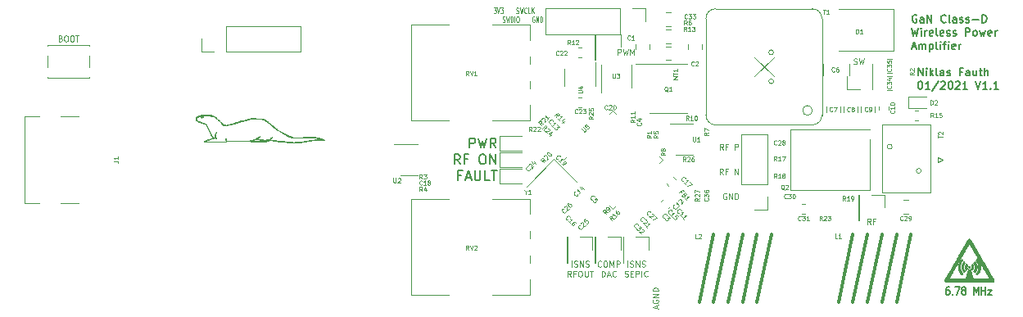
<source format=gbr>
G04 #@! TF.GenerationSoftware,KiCad,Pcbnew,5.1.5+dfsg1-2build2*
G04 #@! TF.CreationDate,2021-02-20T19:42:40+01:00*
G04 #@! TF.ProjectId,charge-hf,63686172-6765-42d6-9866-2e6b69636164,rev?*
G04 #@! TF.SameCoordinates,Original*
G04 #@! TF.FileFunction,Legend,Top*
G04 #@! TF.FilePolarity,Positive*
%FSLAX46Y46*%
G04 Gerber Fmt 4.6, Leading zero omitted, Abs format (unit mm)*
G04 Created by KiCad (PCBNEW 5.1.5+dfsg1-2build2) date 2021-02-20 19:42:40*
%MOMM*%
%LPD*%
G04 APERTURE LIST*
%ADD10C,0.175000*%
%ADD11C,0.100000*%
%ADD12C,0.125000*%
%ADD13C,0.180000*%
%ADD14C,0.120000*%
%ADD15C,0.010000*%
%ADD16C,0.300000*%
%ADD17C,0.112500*%
G04 APERTURE END LIST*
D10*
X191323273Y-65062500D02*
X191247083Y-65024404D01*
X191132797Y-65024404D01*
X191018511Y-65062500D01*
X190942321Y-65138690D01*
X190904226Y-65214880D01*
X190866130Y-65367261D01*
X190866130Y-65481547D01*
X190904226Y-65633928D01*
X190942321Y-65710119D01*
X191018511Y-65786309D01*
X191132797Y-65824404D01*
X191208988Y-65824404D01*
X191323273Y-65786309D01*
X191361369Y-65748214D01*
X191361369Y-65481547D01*
X191208988Y-65481547D01*
X192047083Y-65824404D02*
X192047083Y-65405357D01*
X192008988Y-65329166D01*
X191932797Y-65291071D01*
X191780416Y-65291071D01*
X191704226Y-65329166D01*
X192047083Y-65786309D02*
X191970892Y-65824404D01*
X191780416Y-65824404D01*
X191704226Y-65786309D01*
X191666130Y-65710119D01*
X191666130Y-65633928D01*
X191704226Y-65557738D01*
X191780416Y-65519642D01*
X191970892Y-65519642D01*
X192047083Y-65481547D01*
X192428035Y-65824404D02*
X192428035Y-65024404D01*
X192885178Y-65824404D01*
X192885178Y-65024404D01*
X194332797Y-65748214D02*
X194294702Y-65786309D01*
X194180416Y-65824404D01*
X194104226Y-65824404D01*
X193989940Y-65786309D01*
X193913750Y-65710119D01*
X193875654Y-65633928D01*
X193837559Y-65481547D01*
X193837559Y-65367261D01*
X193875654Y-65214880D01*
X193913750Y-65138690D01*
X193989940Y-65062500D01*
X194104226Y-65024404D01*
X194180416Y-65024404D01*
X194294702Y-65062500D01*
X194332797Y-65100595D01*
X194789940Y-65824404D02*
X194713750Y-65786309D01*
X194675654Y-65710119D01*
X194675654Y-65024404D01*
X195437559Y-65824404D02*
X195437559Y-65405357D01*
X195399464Y-65329166D01*
X195323273Y-65291071D01*
X195170892Y-65291071D01*
X195094702Y-65329166D01*
X195437559Y-65786309D02*
X195361369Y-65824404D01*
X195170892Y-65824404D01*
X195094702Y-65786309D01*
X195056607Y-65710119D01*
X195056607Y-65633928D01*
X195094702Y-65557738D01*
X195170892Y-65519642D01*
X195361369Y-65519642D01*
X195437559Y-65481547D01*
X195780416Y-65786309D02*
X195856607Y-65824404D01*
X196008988Y-65824404D01*
X196085178Y-65786309D01*
X196123273Y-65710119D01*
X196123273Y-65672023D01*
X196085178Y-65595833D01*
X196008988Y-65557738D01*
X195894702Y-65557738D01*
X195818511Y-65519642D01*
X195780416Y-65443452D01*
X195780416Y-65405357D01*
X195818511Y-65329166D01*
X195894702Y-65291071D01*
X196008988Y-65291071D01*
X196085178Y-65329166D01*
X196428035Y-65786309D02*
X196504226Y-65824404D01*
X196656607Y-65824404D01*
X196732797Y-65786309D01*
X196770892Y-65710119D01*
X196770892Y-65672023D01*
X196732797Y-65595833D01*
X196656607Y-65557738D01*
X196542321Y-65557738D01*
X196466130Y-65519642D01*
X196428035Y-65443452D01*
X196428035Y-65405357D01*
X196466130Y-65329166D01*
X196542321Y-65291071D01*
X196656607Y-65291071D01*
X196732797Y-65329166D01*
X197113750Y-65519642D02*
X197723273Y-65519642D01*
X198104226Y-65824404D02*
X198104226Y-65024404D01*
X198294702Y-65024404D01*
X198408988Y-65062500D01*
X198485178Y-65138690D01*
X198523273Y-65214880D01*
X198561369Y-65367261D01*
X198561369Y-65481547D01*
X198523273Y-65633928D01*
X198485178Y-65710119D01*
X198408988Y-65786309D01*
X198294702Y-65824404D01*
X198104226Y-65824404D01*
X190828035Y-66399404D02*
X191018511Y-67199404D01*
X191170892Y-66627976D01*
X191323273Y-67199404D01*
X191513750Y-66399404D01*
X191818511Y-67199404D02*
X191818511Y-66666071D01*
X191818511Y-66399404D02*
X191780416Y-66437500D01*
X191818511Y-66475595D01*
X191856607Y-66437500D01*
X191818511Y-66399404D01*
X191818511Y-66475595D01*
X192199464Y-67199404D02*
X192199464Y-66666071D01*
X192199464Y-66818452D02*
X192237559Y-66742261D01*
X192275654Y-66704166D01*
X192351845Y-66666071D01*
X192428035Y-66666071D01*
X192999464Y-67161309D02*
X192923273Y-67199404D01*
X192770892Y-67199404D01*
X192694702Y-67161309D01*
X192656607Y-67085119D01*
X192656607Y-66780357D01*
X192694702Y-66704166D01*
X192770892Y-66666071D01*
X192923273Y-66666071D01*
X192999464Y-66704166D01*
X193037559Y-66780357D01*
X193037559Y-66856547D01*
X192656607Y-66932738D01*
X193494702Y-67199404D02*
X193418511Y-67161309D01*
X193380416Y-67085119D01*
X193380416Y-66399404D01*
X194104226Y-67161309D02*
X194028035Y-67199404D01*
X193875654Y-67199404D01*
X193799464Y-67161309D01*
X193761369Y-67085119D01*
X193761369Y-66780357D01*
X193799464Y-66704166D01*
X193875654Y-66666071D01*
X194028035Y-66666071D01*
X194104226Y-66704166D01*
X194142321Y-66780357D01*
X194142321Y-66856547D01*
X193761369Y-66932738D01*
X194447083Y-67161309D02*
X194523273Y-67199404D01*
X194675654Y-67199404D01*
X194751845Y-67161309D01*
X194789940Y-67085119D01*
X194789940Y-67047023D01*
X194751845Y-66970833D01*
X194675654Y-66932738D01*
X194561369Y-66932738D01*
X194485178Y-66894642D01*
X194447083Y-66818452D01*
X194447083Y-66780357D01*
X194485178Y-66704166D01*
X194561369Y-66666071D01*
X194675654Y-66666071D01*
X194751845Y-66704166D01*
X195094702Y-67161309D02*
X195170892Y-67199404D01*
X195323273Y-67199404D01*
X195399464Y-67161309D01*
X195437559Y-67085119D01*
X195437559Y-67047023D01*
X195399464Y-66970833D01*
X195323273Y-66932738D01*
X195208988Y-66932738D01*
X195132797Y-66894642D01*
X195094702Y-66818452D01*
X195094702Y-66780357D01*
X195132797Y-66704166D01*
X195208988Y-66666071D01*
X195323273Y-66666071D01*
X195399464Y-66704166D01*
X196389940Y-67199404D02*
X196389940Y-66399404D01*
X196694702Y-66399404D01*
X196770892Y-66437500D01*
X196808988Y-66475595D01*
X196847083Y-66551785D01*
X196847083Y-66666071D01*
X196808988Y-66742261D01*
X196770892Y-66780357D01*
X196694702Y-66818452D01*
X196389940Y-66818452D01*
X197304226Y-67199404D02*
X197228035Y-67161309D01*
X197189940Y-67123214D01*
X197151845Y-67047023D01*
X197151845Y-66818452D01*
X197189940Y-66742261D01*
X197228035Y-66704166D01*
X197304226Y-66666071D01*
X197418511Y-66666071D01*
X197494702Y-66704166D01*
X197532797Y-66742261D01*
X197570892Y-66818452D01*
X197570892Y-67047023D01*
X197532797Y-67123214D01*
X197494702Y-67161309D01*
X197418511Y-67199404D01*
X197304226Y-67199404D01*
X197837559Y-66666071D02*
X197989940Y-67199404D01*
X198142321Y-66818452D01*
X198294702Y-67199404D01*
X198447083Y-66666071D01*
X199056607Y-67161309D02*
X198980416Y-67199404D01*
X198828035Y-67199404D01*
X198751845Y-67161309D01*
X198713750Y-67085119D01*
X198713750Y-66780357D01*
X198751845Y-66704166D01*
X198828035Y-66666071D01*
X198980416Y-66666071D01*
X199056607Y-66704166D01*
X199094702Y-66780357D01*
X199094702Y-66856547D01*
X198713750Y-66932738D01*
X199437559Y-67199404D02*
X199437559Y-66666071D01*
X199437559Y-66818452D02*
X199475654Y-66742261D01*
X199513750Y-66704166D01*
X199589940Y-66666071D01*
X199666130Y-66666071D01*
X190866130Y-68345833D02*
X191247083Y-68345833D01*
X190789940Y-68574404D02*
X191056607Y-67774404D01*
X191323273Y-68574404D01*
X191589940Y-68574404D02*
X191589940Y-68041071D01*
X191589940Y-68117261D02*
X191628035Y-68079166D01*
X191704226Y-68041071D01*
X191818511Y-68041071D01*
X191894702Y-68079166D01*
X191932797Y-68155357D01*
X191932797Y-68574404D01*
X191932797Y-68155357D02*
X191970892Y-68079166D01*
X192047083Y-68041071D01*
X192161369Y-68041071D01*
X192237559Y-68079166D01*
X192275654Y-68155357D01*
X192275654Y-68574404D01*
X192656607Y-68041071D02*
X192656607Y-68841071D01*
X192656607Y-68079166D02*
X192732797Y-68041071D01*
X192885178Y-68041071D01*
X192961369Y-68079166D01*
X192999464Y-68117261D01*
X193037559Y-68193452D01*
X193037559Y-68422023D01*
X192999464Y-68498214D01*
X192961369Y-68536309D01*
X192885178Y-68574404D01*
X192732797Y-68574404D01*
X192656607Y-68536309D01*
X193494702Y-68574404D02*
X193418511Y-68536309D01*
X193380416Y-68460119D01*
X193380416Y-67774404D01*
X193799464Y-68574404D02*
X193799464Y-68041071D01*
X193799464Y-67774404D02*
X193761369Y-67812500D01*
X193799464Y-67850595D01*
X193837559Y-67812500D01*
X193799464Y-67774404D01*
X193799464Y-67850595D01*
X194066130Y-68041071D02*
X194370892Y-68041071D01*
X194180416Y-68574404D02*
X194180416Y-67888690D01*
X194218511Y-67812500D01*
X194294702Y-67774404D01*
X194370892Y-67774404D01*
X194637559Y-68574404D02*
X194637559Y-68041071D01*
X194637559Y-67774404D02*
X194599464Y-67812500D01*
X194637559Y-67850595D01*
X194675654Y-67812500D01*
X194637559Y-67774404D01*
X194637559Y-67850595D01*
X195323273Y-68536309D02*
X195247083Y-68574404D01*
X195094702Y-68574404D01*
X195018511Y-68536309D01*
X194980416Y-68460119D01*
X194980416Y-68155357D01*
X195018511Y-68079166D01*
X195094702Y-68041071D01*
X195247083Y-68041071D01*
X195323273Y-68079166D01*
X195361369Y-68155357D01*
X195361369Y-68231547D01*
X194980416Y-68307738D01*
X195704226Y-68574404D02*
X195704226Y-68041071D01*
X195704226Y-68193452D02*
X195742321Y-68117261D01*
X195780416Y-68079166D01*
X195856607Y-68041071D01*
X195932797Y-68041071D01*
X191513750Y-71324404D02*
X191513750Y-70524404D01*
X191970892Y-71324404D01*
X191970892Y-70524404D01*
X192351845Y-71324404D02*
X192351845Y-70791071D01*
X192351845Y-70524404D02*
X192313750Y-70562500D01*
X192351845Y-70600595D01*
X192389940Y-70562500D01*
X192351845Y-70524404D01*
X192351845Y-70600595D01*
X192732797Y-71324404D02*
X192732797Y-70524404D01*
X192808988Y-71019642D02*
X193037559Y-71324404D01*
X193037559Y-70791071D02*
X192732797Y-71095833D01*
X193494702Y-71324404D02*
X193418511Y-71286309D01*
X193380416Y-71210119D01*
X193380416Y-70524404D01*
X194142321Y-71324404D02*
X194142321Y-70905357D01*
X194104226Y-70829166D01*
X194028035Y-70791071D01*
X193875654Y-70791071D01*
X193799464Y-70829166D01*
X194142321Y-71286309D02*
X194066130Y-71324404D01*
X193875654Y-71324404D01*
X193799464Y-71286309D01*
X193761369Y-71210119D01*
X193761369Y-71133928D01*
X193799464Y-71057738D01*
X193875654Y-71019642D01*
X194066130Y-71019642D01*
X194142321Y-70981547D01*
X194485178Y-71286309D02*
X194561369Y-71324404D01*
X194713750Y-71324404D01*
X194789940Y-71286309D01*
X194828035Y-71210119D01*
X194828035Y-71172023D01*
X194789940Y-71095833D01*
X194713750Y-71057738D01*
X194599464Y-71057738D01*
X194523273Y-71019642D01*
X194485178Y-70943452D01*
X194485178Y-70905357D01*
X194523273Y-70829166D01*
X194599464Y-70791071D01*
X194713750Y-70791071D01*
X194789940Y-70829166D01*
X196047083Y-70905357D02*
X195780416Y-70905357D01*
X195780416Y-71324404D02*
X195780416Y-70524404D01*
X196161369Y-70524404D01*
X196808988Y-71324404D02*
X196808988Y-70905357D01*
X196770892Y-70829166D01*
X196694702Y-70791071D01*
X196542321Y-70791071D01*
X196466130Y-70829166D01*
X196808988Y-71286309D02*
X196732797Y-71324404D01*
X196542321Y-71324404D01*
X196466130Y-71286309D01*
X196428035Y-71210119D01*
X196428035Y-71133928D01*
X196466130Y-71057738D01*
X196542321Y-71019642D01*
X196732797Y-71019642D01*
X196808988Y-70981547D01*
X197532797Y-70791071D02*
X197532797Y-71324404D01*
X197189940Y-70791071D02*
X197189940Y-71210119D01*
X197228035Y-71286309D01*
X197304226Y-71324404D01*
X197418511Y-71324404D01*
X197494702Y-71286309D01*
X197532797Y-71248214D01*
X197799464Y-70791071D02*
X198104226Y-70791071D01*
X197913750Y-70524404D02*
X197913750Y-71210119D01*
X197951845Y-71286309D01*
X198028035Y-71324404D01*
X198104226Y-71324404D01*
X198370892Y-71324404D02*
X198370892Y-70524404D01*
X198713750Y-71324404D02*
X198713750Y-70905357D01*
X198675654Y-70829166D01*
X198599464Y-70791071D01*
X198485178Y-70791071D01*
X198408988Y-70829166D01*
X198370892Y-70867261D01*
X191666130Y-71899404D02*
X191742321Y-71899404D01*
X191818511Y-71937500D01*
X191856607Y-71975595D01*
X191894702Y-72051785D01*
X191932797Y-72204166D01*
X191932797Y-72394642D01*
X191894702Y-72547023D01*
X191856607Y-72623214D01*
X191818511Y-72661309D01*
X191742321Y-72699404D01*
X191666130Y-72699404D01*
X191589940Y-72661309D01*
X191551845Y-72623214D01*
X191513750Y-72547023D01*
X191475654Y-72394642D01*
X191475654Y-72204166D01*
X191513750Y-72051785D01*
X191551845Y-71975595D01*
X191589940Y-71937500D01*
X191666130Y-71899404D01*
X192694702Y-72699404D02*
X192237559Y-72699404D01*
X192466130Y-72699404D02*
X192466130Y-71899404D01*
X192389940Y-72013690D01*
X192313750Y-72089880D01*
X192237559Y-72127976D01*
X193608988Y-71861309D02*
X192923273Y-72889880D01*
X193837559Y-71975595D02*
X193875654Y-71937500D01*
X193951845Y-71899404D01*
X194142321Y-71899404D01*
X194218511Y-71937500D01*
X194256607Y-71975595D01*
X194294702Y-72051785D01*
X194294702Y-72127976D01*
X194256607Y-72242261D01*
X193799464Y-72699404D01*
X194294702Y-72699404D01*
X194789940Y-71899404D02*
X194866130Y-71899404D01*
X194942321Y-71937500D01*
X194980416Y-71975595D01*
X195018511Y-72051785D01*
X195056607Y-72204166D01*
X195056607Y-72394642D01*
X195018511Y-72547023D01*
X194980416Y-72623214D01*
X194942321Y-72661309D01*
X194866130Y-72699404D01*
X194789940Y-72699404D01*
X194713750Y-72661309D01*
X194675654Y-72623214D01*
X194637559Y-72547023D01*
X194599464Y-72394642D01*
X194599464Y-72204166D01*
X194637559Y-72051785D01*
X194675654Y-71975595D01*
X194713750Y-71937500D01*
X194789940Y-71899404D01*
X195361369Y-71975595D02*
X195399464Y-71937500D01*
X195475654Y-71899404D01*
X195666130Y-71899404D01*
X195742321Y-71937500D01*
X195780416Y-71975595D01*
X195818511Y-72051785D01*
X195818511Y-72127976D01*
X195780416Y-72242261D01*
X195323273Y-72699404D01*
X195818511Y-72699404D01*
X196580416Y-72699404D02*
X196123273Y-72699404D01*
X196351845Y-72699404D02*
X196351845Y-71899404D01*
X196275654Y-72013690D01*
X196199464Y-72089880D01*
X196123273Y-72127976D01*
X197418511Y-71899404D02*
X197685178Y-72699404D01*
X197951845Y-71899404D01*
X198637559Y-72699404D02*
X198180416Y-72699404D01*
X198408988Y-72699404D02*
X198408988Y-71899404D01*
X198332797Y-72013690D01*
X198256607Y-72089880D01*
X198180416Y-72127976D01*
X198980416Y-72623214D02*
X199018511Y-72661309D01*
X198980416Y-72699404D01*
X198942321Y-72661309D01*
X198980416Y-72623214D01*
X198980416Y-72699404D01*
X199780416Y-72699404D02*
X199323273Y-72699404D01*
X199551845Y-72699404D02*
X199551845Y-71899404D01*
X199475654Y-72013690D01*
X199399464Y-72089880D01*
X199323273Y-72127976D01*
X194686250Y-93161904D02*
X194552916Y-93161904D01*
X194486250Y-93200000D01*
X194452916Y-93238095D01*
X194386250Y-93352380D01*
X194352916Y-93504761D01*
X194352916Y-93809523D01*
X194386250Y-93885714D01*
X194419583Y-93923809D01*
X194486250Y-93961904D01*
X194619583Y-93961904D01*
X194686250Y-93923809D01*
X194719583Y-93885714D01*
X194752916Y-93809523D01*
X194752916Y-93619047D01*
X194719583Y-93542857D01*
X194686250Y-93504761D01*
X194619583Y-93466666D01*
X194486250Y-93466666D01*
X194419583Y-93504761D01*
X194386250Y-93542857D01*
X194352916Y-93619047D01*
X195052916Y-93885714D02*
X195086250Y-93923809D01*
X195052916Y-93961904D01*
X195019583Y-93923809D01*
X195052916Y-93885714D01*
X195052916Y-93961904D01*
X195319583Y-93161904D02*
X195786250Y-93161904D01*
X195486250Y-93961904D01*
X196152916Y-93504761D02*
X196086250Y-93466666D01*
X196052916Y-93428571D01*
X196019583Y-93352380D01*
X196019583Y-93314285D01*
X196052916Y-93238095D01*
X196086250Y-93200000D01*
X196152916Y-93161904D01*
X196286250Y-93161904D01*
X196352916Y-93200000D01*
X196386250Y-93238095D01*
X196419583Y-93314285D01*
X196419583Y-93352380D01*
X196386250Y-93428571D01*
X196352916Y-93466666D01*
X196286250Y-93504761D01*
X196152916Y-93504761D01*
X196086250Y-93542857D01*
X196052916Y-93580952D01*
X196019583Y-93657142D01*
X196019583Y-93809523D01*
X196052916Y-93885714D01*
X196086250Y-93923809D01*
X196152916Y-93961904D01*
X196286250Y-93961904D01*
X196352916Y-93923809D01*
X196386250Y-93885714D01*
X196419583Y-93809523D01*
X196419583Y-93657142D01*
X196386250Y-93580952D01*
X196352916Y-93542857D01*
X196286250Y-93504761D01*
X197252916Y-93961904D02*
X197252916Y-93161904D01*
X197486250Y-93733333D01*
X197719583Y-93161904D01*
X197719583Y-93961904D01*
X198052916Y-93961904D02*
X198052916Y-93161904D01*
X198052916Y-93542857D02*
X198452916Y-93542857D01*
X198452916Y-93961904D02*
X198452916Y-93161904D01*
X198719583Y-93428571D02*
X199086250Y-93428571D01*
X198719583Y-93961904D01*
X199086250Y-93961904D01*
D11*
X148525476Y-65742857D02*
X148582619Y-65771428D01*
X148677857Y-65771428D01*
X148715952Y-65742857D01*
X148735000Y-65714285D01*
X148754047Y-65657142D01*
X148754047Y-65600000D01*
X148735000Y-65542857D01*
X148715952Y-65514285D01*
X148677857Y-65485714D01*
X148601666Y-65457142D01*
X148563571Y-65428571D01*
X148544523Y-65400000D01*
X148525476Y-65342857D01*
X148525476Y-65285714D01*
X148544523Y-65228571D01*
X148563571Y-65200000D01*
X148601666Y-65171428D01*
X148696904Y-65171428D01*
X148754047Y-65200000D01*
X148887380Y-65171428D02*
X148982619Y-65771428D01*
X149058809Y-65342857D01*
X149135000Y-65771428D01*
X149230238Y-65171428D01*
X149382619Y-65771428D02*
X149382619Y-65171428D01*
X149477857Y-65171428D01*
X149535000Y-65200000D01*
X149573095Y-65257142D01*
X149592142Y-65314285D01*
X149611190Y-65428571D01*
X149611190Y-65514285D01*
X149592142Y-65628571D01*
X149573095Y-65685714D01*
X149535000Y-65742857D01*
X149477857Y-65771428D01*
X149382619Y-65771428D01*
X149782619Y-65771428D02*
X149782619Y-65171428D01*
X150049285Y-65171428D02*
X150125476Y-65171428D01*
X150163571Y-65200000D01*
X150201666Y-65257142D01*
X150220714Y-65371428D01*
X150220714Y-65571428D01*
X150201666Y-65685714D01*
X150163571Y-65742857D01*
X150125476Y-65771428D01*
X150049285Y-65771428D01*
X150011190Y-65742857D01*
X149973095Y-65685714D01*
X149954047Y-65571428D01*
X149954047Y-65371428D01*
X149973095Y-65257142D01*
X150011190Y-65200000D01*
X150049285Y-65171428D01*
X151820714Y-65200000D02*
X151782619Y-65171428D01*
X151725476Y-65171428D01*
X151668333Y-65200000D01*
X151630238Y-65257142D01*
X151611190Y-65314285D01*
X151592142Y-65428571D01*
X151592142Y-65514285D01*
X151611190Y-65628571D01*
X151630238Y-65685714D01*
X151668333Y-65742857D01*
X151725476Y-65771428D01*
X151763571Y-65771428D01*
X151820714Y-65742857D01*
X151839761Y-65714285D01*
X151839761Y-65514285D01*
X151763571Y-65514285D01*
X152011190Y-65771428D02*
X152011190Y-65171428D01*
X152239761Y-65771428D01*
X152239761Y-65171428D01*
X152430238Y-65771428D02*
X152430238Y-65171428D01*
X152525476Y-65171428D01*
X152582619Y-65200000D01*
X152620714Y-65257142D01*
X152639761Y-65314285D01*
X152658809Y-65428571D01*
X152658809Y-65514285D01*
X152639761Y-65628571D01*
X152620714Y-65685714D01*
X152582619Y-65742857D01*
X152525476Y-65771428D01*
X152430238Y-65771428D01*
X147601666Y-64271428D02*
X147849285Y-64271428D01*
X147715952Y-64500000D01*
X147773095Y-64500000D01*
X147811190Y-64528571D01*
X147830238Y-64557142D01*
X147849285Y-64614285D01*
X147849285Y-64757142D01*
X147830238Y-64814285D01*
X147811190Y-64842857D01*
X147773095Y-64871428D01*
X147658809Y-64871428D01*
X147620714Y-64842857D01*
X147601666Y-64814285D01*
X147963571Y-64271428D02*
X148096904Y-64871428D01*
X148230238Y-64271428D01*
X148325476Y-64271428D02*
X148573095Y-64271428D01*
X148439761Y-64500000D01*
X148496904Y-64500000D01*
X148535000Y-64528571D01*
X148554047Y-64557142D01*
X148573095Y-64614285D01*
X148573095Y-64757142D01*
X148554047Y-64814285D01*
X148535000Y-64842857D01*
X148496904Y-64871428D01*
X148382619Y-64871428D01*
X148344523Y-64842857D01*
X148325476Y-64814285D01*
X149944523Y-64842857D02*
X150001666Y-64871428D01*
X150096904Y-64871428D01*
X150135000Y-64842857D01*
X150154047Y-64814285D01*
X150173095Y-64757142D01*
X150173095Y-64700000D01*
X150154047Y-64642857D01*
X150135000Y-64614285D01*
X150096904Y-64585714D01*
X150020714Y-64557142D01*
X149982619Y-64528571D01*
X149963571Y-64500000D01*
X149944523Y-64442857D01*
X149944523Y-64385714D01*
X149963571Y-64328571D01*
X149982619Y-64300000D01*
X150020714Y-64271428D01*
X150115952Y-64271428D01*
X150173095Y-64300000D01*
X150306428Y-64271428D02*
X150401666Y-64871428D01*
X150477857Y-64442857D01*
X150554047Y-64871428D01*
X150649285Y-64271428D01*
X151030238Y-64814285D02*
X151011190Y-64842857D01*
X150954047Y-64871428D01*
X150915952Y-64871428D01*
X150858809Y-64842857D01*
X150820714Y-64785714D01*
X150801666Y-64728571D01*
X150782619Y-64614285D01*
X150782619Y-64528571D01*
X150801666Y-64414285D01*
X150820714Y-64357142D01*
X150858809Y-64300000D01*
X150915952Y-64271428D01*
X150954047Y-64271428D01*
X151011190Y-64300000D01*
X151030238Y-64328571D01*
X151392142Y-64871428D02*
X151201666Y-64871428D01*
X151201666Y-64271428D01*
X151525476Y-64871428D02*
X151525476Y-64271428D01*
X151754047Y-64871428D02*
X151582619Y-64528571D01*
X151754047Y-64271428D02*
X151525476Y-64614285D01*
D12*
X102835714Y-67457142D02*
X102921428Y-67485714D01*
X102950000Y-67514285D01*
X102978571Y-67571428D01*
X102978571Y-67657142D01*
X102950000Y-67714285D01*
X102921428Y-67742857D01*
X102864285Y-67771428D01*
X102635714Y-67771428D01*
X102635714Y-67171428D01*
X102835714Y-67171428D01*
X102892857Y-67200000D01*
X102921428Y-67228571D01*
X102950000Y-67285714D01*
X102950000Y-67342857D01*
X102921428Y-67400000D01*
X102892857Y-67428571D01*
X102835714Y-67457142D01*
X102635714Y-67457142D01*
X103350000Y-67171428D02*
X103464285Y-67171428D01*
X103521428Y-67200000D01*
X103578571Y-67257142D01*
X103607142Y-67371428D01*
X103607142Y-67571428D01*
X103578571Y-67685714D01*
X103521428Y-67742857D01*
X103464285Y-67771428D01*
X103350000Y-67771428D01*
X103292857Y-67742857D01*
X103235714Y-67685714D01*
X103207142Y-67571428D01*
X103207142Y-67371428D01*
X103235714Y-67257142D01*
X103292857Y-67200000D01*
X103350000Y-67171428D01*
X103978571Y-67171428D02*
X104092857Y-67171428D01*
X104150000Y-67200000D01*
X104207142Y-67257142D01*
X104235714Y-67371428D01*
X104235714Y-67571428D01*
X104207142Y-67685714D01*
X104150000Y-67742857D01*
X104092857Y-67771428D01*
X103978571Y-67771428D01*
X103921428Y-67742857D01*
X103864285Y-67685714D01*
X103835714Y-67571428D01*
X103835714Y-67371428D01*
X103864285Y-67257142D01*
X103921428Y-67200000D01*
X103978571Y-67171428D01*
X104407142Y-67171428D02*
X104750000Y-67171428D01*
X104578571Y-67771428D02*
X104578571Y-67171428D01*
X164450000Y-95357142D02*
X164450000Y-95071428D01*
X164621428Y-95414285D02*
X164021428Y-95214285D01*
X164621428Y-95014285D01*
X164050000Y-94500000D02*
X164021428Y-94557142D01*
X164021428Y-94642857D01*
X164050000Y-94728571D01*
X164107142Y-94785714D01*
X164164285Y-94814285D01*
X164278571Y-94842857D01*
X164364285Y-94842857D01*
X164478571Y-94814285D01*
X164535714Y-94785714D01*
X164592857Y-94728571D01*
X164621428Y-94642857D01*
X164621428Y-94585714D01*
X164592857Y-94500000D01*
X164564285Y-94471428D01*
X164364285Y-94471428D01*
X164364285Y-94585714D01*
X164621428Y-94214285D02*
X164021428Y-94214285D01*
X164621428Y-93871428D01*
X164021428Y-93871428D01*
X164621428Y-93585714D02*
X164021428Y-93585714D01*
X164021428Y-93442857D01*
X164050000Y-93357142D01*
X164107142Y-93300000D01*
X164164285Y-93271428D01*
X164278571Y-93242857D01*
X164364285Y-93242857D01*
X164478571Y-93271428D01*
X164535714Y-93300000D01*
X164592857Y-93357142D01*
X164621428Y-93442857D01*
X164621428Y-93585714D01*
X160440178Y-69171428D02*
X160440178Y-68571428D01*
X160668750Y-68571428D01*
X160725892Y-68600000D01*
X160754464Y-68628571D01*
X160783035Y-68685714D01*
X160783035Y-68771428D01*
X160754464Y-68828571D01*
X160725892Y-68857142D01*
X160668750Y-68885714D01*
X160440178Y-68885714D01*
X160983035Y-68571428D02*
X161125892Y-69171428D01*
X161240178Y-68742857D01*
X161354464Y-69171428D01*
X161497321Y-68571428D01*
X161725892Y-69171428D02*
X161725892Y-68571428D01*
X161925892Y-69000000D01*
X162125892Y-68571428D01*
X162125892Y-69171428D01*
X171647321Y-83500000D02*
X171590178Y-83471428D01*
X171504464Y-83471428D01*
X171418750Y-83500000D01*
X171361607Y-83557142D01*
X171333035Y-83614285D01*
X171304464Y-83728571D01*
X171304464Y-83814285D01*
X171333035Y-83928571D01*
X171361607Y-83985714D01*
X171418750Y-84042857D01*
X171504464Y-84071428D01*
X171561607Y-84071428D01*
X171647321Y-84042857D01*
X171675892Y-84014285D01*
X171675892Y-83814285D01*
X171561607Y-83814285D01*
X171933035Y-84071428D02*
X171933035Y-83471428D01*
X172275892Y-84071428D01*
X172275892Y-83471428D01*
X172561607Y-84071428D02*
X172561607Y-83471428D01*
X172704464Y-83471428D01*
X172790178Y-83500000D01*
X172847321Y-83557142D01*
X172875892Y-83614285D01*
X172904464Y-83728571D01*
X172904464Y-83814285D01*
X172875892Y-83928571D01*
X172847321Y-83985714D01*
X172790178Y-84042857D01*
X172704464Y-84071428D01*
X172561607Y-84071428D01*
X171304464Y-81521428D02*
X171104464Y-81235714D01*
X170961607Y-81521428D02*
X170961607Y-80921428D01*
X171190178Y-80921428D01*
X171247321Y-80950000D01*
X171275892Y-80978571D01*
X171304464Y-81035714D01*
X171304464Y-81121428D01*
X171275892Y-81178571D01*
X171247321Y-81207142D01*
X171190178Y-81235714D01*
X170961607Y-81235714D01*
X171761607Y-81207142D02*
X171561607Y-81207142D01*
X171561607Y-81521428D02*
X171561607Y-80921428D01*
X171847321Y-80921428D01*
X172533035Y-81521428D02*
X172533035Y-80921428D01*
X172875892Y-81521428D01*
X172875892Y-80921428D01*
X171333035Y-78971428D02*
X171133035Y-78685714D01*
X170990178Y-78971428D02*
X170990178Y-78371428D01*
X171218750Y-78371428D01*
X171275892Y-78400000D01*
X171304464Y-78428571D01*
X171333035Y-78485714D01*
X171333035Y-78571428D01*
X171304464Y-78628571D01*
X171275892Y-78657142D01*
X171218750Y-78685714D01*
X170990178Y-78685714D01*
X171790178Y-78657142D02*
X171590178Y-78657142D01*
X171590178Y-78971428D02*
X171590178Y-78371428D01*
X171875892Y-78371428D01*
X172561607Y-78971428D02*
X172561607Y-78371428D01*
X172790178Y-78371428D01*
X172847321Y-78400000D01*
X172875892Y-78428571D01*
X172904464Y-78485714D01*
X172904464Y-78571428D01*
X172875892Y-78628571D01*
X172847321Y-78657142D01*
X172790178Y-78685714D01*
X172561607Y-78685714D01*
X186578571Y-86671428D02*
X186378571Y-86385714D01*
X186235714Y-86671428D02*
X186235714Y-86071428D01*
X186464285Y-86071428D01*
X186521428Y-86100000D01*
X186550000Y-86128571D01*
X186578571Y-86185714D01*
X186578571Y-86271428D01*
X186550000Y-86328571D01*
X186521428Y-86357142D01*
X186464285Y-86385714D01*
X186235714Y-86385714D01*
X187035714Y-86357142D02*
X186835714Y-86357142D01*
X186835714Y-86671428D02*
X186835714Y-86071428D01*
X187121428Y-86071428D01*
X184835714Y-70092857D02*
X184921428Y-70121428D01*
X185064285Y-70121428D01*
X185121428Y-70092857D01*
X185150000Y-70064285D01*
X185178571Y-70007142D01*
X185178571Y-69950000D01*
X185150000Y-69892857D01*
X185121428Y-69864285D01*
X185064285Y-69835714D01*
X184950000Y-69807142D01*
X184892857Y-69778571D01*
X184864285Y-69750000D01*
X184835714Y-69692857D01*
X184835714Y-69635714D01*
X184864285Y-69578571D01*
X184892857Y-69550000D01*
X184950000Y-69521428D01*
X185092857Y-69521428D01*
X185178571Y-69550000D01*
X185378571Y-69521428D02*
X185521428Y-70121428D01*
X185635714Y-69692857D01*
X185750000Y-70121428D01*
X185892857Y-69521428D01*
X161464285Y-91058928D02*
X161464285Y-90458928D01*
X161721428Y-91030357D02*
X161807142Y-91058928D01*
X161950000Y-91058928D01*
X162007142Y-91030357D01*
X162035714Y-91001785D01*
X162064285Y-90944642D01*
X162064285Y-90887500D01*
X162035714Y-90830357D01*
X162007142Y-90801785D01*
X161950000Y-90773214D01*
X161835714Y-90744642D01*
X161778571Y-90716071D01*
X161750000Y-90687500D01*
X161721428Y-90630357D01*
X161721428Y-90573214D01*
X161750000Y-90516071D01*
X161778571Y-90487500D01*
X161835714Y-90458928D01*
X161978571Y-90458928D01*
X162064285Y-90487500D01*
X162321428Y-91058928D02*
X162321428Y-90458928D01*
X162664285Y-91058928D01*
X162664285Y-90458928D01*
X162921428Y-91030357D02*
X163007142Y-91058928D01*
X163150000Y-91058928D01*
X163207142Y-91030357D01*
X163235714Y-91001785D01*
X163264285Y-90944642D01*
X163264285Y-90887500D01*
X163235714Y-90830357D01*
X163207142Y-90801785D01*
X163150000Y-90773214D01*
X163035714Y-90744642D01*
X162978571Y-90716071D01*
X162950000Y-90687500D01*
X162921428Y-90630357D01*
X162921428Y-90573214D01*
X162950000Y-90516071D01*
X162978571Y-90487500D01*
X163035714Y-90458928D01*
X163178571Y-90458928D01*
X163264285Y-90487500D01*
X161164285Y-92055357D02*
X161250000Y-92083928D01*
X161392857Y-92083928D01*
X161450000Y-92055357D01*
X161478571Y-92026785D01*
X161507142Y-91969642D01*
X161507142Y-91912500D01*
X161478571Y-91855357D01*
X161450000Y-91826785D01*
X161392857Y-91798214D01*
X161278571Y-91769642D01*
X161221428Y-91741071D01*
X161192857Y-91712500D01*
X161164285Y-91655357D01*
X161164285Y-91598214D01*
X161192857Y-91541071D01*
X161221428Y-91512500D01*
X161278571Y-91483928D01*
X161421428Y-91483928D01*
X161507142Y-91512500D01*
X161764285Y-91769642D02*
X161964285Y-91769642D01*
X162050000Y-92083928D02*
X161764285Y-92083928D01*
X161764285Y-91483928D01*
X162050000Y-91483928D01*
X162307142Y-92083928D02*
X162307142Y-91483928D01*
X162535714Y-91483928D01*
X162592857Y-91512500D01*
X162621428Y-91541071D01*
X162650000Y-91598214D01*
X162650000Y-91683928D01*
X162621428Y-91741071D01*
X162592857Y-91769642D01*
X162535714Y-91798214D01*
X162307142Y-91798214D01*
X162907142Y-92083928D02*
X162907142Y-91483928D01*
X163535714Y-92026785D02*
X163507142Y-92055357D01*
X163421428Y-92083928D01*
X163364285Y-92083928D01*
X163278571Y-92055357D01*
X163221428Y-91998214D01*
X163192857Y-91941071D01*
X163164285Y-91826785D01*
X163164285Y-91741071D01*
X163192857Y-91626785D01*
X163221428Y-91569642D01*
X163278571Y-91512500D01*
X163364285Y-91483928D01*
X163421428Y-91483928D01*
X163507142Y-91512500D01*
X163535714Y-91541071D01*
X158728571Y-91001785D02*
X158700000Y-91030357D01*
X158614285Y-91058928D01*
X158557142Y-91058928D01*
X158471428Y-91030357D01*
X158414285Y-90973214D01*
X158385714Y-90916071D01*
X158357142Y-90801785D01*
X158357142Y-90716071D01*
X158385714Y-90601785D01*
X158414285Y-90544642D01*
X158471428Y-90487500D01*
X158557142Y-90458928D01*
X158614285Y-90458928D01*
X158700000Y-90487500D01*
X158728571Y-90516071D01*
X159100000Y-90458928D02*
X159214285Y-90458928D01*
X159271428Y-90487500D01*
X159328571Y-90544642D01*
X159357142Y-90658928D01*
X159357142Y-90858928D01*
X159328571Y-90973214D01*
X159271428Y-91030357D01*
X159214285Y-91058928D01*
X159100000Y-91058928D01*
X159042857Y-91030357D01*
X158985714Y-90973214D01*
X158957142Y-90858928D01*
X158957142Y-90658928D01*
X158985714Y-90544642D01*
X159042857Y-90487500D01*
X159100000Y-90458928D01*
X159614285Y-91058928D02*
X159614285Y-90458928D01*
X159814285Y-90887500D01*
X160014285Y-90458928D01*
X160014285Y-91058928D01*
X160300000Y-91058928D02*
X160300000Y-90458928D01*
X160528571Y-90458928D01*
X160585714Y-90487500D01*
X160614285Y-90516071D01*
X160642857Y-90573214D01*
X160642857Y-90658928D01*
X160614285Y-90716071D01*
X160585714Y-90744642D01*
X160528571Y-90773214D01*
X160300000Y-90773214D01*
X158785714Y-92083928D02*
X158785714Y-91483928D01*
X158928571Y-91483928D01*
X159014285Y-91512500D01*
X159071428Y-91569642D01*
X159100000Y-91626785D01*
X159128571Y-91741071D01*
X159128571Y-91826785D01*
X159100000Y-91941071D01*
X159071428Y-91998214D01*
X159014285Y-92055357D01*
X158928571Y-92083928D01*
X158785714Y-92083928D01*
X159357142Y-91912500D02*
X159642857Y-91912500D01*
X159300000Y-92083928D02*
X159500000Y-91483928D01*
X159700000Y-92083928D01*
X160242857Y-92026785D02*
X160214285Y-92055357D01*
X160128571Y-92083928D01*
X160071428Y-92083928D01*
X159985714Y-92055357D01*
X159928571Y-91998214D01*
X159900000Y-91941071D01*
X159871428Y-91826785D01*
X159871428Y-91741071D01*
X159900000Y-91626785D01*
X159928571Y-91569642D01*
X159985714Y-91512500D01*
X160071428Y-91483928D01*
X160128571Y-91483928D01*
X160214285Y-91512500D01*
X160242857Y-91541071D01*
X155664285Y-91058928D02*
X155664285Y-90458928D01*
X155921428Y-91030357D02*
X156007142Y-91058928D01*
X156150000Y-91058928D01*
X156207142Y-91030357D01*
X156235714Y-91001785D01*
X156264285Y-90944642D01*
X156264285Y-90887500D01*
X156235714Y-90830357D01*
X156207142Y-90801785D01*
X156150000Y-90773214D01*
X156035714Y-90744642D01*
X155978571Y-90716071D01*
X155950000Y-90687500D01*
X155921428Y-90630357D01*
X155921428Y-90573214D01*
X155950000Y-90516071D01*
X155978571Y-90487500D01*
X156035714Y-90458928D01*
X156178571Y-90458928D01*
X156264285Y-90487500D01*
X156521428Y-91058928D02*
X156521428Y-90458928D01*
X156864285Y-91058928D01*
X156864285Y-90458928D01*
X157121428Y-91030357D02*
X157207142Y-91058928D01*
X157350000Y-91058928D01*
X157407142Y-91030357D01*
X157435714Y-91001785D01*
X157464285Y-90944642D01*
X157464285Y-90887500D01*
X157435714Y-90830357D01*
X157407142Y-90801785D01*
X157350000Y-90773214D01*
X157235714Y-90744642D01*
X157178571Y-90716071D01*
X157150000Y-90687500D01*
X157121428Y-90630357D01*
X157121428Y-90573214D01*
X157150000Y-90516071D01*
X157178571Y-90487500D01*
X157235714Y-90458928D01*
X157378571Y-90458928D01*
X157464285Y-90487500D01*
X155621428Y-92083928D02*
X155421428Y-91798214D01*
X155278571Y-92083928D02*
X155278571Y-91483928D01*
X155507142Y-91483928D01*
X155564285Y-91512500D01*
X155592857Y-91541071D01*
X155621428Y-91598214D01*
X155621428Y-91683928D01*
X155592857Y-91741071D01*
X155564285Y-91769642D01*
X155507142Y-91798214D01*
X155278571Y-91798214D01*
X156078571Y-91769642D02*
X155878571Y-91769642D01*
X155878571Y-92083928D02*
X155878571Y-91483928D01*
X156164285Y-91483928D01*
X156507142Y-91483928D02*
X156621428Y-91483928D01*
X156678571Y-91512500D01*
X156735714Y-91569642D01*
X156764285Y-91683928D01*
X156764285Y-91883928D01*
X156735714Y-91998214D01*
X156678571Y-92055357D01*
X156621428Y-92083928D01*
X156507142Y-92083928D01*
X156450000Y-92055357D01*
X156392857Y-91998214D01*
X156364285Y-91883928D01*
X156364285Y-91683928D01*
X156392857Y-91569642D01*
X156450000Y-91512500D01*
X156507142Y-91483928D01*
X157021428Y-91483928D02*
X157021428Y-91969642D01*
X157050000Y-92026785D01*
X157078571Y-92055357D01*
X157135714Y-92083928D01*
X157250000Y-92083928D01*
X157307142Y-92055357D01*
X157335714Y-92026785D01*
X157364285Y-91969642D01*
X157364285Y-91483928D01*
X157564285Y-91483928D02*
X157907142Y-91483928D01*
X157735714Y-92083928D02*
X157735714Y-91483928D01*
D13*
X145128238Y-78772380D02*
X145128238Y-77772380D01*
X145509190Y-77772380D01*
X145604428Y-77820000D01*
X145652047Y-77867619D01*
X145699666Y-77962857D01*
X145699666Y-78105714D01*
X145652047Y-78200952D01*
X145604428Y-78248571D01*
X145509190Y-78296190D01*
X145128238Y-78296190D01*
X146033000Y-77772380D02*
X146271095Y-78772380D01*
X146461571Y-78058095D01*
X146652047Y-78772380D01*
X146890142Y-77772380D01*
X147842523Y-78772380D02*
X147509190Y-78296190D01*
X147271095Y-78772380D02*
X147271095Y-77772380D01*
X147652047Y-77772380D01*
X147747285Y-77820000D01*
X147794904Y-77867619D01*
X147842523Y-77962857D01*
X147842523Y-78105714D01*
X147794904Y-78200952D01*
X147747285Y-78248571D01*
X147652047Y-78296190D01*
X147271095Y-78296190D01*
X144128238Y-80452380D02*
X143794904Y-79976190D01*
X143556809Y-80452380D02*
X143556809Y-79452380D01*
X143937761Y-79452380D01*
X144033000Y-79500000D01*
X144080619Y-79547619D01*
X144128238Y-79642857D01*
X144128238Y-79785714D01*
X144080619Y-79880952D01*
X144033000Y-79928571D01*
X143937761Y-79976190D01*
X143556809Y-79976190D01*
X144890142Y-79928571D02*
X144556809Y-79928571D01*
X144556809Y-80452380D02*
X144556809Y-79452380D01*
X145033000Y-79452380D01*
X146366333Y-79452380D02*
X146556809Y-79452380D01*
X146652047Y-79500000D01*
X146747285Y-79595238D01*
X146794904Y-79785714D01*
X146794904Y-80119047D01*
X146747285Y-80309523D01*
X146652047Y-80404761D01*
X146556809Y-80452380D01*
X146366333Y-80452380D01*
X146271095Y-80404761D01*
X146175857Y-80309523D01*
X146128238Y-80119047D01*
X146128238Y-79785714D01*
X146175857Y-79595238D01*
X146271095Y-79500000D01*
X146366333Y-79452380D01*
X147223476Y-80452380D02*
X147223476Y-79452380D01*
X147794904Y-80452380D01*
X147794904Y-79452380D01*
X144271095Y-81608571D02*
X143937761Y-81608571D01*
X143937761Y-82132380D02*
X143937761Y-81132380D01*
X144413952Y-81132380D01*
X144747285Y-81846666D02*
X145223476Y-81846666D01*
X144652047Y-82132380D02*
X144985380Y-81132380D01*
X145318714Y-82132380D01*
X145652047Y-81132380D02*
X145652047Y-81941904D01*
X145699666Y-82037142D01*
X145747285Y-82084761D01*
X145842523Y-82132380D01*
X146033000Y-82132380D01*
X146128238Y-82084761D01*
X146175857Y-82037142D01*
X146223476Y-81941904D01*
X146223476Y-81132380D01*
X147175857Y-82132380D02*
X146699666Y-82132380D01*
X146699666Y-81132380D01*
X147366333Y-81132380D02*
X147937761Y-81132380D01*
X147652047Y-82132380D02*
X147652047Y-81132380D01*
D14*
X181640000Y-70097936D02*
X181640000Y-71302064D01*
X184360000Y-70097936D02*
X184360000Y-71302064D01*
D15*
G36*
X117505592Y-75503657D02*
G01*
X117547119Y-75524677D01*
X117559398Y-75556866D01*
X117540679Y-75597897D01*
X117525734Y-75614666D01*
X117487356Y-75635764D01*
X117432316Y-75647410D01*
X117374126Y-75648758D01*
X117326296Y-75638965D01*
X117308987Y-75628213D01*
X117290413Y-75590089D01*
X117292012Y-75572333D01*
X117418010Y-75572333D01*
X117420866Y-75593238D01*
X117448365Y-75596835D01*
X117481918Y-75587492D01*
X117500161Y-75571568D01*
X117499237Y-75562092D01*
X117473959Y-75547769D01*
X117440679Y-75551861D01*
X117418139Y-75572005D01*
X117418010Y-75572333D01*
X117292012Y-75572333D01*
X117294286Y-75547084D01*
X117318877Y-75515123D01*
X117321421Y-75513662D01*
X117357656Y-75503146D01*
X117411246Y-75496890D01*
X117436567Y-75496133D01*
X117505592Y-75503657D01*
G37*
X117505592Y-75503657D02*
X117547119Y-75524677D01*
X117559398Y-75556866D01*
X117540679Y-75597897D01*
X117525734Y-75614666D01*
X117487356Y-75635764D01*
X117432316Y-75647410D01*
X117374126Y-75648758D01*
X117326296Y-75638965D01*
X117308987Y-75628213D01*
X117290413Y-75590089D01*
X117292012Y-75572333D01*
X117418010Y-75572333D01*
X117420866Y-75593238D01*
X117448365Y-75596835D01*
X117481918Y-75587492D01*
X117500161Y-75571568D01*
X117499237Y-75562092D01*
X117473959Y-75547769D01*
X117440679Y-75551861D01*
X117418139Y-75572005D01*
X117418010Y-75572333D01*
X117292012Y-75572333D01*
X117294286Y-75547084D01*
X117318877Y-75515123D01*
X117321421Y-75513662D01*
X117357656Y-75503146D01*
X117411246Y-75496890D01*
X117436567Y-75496133D01*
X117505592Y-75503657D01*
G36*
X117782276Y-75344043D02*
G01*
X118067015Y-75354891D01*
X118328901Y-75387017D01*
X118527083Y-75428982D01*
X118627482Y-75457313D01*
X118705611Y-75487568D01*
X118772791Y-75525960D01*
X118840345Y-75578704D01*
X118900993Y-75634196D01*
X118968937Y-75695835D01*
X119045118Y-75760431D01*
X119114742Y-75815503D01*
X119124660Y-75822873D01*
X119174484Y-75864001D01*
X119239549Y-75924335D01*
X119313136Y-75997300D01*
X119388528Y-76076319D01*
X119429601Y-76121399D01*
X119501142Y-76200895D01*
X119554847Y-76258607D01*
X119595131Y-76298283D01*
X119626406Y-76323671D01*
X119653086Y-76338521D01*
X119679586Y-76346579D01*
X119698693Y-76349935D01*
X119761807Y-76364595D01*
X119822639Y-76386552D01*
X119833068Y-76391527D01*
X119857164Y-76403045D01*
X119879760Y-76409804D01*
X119907053Y-76411270D01*
X119945243Y-76406907D01*
X120000525Y-76396182D01*
X120079097Y-76378559D01*
X120135824Y-76365423D01*
X120294967Y-76327312D01*
X120451919Y-76287194D01*
X120613358Y-76243188D01*
X120785964Y-76193415D01*
X120976415Y-76135996D01*
X121191388Y-76069049D01*
X121212945Y-76062246D01*
X121496887Y-75975624D01*
X121762949Y-75900655D01*
X122009073Y-75837794D01*
X122233201Y-75787496D01*
X122433277Y-75750216D01*
X122607241Y-75726410D01*
X122753038Y-75716531D01*
X122777576Y-75716266D01*
X122848227Y-75718335D01*
X122944685Y-75724052D01*
X123059175Y-75732682D01*
X123183923Y-75743487D01*
X123311153Y-75755734D01*
X123433091Y-75768687D01*
X123541962Y-75781609D01*
X123629991Y-75793765D01*
X123672534Y-75800943D01*
X123733108Y-75809297D01*
X123786629Y-75811380D01*
X123809113Y-75809130D01*
X123850491Y-75811155D01*
X123914889Y-75831177D01*
X123995379Y-75865576D01*
X124065289Y-75900277D01*
X124124616Y-75936592D01*
X124182605Y-75981304D01*
X124248500Y-76041198D01*
X124290600Y-76082216D01*
X124365605Y-76154133D01*
X124448659Y-76230194D01*
X124528255Y-76300021D01*
X124578467Y-76341823D01*
X124656517Y-76404895D01*
X124744851Y-76476756D01*
X124827698Y-76544562D01*
X124849401Y-76562422D01*
X124911900Y-76612427D01*
X124970133Y-76656356D01*
X125015865Y-76688121D01*
X125034144Y-76698945D01*
X125066665Y-76720119D01*
X125116852Y-76758356D01*
X125177368Y-76807877D01*
X125230022Y-76853265D01*
X125316172Y-76923911D01*
X125406062Y-76988408D01*
X125487643Y-77038231D01*
X125502479Y-77045975D01*
X125581557Y-77086802D01*
X125671371Y-77134798D01*
X125753408Y-77180061D01*
X125758707Y-77183055D01*
X126030038Y-77327114D01*
X126333639Y-77470183D01*
X126574280Y-77573469D01*
X126880301Y-77700061D01*
X127617451Y-77680106D01*
X127796402Y-77675776D01*
X127985292Y-77672130D01*
X128176929Y-77669243D01*
X128364121Y-77667194D01*
X128539678Y-77666060D01*
X128696407Y-77665918D01*
X128827118Y-77666846D01*
X128837201Y-77666983D01*
X128978082Y-77669061D01*
X129090317Y-77671160D01*
X129179122Y-77673738D01*
X129249714Y-77677255D01*
X129307309Y-77682171D01*
X129357125Y-77688945D01*
X129404379Y-77698036D01*
X129454287Y-77709905D01*
X129512066Y-77725010D01*
X129520027Y-77727129D01*
X129613215Y-77754429D01*
X129708608Y-77786553D01*
X129793456Y-77819003D01*
X129843110Y-77841147D01*
X129916936Y-77880680D01*
X129981886Y-77921069D01*
X130032782Y-77958460D01*
X130064449Y-77988995D01*
X130071710Y-78008819D01*
X130070481Y-78010523D01*
X130050176Y-78011553D01*
X130005247Y-78004638D01*
X129943629Y-77991160D01*
X129909614Y-77982541D01*
X129784649Y-77958737D01*
X129633147Y-77945141D01*
X129460740Y-77941364D01*
X129273057Y-77947016D01*
X129075728Y-77961708D01*
X128874384Y-77985051D01*
X128674655Y-78016657D01*
X128482170Y-78056134D01*
X128346134Y-78090623D01*
X128251289Y-78116157D01*
X128168365Y-78136124D01*
X128090329Y-78151454D01*
X128010148Y-78163079D01*
X127920787Y-78171929D01*
X127815215Y-78178934D01*
X127686397Y-78185025D01*
X127609534Y-78188078D01*
X127492070Y-78193202D01*
X127382854Y-78199168D01*
X127287451Y-78205579D01*
X127211427Y-78212034D01*
X127160347Y-78218134D01*
X127143979Y-78221460D01*
X127089194Y-78231228D01*
X127011172Y-78236645D01*
X126920236Y-78237888D01*
X126826713Y-78235133D01*
X126740925Y-78228557D01*
X126673199Y-78218338D01*
X126652801Y-78213057D01*
X126589811Y-78200444D01*
X126496768Y-78192279D01*
X126377226Y-78188852D01*
X126356467Y-78188764D01*
X126276090Y-78186363D01*
X126169396Y-78179698D01*
X126041011Y-78169323D01*
X125895559Y-78155792D01*
X125737668Y-78139658D01*
X125571963Y-78121477D01*
X125403069Y-78101800D01*
X125235613Y-78081184D01*
X125074219Y-78060180D01*
X124923515Y-78039344D01*
X124788125Y-78019229D01*
X124672676Y-78000389D01*
X124581794Y-77983378D01*
X124520874Y-77968973D01*
X124489459Y-77962580D01*
X124457980Y-77964647D01*
X124417856Y-77977416D01*
X124360507Y-78003127D01*
X124326141Y-78019838D01*
X124249356Y-78053950D01*
X124169043Y-78083742D01*
X124100081Y-78103814D01*
X124087400Y-78106486D01*
X124040848Y-78111795D01*
X123962083Y-78116409D01*
X123852752Y-78120287D01*
X123714504Y-78123388D01*
X123548984Y-78125670D01*
X123357841Y-78127092D01*
X123255280Y-78127462D01*
X123077341Y-78127801D01*
X122930206Y-78127787D01*
X122810811Y-78127315D01*
X122716095Y-78126279D01*
X122642996Y-78124574D01*
X122588450Y-78122095D01*
X122549396Y-78118736D01*
X122522770Y-78114392D01*
X122505511Y-78108957D01*
X122494557Y-78102326D01*
X122493280Y-78101232D01*
X122488590Y-78096365D01*
X122484727Y-78092082D01*
X122479616Y-78088373D01*
X122471185Y-78085231D01*
X122457359Y-78082648D01*
X122436064Y-78080616D01*
X122405225Y-78079126D01*
X122362770Y-78078171D01*
X122306624Y-78077743D01*
X122234713Y-78077833D01*
X122144964Y-78078433D01*
X122035301Y-78079536D01*
X121903652Y-78081133D01*
X121747943Y-78083217D01*
X121566098Y-78085779D01*
X121356046Y-78088811D01*
X121115710Y-78092305D01*
X120920867Y-78095130D01*
X120767769Y-78096870D01*
X120620742Y-78097646D01*
X120484468Y-78097498D01*
X120363630Y-78096464D01*
X120262912Y-78094583D01*
X120186995Y-78091894D01*
X120142629Y-78088687D01*
X120074529Y-78081441D01*
X120030555Y-78079979D01*
X120001275Y-78085519D01*
X119977259Y-78099281D01*
X119961300Y-78112119D01*
X119909214Y-78141646D01*
X119842490Y-78160630D01*
X119833605Y-78161953D01*
X119798902Y-78164328D01*
X119734513Y-78166561D01*
X119644616Y-78168589D01*
X119533392Y-78170347D01*
X119405020Y-78171773D01*
X119263680Y-78172803D01*
X119113551Y-78173375D01*
X119075134Y-78173438D01*
X118918062Y-78173664D01*
X118764109Y-78173949D01*
X118618301Y-78174280D01*
X118485659Y-78174642D01*
X118371208Y-78175021D01*
X118279972Y-78175404D01*
X118216974Y-78175777D01*
X118211534Y-78175821D01*
X118111660Y-78175163D01*
X118001812Y-78172091D01*
X117899836Y-78167181D01*
X117860822Y-78164490D01*
X117782434Y-78157344D01*
X117731755Y-78149676D01*
X117702640Y-78139972D01*
X117688946Y-78126719D01*
X117686872Y-78121654D01*
X117683194Y-78083827D01*
X117699366Y-78049580D01*
X117737991Y-78017394D01*
X117801671Y-77985752D01*
X117893008Y-77953134D01*
X118014607Y-77918022D01*
X118053498Y-77907779D01*
X118151672Y-77880261D01*
X118254245Y-77848050D01*
X118348153Y-77815430D01*
X118412207Y-77790233D01*
X118556418Y-77728280D01*
X118499895Y-77649373D01*
X118469306Y-77600834D01*
X118426321Y-77523817D01*
X118372199Y-77420835D01*
X118308201Y-77294398D01*
X118235589Y-77147020D01*
X118155624Y-76981213D01*
X118069566Y-76799490D01*
X118018349Y-76689919D01*
X117876520Y-76385105D01*
X117705360Y-76305873D01*
X117614343Y-76266556D01*
X117506673Y-76224302D01*
X117398336Y-76185217D01*
X117335085Y-76164391D01*
X117211577Y-76120334D01*
X117095351Y-76068652D01*
X116992063Y-76012597D01*
X116907368Y-75955420D01*
X116846922Y-75900373D01*
X116825679Y-75871529D01*
X116803646Y-75815031D01*
X116799117Y-75792170D01*
X116851431Y-75792170D01*
X116865635Y-75826791D01*
X116889154Y-75859633D01*
X116931556Y-75901996D01*
X116996415Y-75945952D01*
X117086363Y-75992867D01*
X117204035Y-76044109D01*
X117352062Y-76101045D01*
X117359581Y-76103800D01*
X117506766Y-76158722D01*
X117625308Y-76205722D01*
X117718969Y-76246727D01*
X117791508Y-76283665D01*
X117846688Y-76318461D01*
X117888269Y-76353044D01*
X117920012Y-76389339D01*
X117921909Y-76391921D01*
X117957174Y-76442217D01*
X117986355Y-76489407D01*
X118013109Y-76540983D01*
X118041097Y-76604440D01*
X118073978Y-76687271D01*
X118101265Y-76759196D01*
X118123152Y-76816940D01*
X118142944Y-76866943D01*
X118162928Y-76913624D01*
X118185392Y-76961404D01*
X118212625Y-77014702D01*
X118246913Y-77077938D01*
X118290544Y-77155531D01*
X118345807Y-77251902D01*
X118414988Y-77371470D01*
X118444682Y-77422664D01*
X118507490Y-77529403D01*
X118556334Y-77608706D01*
X118592979Y-77663126D01*
X118619191Y-77695221D01*
X118636735Y-77707545D01*
X118641546Y-77707562D01*
X118676849Y-77698981D01*
X118724108Y-77688828D01*
X118724962Y-77688656D01*
X118763713Y-77675791D01*
X118772941Y-77657113D01*
X118771456Y-77651952D01*
X118751729Y-77579017D01*
X118754307Y-77509141D01*
X118761840Y-77475373D01*
X118780233Y-77418415D01*
X118807000Y-77351725D01*
X118838563Y-77282453D01*
X118871342Y-77217749D01*
X118901759Y-77164763D01*
X118926235Y-77130646D01*
X118938836Y-77121733D01*
X118945092Y-77132752D01*
X118937042Y-77167291D01*
X118913989Y-77227571D01*
X118884700Y-77294883D01*
X118851801Y-77373676D01*
X118824343Y-77449727D01*
X118805783Y-77512859D01*
X118799865Y-77544650D01*
X118798037Y-77593685D01*
X118807954Y-77627770D01*
X118835617Y-77662003D01*
X118853518Y-77679621D01*
X118888630Y-77715871D01*
X118910571Y-77743372D01*
X118914267Y-77751588D01*
X118901462Y-77763976D01*
X118872653Y-77763244D01*
X118842251Y-77751169D01*
X118830849Y-77741304D01*
X118817460Y-77731959D01*
X118794709Y-77730454D01*
X118756546Y-77737810D01*
X118696920Y-77755049D01*
X118638276Y-77773836D01*
X118551395Y-77802122D01*
X118446164Y-77836238D01*
X118336484Y-77871684D01*
X118245400Y-77901022D01*
X118121076Y-77942242D01*
X118011736Y-77980969D01*
X117920671Y-78015857D01*
X117851169Y-78045560D01*
X117806520Y-78068731D01*
X117790012Y-78084023D01*
X117791158Y-78086986D01*
X117818021Y-78096563D01*
X117873091Y-78105255D01*
X117950711Y-78112797D01*
X118045229Y-78118926D01*
X118150988Y-78123376D01*
X118262335Y-78125884D01*
X118373613Y-78126186D01*
X118479170Y-78124018D01*
X118533267Y-78121648D01*
X118626619Y-78117979D01*
X118745574Y-78115406D01*
X118881885Y-78113986D01*
X119027302Y-78113777D01*
X119173579Y-78114835D01*
X119278334Y-78116484D01*
X119453226Y-78119542D01*
X119596739Y-78120647D01*
X119711336Y-78119145D01*
X119799479Y-78114382D01*
X119863633Y-78105705D01*
X119906259Y-78092459D01*
X119929820Y-78073992D01*
X119933506Y-78061098D01*
X122569781Y-78061098D01*
X122578900Y-78068082D01*
X122597267Y-78073215D01*
X122632677Y-78077270D01*
X122697326Y-78080114D01*
X122786610Y-78081830D01*
X122895927Y-78082499D01*
X123020673Y-78082201D01*
X123156245Y-78081020D01*
X123298040Y-78079036D01*
X123441455Y-78076330D01*
X123581886Y-78072986D01*
X123714730Y-78069083D01*
X123835385Y-78064704D01*
X123939247Y-78059930D01*
X124021712Y-78054843D01*
X124078178Y-78049524D01*
X124095896Y-78046659D01*
X124163967Y-78029789D01*
X124227848Y-78010529D01*
X124265230Y-77996548D01*
X124292840Y-77983798D01*
X124301480Y-77976668D01*
X124287315Y-77974352D01*
X124246511Y-77976042D01*
X124187089Y-77980091D01*
X124108880Y-77982518D01*
X124005296Y-77981259D01*
X123884567Y-77976841D01*
X123754920Y-77969789D01*
X123624587Y-77960628D01*
X123501795Y-77949881D01*
X123394774Y-77938076D01*
X123311754Y-77925735D01*
X123300000Y-77923499D01*
X123229530Y-77906650D01*
X123164824Y-77886384D01*
X123119427Y-77866969D01*
X123118082Y-77866199D01*
X123063164Y-77834211D01*
X122940282Y-77899827D01*
X122859913Y-77939372D01*
X122767195Y-77980048D01*
X122682160Y-78013066D01*
X122681934Y-78013145D01*
X122617504Y-78036322D01*
X122581384Y-78051408D01*
X122569781Y-78061098D01*
X119933506Y-78061098D01*
X119936779Y-78049649D01*
X119929600Y-78018777D01*
X119910744Y-77980723D01*
X119894150Y-77953043D01*
X119865114Y-77904633D01*
X119852431Y-77874306D01*
X119854133Y-77851658D01*
X119868252Y-77826290D01*
X119869740Y-77824013D01*
X119903111Y-77785397D01*
X119936124Y-77766670D01*
X119959116Y-77771470D01*
X119957260Y-77790155D01*
X119941452Y-77812996D01*
X119920752Y-77840773D01*
X119916166Y-77867751D01*
X119928910Y-77903390D01*
X119959901Y-77956669D01*
X120006467Y-78031699D01*
X120201200Y-78042384D01*
X120254308Y-78044084D01*
X120337508Y-78045157D01*
X120447033Y-78045618D01*
X120579114Y-78045484D01*
X120729985Y-78044771D01*
X120895876Y-78043495D01*
X121073020Y-78041672D01*
X121257650Y-78039318D01*
X121395001Y-78037273D01*
X121615874Y-78033629D01*
X121805531Y-78030132D01*
X121966621Y-78026683D01*
X122101792Y-78023182D01*
X122213693Y-78019528D01*
X122304973Y-78015620D01*
X122378282Y-78011358D01*
X122436268Y-78006643D01*
X122481580Y-78001372D01*
X122516868Y-77995446D01*
X122521067Y-77994578D01*
X122663713Y-77960580D01*
X122783385Y-77922277D01*
X122890975Y-77874955D01*
X122997374Y-77813901D01*
X123100303Y-77743899D01*
X123184961Y-77687357D01*
X123267182Y-77639989D01*
X123340685Y-77604849D01*
X123399190Y-77584990D01*
X123432472Y-77582412D01*
X123432377Y-77593044D01*
X123404877Y-77618160D01*
X123352233Y-77655910D01*
X123304234Y-77687215D01*
X123241055Y-77727782D01*
X123190075Y-77761479D01*
X123157111Y-77784398D01*
X123147600Y-77792456D01*
X123161211Y-77802914D01*
X123195691Y-77822626D01*
X123216908Y-77833736D01*
X123286679Y-77862509D01*
X123373769Y-77885580D01*
X123481893Y-77903508D01*
X123614769Y-77916850D01*
X123776113Y-77926164D01*
X123851468Y-77928951D01*
X124025873Y-77931668D01*
X124170212Y-77927059D01*
X124287649Y-77914319D01*
X124381351Y-77892645D01*
X124454483Y-77861234D01*
X124510211Y-77819281D01*
X124551700Y-77765984D01*
X124561277Y-77748764D01*
X124586948Y-77713005D01*
X124621715Y-77680137D01*
X124656202Y-77657362D01*
X124681033Y-77651880D01*
X124684612Y-77654033D01*
X124680029Y-77670892D01*
X124656900Y-77702095D01*
X124640810Y-77719693D01*
X124608282Y-77757605D01*
X124589109Y-77788365D01*
X124586934Y-77796594D01*
X124575306Y-77820328D01*
X124546120Y-77854495D01*
X124532360Y-77867754D01*
X124501339Y-77897642D01*
X124486162Y-77915435D01*
X124486256Y-77917599D01*
X124505170Y-77919839D01*
X124551423Y-77925996D01*
X124618823Y-77935227D01*
X124701179Y-77946690D01*
X124736366Y-77951634D01*
X124995987Y-77987628D01*
X125240876Y-78020443D01*
X125468701Y-78049808D01*
X125677129Y-78075452D01*
X125863829Y-78097105D01*
X126026467Y-78114498D01*
X126162711Y-78127358D01*
X126270230Y-78135418D01*
X126346691Y-78138405D01*
X126348001Y-78138411D01*
X126438413Y-78140841D01*
X126528063Y-78146765D01*
X126604718Y-78155203D01*
X126644334Y-78162137D01*
X126742474Y-78177416D01*
X126859738Y-78185197D01*
X126982162Y-78185208D01*
X127095785Y-78177178D01*
X127135401Y-78171694D01*
X127187931Y-78165281D01*
X127265685Y-78158587D01*
X127360031Y-78152227D01*
X127462337Y-78146816D01*
X127516401Y-78144559D01*
X127616812Y-78139775D01*
X127712803Y-78132736D01*
X127811312Y-78122586D01*
X127919276Y-78108471D01*
X128043630Y-78089536D01*
X128191314Y-78064928D01*
X128261467Y-78052782D01*
X128456034Y-78019063D01*
X128621848Y-77991034D01*
X128763448Y-77968176D01*
X128885372Y-77949973D01*
X128992161Y-77935906D01*
X129088353Y-77925457D01*
X129178488Y-77918109D01*
X129267106Y-77913342D01*
X129358745Y-77910640D01*
X129457944Y-77909484D01*
X129518752Y-77909318D01*
X129623698Y-77909025D01*
X129716141Y-77908312D01*
X129791106Y-77907256D01*
X129843614Y-77905932D01*
X129868689Y-77904416D01*
X129870119Y-77903947D01*
X129854368Y-77890538D01*
X129810151Y-77871484D01*
X129742109Y-77848272D01*
X129654885Y-77822388D01*
X129553120Y-77795319D01*
X129462272Y-77773327D01*
X129201267Y-77712853D01*
X128168334Y-77725859D01*
X127918895Y-77729007D01*
X127701019Y-77731734D01*
X127512407Y-77734015D01*
X127350757Y-77735822D01*
X127213768Y-77737130D01*
X127099140Y-77737914D01*
X127004572Y-77738146D01*
X126927763Y-77737800D01*
X126866413Y-77736850D01*
X126818221Y-77735271D01*
X126780885Y-77733036D01*
X126752106Y-77730118D01*
X126729583Y-77726493D01*
X126711015Y-77722132D01*
X126694101Y-77717011D01*
X126676540Y-77711103D01*
X126669734Y-77708818D01*
X126565559Y-77669102D01*
X126438268Y-77612049D01*
X126292394Y-77539875D01*
X126132469Y-77454798D01*
X126009334Y-77385748D01*
X125906040Y-77326729D01*
X125792880Y-77262266D01*
X125681771Y-77199136D01*
X125584629Y-77144118D01*
X125560601Y-77130550D01*
X125439966Y-77061188D01*
X125332131Y-76995835D01*
X125231634Y-76930532D01*
X125133012Y-76861322D01*
X125030804Y-76784243D01*
X124919549Y-76695337D01*
X124793784Y-76590645D01*
X124669022Y-76484247D01*
X124597195Y-76423381D01*
X124508050Y-76349131D01*
X124410830Y-76269126D01*
X124314777Y-76190994D01*
X124271088Y-76155825D01*
X124149568Y-76061305D01*
X124040844Y-75984619D01*
X123938804Y-75923543D01*
X123837337Y-75875850D01*
X123730330Y-75839317D01*
X123611672Y-75811718D01*
X123475249Y-75790828D01*
X123314951Y-75774423D01*
X123198400Y-75765350D01*
X122987298Y-75754848D01*
X122798095Y-75756342D01*
X122620624Y-75770926D01*
X122444722Y-75799691D01*
X122260224Y-75843731D01*
X122135816Y-75879562D01*
X122051007Y-75904047D01*
X121943582Y-75933177D01*
X121823984Y-75964224D01*
X121702652Y-75994461D01*
X121623601Y-76013375D01*
X121501869Y-76043669D01*
X121369840Y-76079474D01*
X121239608Y-76117325D01*
X121123265Y-76153756D01*
X121065819Y-76173256D01*
X120958623Y-76209664D01*
X120841492Y-76247001D01*
X120727745Y-76281157D01*
X120630703Y-76308022D01*
X120620348Y-76310679D01*
X120528596Y-76332655D01*
X120422216Y-76356037D01*
X120307537Y-76379648D01*
X120190894Y-76402313D01*
X120078616Y-76422856D01*
X119977038Y-76440100D01*
X119892489Y-76452870D01*
X119831304Y-76459989D01*
X119810574Y-76461070D01*
X119748194Y-76456001D01*
X119684860Y-76442135D01*
X119626728Y-76422261D01*
X119579956Y-76399170D01*
X119550699Y-76375653D01*
X119545114Y-76354499D01*
X119554306Y-76344918D01*
X119549086Y-76329985D01*
X119522979Y-76295844D01*
X119479833Y-76246420D01*
X119423497Y-76185638D01*
X119357819Y-76117423D01*
X119286646Y-76045700D01*
X119213828Y-75974394D01*
X119143212Y-75907429D01*
X119078646Y-75848731D01*
X119023979Y-75802225D01*
X119015867Y-75795751D01*
X118950729Y-75741956D01*
X118880807Y-75680533D01*
X118838067Y-75640805D01*
X118785069Y-75593034D01*
X118735102Y-75557554D01*
X118679275Y-75530076D01*
X118608694Y-75506311D01*
X118514468Y-75481971D01*
X118503133Y-75479277D01*
X118186595Y-75420944D01*
X117868811Y-75395734D01*
X117781532Y-75394533D01*
X117546040Y-75394533D01*
X117252254Y-75495011D01*
X117147005Y-75532250D01*
X117059178Y-75565813D01*
X116992881Y-75593995D01*
X116952223Y-75615088D01*
X116941534Y-75624113D01*
X116921330Y-75656699D01*
X116892883Y-75700913D01*
X116886500Y-75710653D01*
X116858467Y-75757991D01*
X116851431Y-75792170D01*
X116799117Y-75792170D01*
X116788453Y-75738350D01*
X116784809Y-75702196D01*
X116776736Y-75589266D01*
X117149544Y-75466500D01*
X117522351Y-75343733D01*
X117782276Y-75344043D01*
G37*
X117782276Y-75344043D02*
X118067015Y-75354891D01*
X118328901Y-75387017D01*
X118527083Y-75428982D01*
X118627482Y-75457313D01*
X118705611Y-75487568D01*
X118772791Y-75525960D01*
X118840345Y-75578704D01*
X118900993Y-75634196D01*
X118968937Y-75695835D01*
X119045118Y-75760431D01*
X119114742Y-75815503D01*
X119124660Y-75822873D01*
X119174484Y-75864001D01*
X119239549Y-75924335D01*
X119313136Y-75997300D01*
X119388528Y-76076319D01*
X119429601Y-76121399D01*
X119501142Y-76200895D01*
X119554847Y-76258607D01*
X119595131Y-76298283D01*
X119626406Y-76323671D01*
X119653086Y-76338521D01*
X119679586Y-76346579D01*
X119698693Y-76349935D01*
X119761807Y-76364595D01*
X119822639Y-76386552D01*
X119833068Y-76391527D01*
X119857164Y-76403045D01*
X119879760Y-76409804D01*
X119907053Y-76411270D01*
X119945243Y-76406907D01*
X120000525Y-76396182D01*
X120079097Y-76378559D01*
X120135824Y-76365423D01*
X120294967Y-76327312D01*
X120451919Y-76287194D01*
X120613358Y-76243188D01*
X120785964Y-76193415D01*
X120976415Y-76135996D01*
X121191388Y-76069049D01*
X121212945Y-76062246D01*
X121496887Y-75975624D01*
X121762949Y-75900655D01*
X122009073Y-75837794D01*
X122233201Y-75787496D01*
X122433277Y-75750216D01*
X122607241Y-75726410D01*
X122753038Y-75716531D01*
X122777576Y-75716266D01*
X122848227Y-75718335D01*
X122944685Y-75724052D01*
X123059175Y-75732682D01*
X123183923Y-75743487D01*
X123311153Y-75755734D01*
X123433091Y-75768687D01*
X123541962Y-75781609D01*
X123629991Y-75793765D01*
X123672534Y-75800943D01*
X123733108Y-75809297D01*
X123786629Y-75811380D01*
X123809113Y-75809130D01*
X123850491Y-75811155D01*
X123914889Y-75831177D01*
X123995379Y-75865576D01*
X124065289Y-75900277D01*
X124124616Y-75936592D01*
X124182605Y-75981304D01*
X124248500Y-76041198D01*
X124290600Y-76082216D01*
X124365605Y-76154133D01*
X124448659Y-76230194D01*
X124528255Y-76300021D01*
X124578467Y-76341823D01*
X124656517Y-76404895D01*
X124744851Y-76476756D01*
X124827698Y-76544562D01*
X124849401Y-76562422D01*
X124911900Y-76612427D01*
X124970133Y-76656356D01*
X125015865Y-76688121D01*
X125034144Y-76698945D01*
X125066665Y-76720119D01*
X125116852Y-76758356D01*
X125177368Y-76807877D01*
X125230022Y-76853265D01*
X125316172Y-76923911D01*
X125406062Y-76988408D01*
X125487643Y-77038231D01*
X125502479Y-77045975D01*
X125581557Y-77086802D01*
X125671371Y-77134798D01*
X125753408Y-77180061D01*
X125758707Y-77183055D01*
X126030038Y-77327114D01*
X126333639Y-77470183D01*
X126574280Y-77573469D01*
X126880301Y-77700061D01*
X127617451Y-77680106D01*
X127796402Y-77675776D01*
X127985292Y-77672130D01*
X128176929Y-77669243D01*
X128364121Y-77667194D01*
X128539678Y-77666060D01*
X128696407Y-77665918D01*
X128827118Y-77666846D01*
X128837201Y-77666983D01*
X128978082Y-77669061D01*
X129090317Y-77671160D01*
X129179122Y-77673738D01*
X129249714Y-77677255D01*
X129307309Y-77682171D01*
X129357125Y-77688945D01*
X129404379Y-77698036D01*
X129454287Y-77709905D01*
X129512066Y-77725010D01*
X129520027Y-77727129D01*
X129613215Y-77754429D01*
X129708608Y-77786553D01*
X129793456Y-77819003D01*
X129843110Y-77841147D01*
X129916936Y-77880680D01*
X129981886Y-77921069D01*
X130032782Y-77958460D01*
X130064449Y-77988995D01*
X130071710Y-78008819D01*
X130070481Y-78010523D01*
X130050176Y-78011553D01*
X130005247Y-78004638D01*
X129943629Y-77991160D01*
X129909614Y-77982541D01*
X129784649Y-77958737D01*
X129633147Y-77945141D01*
X129460740Y-77941364D01*
X129273057Y-77947016D01*
X129075728Y-77961708D01*
X128874384Y-77985051D01*
X128674655Y-78016657D01*
X128482170Y-78056134D01*
X128346134Y-78090623D01*
X128251289Y-78116157D01*
X128168365Y-78136124D01*
X128090329Y-78151454D01*
X128010148Y-78163079D01*
X127920787Y-78171929D01*
X127815215Y-78178934D01*
X127686397Y-78185025D01*
X127609534Y-78188078D01*
X127492070Y-78193202D01*
X127382854Y-78199168D01*
X127287451Y-78205579D01*
X127211427Y-78212034D01*
X127160347Y-78218134D01*
X127143979Y-78221460D01*
X127089194Y-78231228D01*
X127011172Y-78236645D01*
X126920236Y-78237888D01*
X126826713Y-78235133D01*
X126740925Y-78228557D01*
X126673199Y-78218338D01*
X126652801Y-78213057D01*
X126589811Y-78200444D01*
X126496768Y-78192279D01*
X126377226Y-78188852D01*
X126356467Y-78188764D01*
X126276090Y-78186363D01*
X126169396Y-78179698D01*
X126041011Y-78169323D01*
X125895559Y-78155792D01*
X125737668Y-78139658D01*
X125571963Y-78121477D01*
X125403069Y-78101800D01*
X125235613Y-78081184D01*
X125074219Y-78060180D01*
X124923515Y-78039344D01*
X124788125Y-78019229D01*
X124672676Y-78000389D01*
X124581794Y-77983378D01*
X124520874Y-77968973D01*
X124489459Y-77962580D01*
X124457980Y-77964647D01*
X124417856Y-77977416D01*
X124360507Y-78003127D01*
X124326141Y-78019838D01*
X124249356Y-78053950D01*
X124169043Y-78083742D01*
X124100081Y-78103814D01*
X124087400Y-78106486D01*
X124040848Y-78111795D01*
X123962083Y-78116409D01*
X123852752Y-78120287D01*
X123714504Y-78123388D01*
X123548984Y-78125670D01*
X123357841Y-78127092D01*
X123255280Y-78127462D01*
X123077341Y-78127801D01*
X122930206Y-78127787D01*
X122810811Y-78127315D01*
X122716095Y-78126279D01*
X122642996Y-78124574D01*
X122588450Y-78122095D01*
X122549396Y-78118736D01*
X122522770Y-78114392D01*
X122505511Y-78108957D01*
X122494557Y-78102326D01*
X122493280Y-78101232D01*
X122488590Y-78096365D01*
X122484727Y-78092082D01*
X122479616Y-78088373D01*
X122471185Y-78085231D01*
X122457359Y-78082648D01*
X122436064Y-78080616D01*
X122405225Y-78079126D01*
X122362770Y-78078171D01*
X122306624Y-78077743D01*
X122234713Y-78077833D01*
X122144964Y-78078433D01*
X122035301Y-78079536D01*
X121903652Y-78081133D01*
X121747943Y-78083217D01*
X121566098Y-78085779D01*
X121356046Y-78088811D01*
X121115710Y-78092305D01*
X120920867Y-78095130D01*
X120767769Y-78096870D01*
X120620742Y-78097646D01*
X120484468Y-78097498D01*
X120363630Y-78096464D01*
X120262912Y-78094583D01*
X120186995Y-78091894D01*
X120142629Y-78088687D01*
X120074529Y-78081441D01*
X120030555Y-78079979D01*
X120001275Y-78085519D01*
X119977259Y-78099281D01*
X119961300Y-78112119D01*
X119909214Y-78141646D01*
X119842490Y-78160630D01*
X119833605Y-78161953D01*
X119798902Y-78164328D01*
X119734513Y-78166561D01*
X119644616Y-78168589D01*
X119533392Y-78170347D01*
X119405020Y-78171773D01*
X119263680Y-78172803D01*
X119113551Y-78173375D01*
X119075134Y-78173438D01*
X118918062Y-78173664D01*
X118764109Y-78173949D01*
X118618301Y-78174280D01*
X118485659Y-78174642D01*
X118371208Y-78175021D01*
X118279972Y-78175404D01*
X118216974Y-78175777D01*
X118211534Y-78175821D01*
X118111660Y-78175163D01*
X118001812Y-78172091D01*
X117899836Y-78167181D01*
X117860822Y-78164490D01*
X117782434Y-78157344D01*
X117731755Y-78149676D01*
X117702640Y-78139972D01*
X117688946Y-78126719D01*
X117686872Y-78121654D01*
X117683194Y-78083827D01*
X117699366Y-78049580D01*
X117737991Y-78017394D01*
X117801671Y-77985752D01*
X117893008Y-77953134D01*
X118014607Y-77918022D01*
X118053498Y-77907779D01*
X118151672Y-77880261D01*
X118254245Y-77848050D01*
X118348153Y-77815430D01*
X118412207Y-77790233D01*
X118556418Y-77728280D01*
X118499895Y-77649373D01*
X118469306Y-77600834D01*
X118426321Y-77523817D01*
X118372199Y-77420835D01*
X118308201Y-77294398D01*
X118235589Y-77147020D01*
X118155624Y-76981213D01*
X118069566Y-76799490D01*
X118018349Y-76689919D01*
X117876520Y-76385105D01*
X117705360Y-76305873D01*
X117614343Y-76266556D01*
X117506673Y-76224302D01*
X117398336Y-76185217D01*
X117335085Y-76164391D01*
X117211577Y-76120334D01*
X117095351Y-76068652D01*
X116992063Y-76012597D01*
X116907368Y-75955420D01*
X116846922Y-75900373D01*
X116825679Y-75871529D01*
X116803646Y-75815031D01*
X116799117Y-75792170D01*
X116851431Y-75792170D01*
X116865635Y-75826791D01*
X116889154Y-75859633D01*
X116931556Y-75901996D01*
X116996415Y-75945952D01*
X117086363Y-75992867D01*
X117204035Y-76044109D01*
X117352062Y-76101045D01*
X117359581Y-76103800D01*
X117506766Y-76158722D01*
X117625308Y-76205722D01*
X117718969Y-76246727D01*
X117791508Y-76283665D01*
X117846688Y-76318461D01*
X117888269Y-76353044D01*
X117920012Y-76389339D01*
X117921909Y-76391921D01*
X117957174Y-76442217D01*
X117986355Y-76489407D01*
X118013109Y-76540983D01*
X118041097Y-76604440D01*
X118073978Y-76687271D01*
X118101265Y-76759196D01*
X118123152Y-76816940D01*
X118142944Y-76866943D01*
X118162928Y-76913624D01*
X118185392Y-76961404D01*
X118212625Y-77014702D01*
X118246913Y-77077938D01*
X118290544Y-77155531D01*
X118345807Y-77251902D01*
X118414988Y-77371470D01*
X118444682Y-77422664D01*
X118507490Y-77529403D01*
X118556334Y-77608706D01*
X118592979Y-77663126D01*
X118619191Y-77695221D01*
X118636735Y-77707545D01*
X118641546Y-77707562D01*
X118676849Y-77698981D01*
X118724108Y-77688828D01*
X118724962Y-77688656D01*
X118763713Y-77675791D01*
X118772941Y-77657113D01*
X118771456Y-77651952D01*
X118751729Y-77579017D01*
X118754307Y-77509141D01*
X118761840Y-77475373D01*
X118780233Y-77418415D01*
X118807000Y-77351725D01*
X118838563Y-77282453D01*
X118871342Y-77217749D01*
X118901759Y-77164763D01*
X118926235Y-77130646D01*
X118938836Y-77121733D01*
X118945092Y-77132752D01*
X118937042Y-77167291D01*
X118913989Y-77227571D01*
X118884700Y-77294883D01*
X118851801Y-77373676D01*
X118824343Y-77449727D01*
X118805783Y-77512859D01*
X118799865Y-77544650D01*
X118798037Y-77593685D01*
X118807954Y-77627770D01*
X118835617Y-77662003D01*
X118853518Y-77679621D01*
X118888630Y-77715871D01*
X118910571Y-77743372D01*
X118914267Y-77751588D01*
X118901462Y-77763976D01*
X118872653Y-77763244D01*
X118842251Y-77751169D01*
X118830849Y-77741304D01*
X118817460Y-77731959D01*
X118794709Y-77730454D01*
X118756546Y-77737810D01*
X118696920Y-77755049D01*
X118638276Y-77773836D01*
X118551395Y-77802122D01*
X118446164Y-77836238D01*
X118336484Y-77871684D01*
X118245400Y-77901022D01*
X118121076Y-77942242D01*
X118011736Y-77980969D01*
X117920671Y-78015857D01*
X117851169Y-78045560D01*
X117806520Y-78068731D01*
X117790012Y-78084023D01*
X117791158Y-78086986D01*
X117818021Y-78096563D01*
X117873091Y-78105255D01*
X117950711Y-78112797D01*
X118045229Y-78118926D01*
X118150988Y-78123376D01*
X118262335Y-78125884D01*
X118373613Y-78126186D01*
X118479170Y-78124018D01*
X118533267Y-78121648D01*
X118626619Y-78117979D01*
X118745574Y-78115406D01*
X118881885Y-78113986D01*
X119027302Y-78113777D01*
X119173579Y-78114835D01*
X119278334Y-78116484D01*
X119453226Y-78119542D01*
X119596739Y-78120647D01*
X119711336Y-78119145D01*
X119799479Y-78114382D01*
X119863633Y-78105705D01*
X119906259Y-78092459D01*
X119929820Y-78073992D01*
X119933506Y-78061098D01*
X122569781Y-78061098D01*
X122578900Y-78068082D01*
X122597267Y-78073215D01*
X122632677Y-78077270D01*
X122697326Y-78080114D01*
X122786610Y-78081830D01*
X122895927Y-78082499D01*
X123020673Y-78082201D01*
X123156245Y-78081020D01*
X123298040Y-78079036D01*
X123441455Y-78076330D01*
X123581886Y-78072986D01*
X123714730Y-78069083D01*
X123835385Y-78064704D01*
X123939247Y-78059930D01*
X124021712Y-78054843D01*
X124078178Y-78049524D01*
X124095896Y-78046659D01*
X124163967Y-78029789D01*
X124227848Y-78010529D01*
X124265230Y-77996548D01*
X124292840Y-77983798D01*
X124301480Y-77976668D01*
X124287315Y-77974352D01*
X124246511Y-77976042D01*
X124187089Y-77980091D01*
X124108880Y-77982518D01*
X124005296Y-77981259D01*
X123884567Y-77976841D01*
X123754920Y-77969789D01*
X123624587Y-77960628D01*
X123501795Y-77949881D01*
X123394774Y-77938076D01*
X123311754Y-77925735D01*
X123300000Y-77923499D01*
X123229530Y-77906650D01*
X123164824Y-77886384D01*
X123119427Y-77866969D01*
X123118082Y-77866199D01*
X123063164Y-77834211D01*
X122940282Y-77899827D01*
X122859913Y-77939372D01*
X122767195Y-77980048D01*
X122682160Y-78013066D01*
X122681934Y-78013145D01*
X122617504Y-78036322D01*
X122581384Y-78051408D01*
X122569781Y-78061098D01*
X119933506Y-78061098D01*
X119936779Y-78049649D01*
X119929600Y-78018777D01*
X119910744Y-77980723D01*
X119894150Y-77953043D01*
X119865114Y-77904633D01*
X119852431Y-77874306D01*
X119854133Y-77851658D01*
X119868252Y-77826290D01*
X119869740Y-77824013D01*
X119903111Y-77785397D01*
X119936124Y-77766670D01*
X119959116Y-77771470D01*
X119957260Y-77790155D01*
X119941452Y-77812996D01*
X119920752Y-77840773D01*
X119916166Y-77867751D01*
X119928910Y-77903390D01*
X119959901Y-77956669D01*
X120006467Y-78031699D01*
X120201200Y-78042384D01*
X120254308Y-78044084D01*
X120337508Y-78045157D01*
X120447033Y-78045618D01*
X120579114Y-78045484D01*
X120729985Y-78044771D01*
X120895876Y-78043495D01*
X121073020Y-78041672D01*
X121257650Y-78039318D01*
X121395001Y-78037273D01*
X121615874Y-78033629D01*
X121805531Y-78030132D01*
X121966621Y-78026683D01*
X122101792Y-78023182D01*
X122213693Y-78019528D01*
X122304973Y-78015620D01*
X122378282Y-78011358D01*
X122436268Y-78006643D01*
X122481580Y-78001372D01*
X122516868Y-77995446D01*
X122521067Y-77994578D01*
X122663713Y-77960580D01*
X122783385Y-77922277D01*
X122890975Y-77874955D01*
X122997374Y-77813901D01*
X123100303Y-77743899D01*
X123184961Y-77687357D01*
X123267182Y-77639989D01*
X123340685Y-77604849D01*
X123399190Y-77584990D01*
X123432472Y-77582412D01*
X123432377Y-77593044D01*
X123404877Y-77618160D01*
X123352233Y-77655910D01*
X123304234Y-77687215D01*
X123241055Y-77727782D01*
X123190075Y-77761479D01*
X123157111Y-77784398D01*
X123147600Y-77792456D01*
X123161211Y-77802914D01*
X123195691Y-77822626D01*
X123216908Y-77833736D01*
X123286679Y-77862509D01*
X123373769Y-77885580D01*
X123481893Y-77903508D01*
X123614769Y-77916850D01*
X123776113Y-77926164D01*
X123851468Y-77928951D01*
X124025873Y-77931668D01*
X124170212Y-77927059D01*
X124287649Y-77914319D01*
X124381351Y-77892645D01*
X124454483Y-77861234D01*
X124510211Y-77819281D01*
X124551700Y-77765984D01*
X124561277Y-77748764D01*
X124586948Y-77713005D01*
X124621715Y-77680137D01*
X124656202Y-77657362D01*
X124681033Y-77651880D01*
X124684612Y-77654033D01*
X124680029Y-77670892D01*
X124656900Y-77702095D01*
X124640810Y-77719693D01*
X124608282Y-77757605D01*
X124589109Y-77788365D01*
X124586934Y-77796594D01*
X124575306Y-77820328D01*
X124546120Y-77854495D01*
X124532360Y-77867754D01*
X124501339Y-77897642D01*
X124486162Y-77915435D01*
X124486256Y-77917599D01*
X124505170Y-77919839D01*
X124551423Y-77925996D01*
X124618823Y-77935227D01*
X124701179Y-77946690D01*
X124736366Y-77951634D01*
X124995987Y-77987628D01*
X125240876Y-78020443D01*
X125468701Y-78049808D01*
X125677129Y-78075452D01*
X125863829Y-78097105D01*
X126026467Y-78114498D01*
X126162711Y-78127358D01*
X126270230Y-78135418D01*
X126346691Y-78138405D01*
X126348001Y-78138411D01*
X126438413Y-78140841D01*
X126528063Y-78146765D01*
X126604718Y-78155203D01*
X126644334Y-78162137D01*
X126742474Y-78177416D01*
X126859738Y-78185197D01*
X126982162Y-78185208D01*
X127095785Y-78177178D01*
X127135401Y-78171694D01*
X127187931Y-78165281D01*
X127265685Y-78158587D01*
X127360031Y-78152227D01*
X127462337Y-78146816D01*
X127516401Y-78144559D01*
X127616812Y-78139775D01*
X127712803Y-78132736D01*
X127811312Y-78122586D01*
X127919276Y-78108471D01*
X128043630Y-78089536D01*
X128191314Y-78064928D01*
X128261467Y-78052782D01*
X128456034Y-78019063D01*
X128621848Y-77991034D01*
X128763448Y-77968176D01*
X128885372Y-77949973D01*
X128992161Y-77935906D01*
X129088353Y-77925457D01*
X129178488Y-77918109D01*
X129267106Y-77913342D01*
X129358745Y-77910640D01*
X129457944Y-77909484D01*
X129518752Y-77909318D01*
X129623698Y-77909025D01*
X129716141Y-77908312D01*
X129791106Y-77907256D01*
X129843614Y-77905932D01*
X129868689Y-77904416D01*
X129870119Y-77903947D01*
X129854368Y-77890538D01*
X129810151Y-77871484D01*
X129742109Y-77848272D01*
X129654885Y-77822388D01*
X129553120Y-77795319D01*
X129462272Y-77773327D01*
X129201267Y-77712853D01*
X128168334Y-77725859D01*
X127918895Y-77729007D01*
X127701019Y-77731734D01*
X127512407Y-77734015D01*
X127350757Y-77735822D01*
X127213768Y-77737130D01*
X127099140Y-77737914D01*
X127004572Y-77738146D01*
X126927763Y-77737800D01*
X126866413Y-77736850D01*
X126818221Y-77735271D01*
X126780885Y-77733036D01*
X126752106Y-77730118D01*
X126729583Y-77726493D01*
X126711015Y-77722132D01*
X126694101Y-77717011D01*
X126676540Y-77711103D01*
X126669734Y-77708818D01*
X126565559Y-77669102D01*
X126438268Y-77612049D01*
X126292394Y-77539875D01*
X126132469Y-77454798D01*
X126009334Y-77385748D01*
X125906040Y-77326729D01*
X125792880Y-77262266D01*
X125681771Y-77199136D01*
X125584629Y-77144118D01*
X125560601Y-77130550D01*
X125439966Y-77061188D01*
X125332131Y-76995835D01*
X125231634Y-76930532D01*
X125133012Y-76861322D01*
X125030804Y-76784243D01*
X124919549Y-76695337D01*
X124793784Y-76590645D01*
X124669022Y-76484247D01*
X124597195Y-76423381D01*
X124508050Y-76349131D01*
X124410830Y-76269126D01*
X124314777Y-76190994D01*
X124271088Y-76155825D01*
X124149568Y-76061305D01*
X124040844Y-75984619D01*
X123938804Y-75923543D01*
X123837337Y-75875850D01*
X123730330Y-75839317D01*
X123611672Y-75811718D01*
X123475249Y-75790828D01*
X123314951Y-75774423D01*
X123198400Y-75765350D01*
X122987298Y-75754848D01*
X122798095Y-75756342D01*
X122620624Y-75770926D01*
X122444722Y-75799691D01*
X122260224Y-75843731D01*
X122135816Y-75879562D01*
X122051007Y-75904047D01*
X121943582Y-75933177D01*
X121823984Y-75964224D01*
X121702652Y-75994461D01*
X121623601Y-76013375D01*
X121501869Y-76043669D01*
X121369840Y-76079474D01*
X121239608Y-76117325D01*
X121123265Y-76153756D01*
X121065819Y-76173256D01*
X120958623Y-76209664D01*
X120841492Y-76247001D01*
X120727745Y-76281157D01*
X120630703Y-76308022D01*
X120620348Y-76310679D01*
X120528596Y-76332655D01*
X120422216Y-76356037D01*
X120307537Y-76379648D01*
X120190894Y-76402313D01*
X120078616Y-76422856D01*
X119977038Y-76440100D01*
X119892489Y-76452870D01*
X119831304Y-76459989D01*
X119810574Y-76461070D01*
X119748194Y-76456001D01*
X119684860Y-76442135D01*
X119626728Y-76422261D01*
X119579956Y-76399170D01*
X119550699Y-76375653D01*
X119545114Y-76354499D01*
X119554306Y-76344918D01*
X119549086Y-76329985D01*
X119522979Y-76295844D01*
X119479833Y-76246420D01*
X119423497Y-76185638D01*
X119357819Y-76117423D01*
X119286646Y-76045700D01*
X119213828Y-75974394D01*
X119143212Y-75907429D01*
X119078646Y-75848731D01*
X119023979Y-75802225D01*
X119015867Y-75795751D01*
X118950729Y-75741956D01*
X118880807Y-75680533D01*
X118838067Y-75640805D01*
X118785069Y-75593034D01*
X118735102Y-75557554D01*
X118679275Y-75530076D01*
X118608694Y-75506311D01*
X118514468Y-75481971D01*
X118503133Y-75479277D01*
X118186595Y-75420944D01*
X117868811Y-75395734D01*
X117781532Y-75394533D01*
X117546040Y-75394533D01*
X117252254Y-75495011D01*
X117147005Y-75532250D01*
X117059178Y-75565813D01*
X116992881Y-75593995D01*
X116952223Y-75615088D01*
X116941534Y-75624113D01*
X116921330Y-75656699D01*
X116892883Y-75700913D01*
X116886500Y-75710653D01*
X116858467Y-75757991D01*
X116851431Y-75792170D01*
X116799117Y-75792170D01*
X116788453Y-75738350D01*
X116784809Y-75702196D01*
X116776736Y-75589266D01*
X117149544Y-75466500D01*
X117522351Y-75343733D01*
X117782276Y-75344043D01*
G36*
X196786502Y-90999301D02*
G01*
X196807859Y-91004236D01*
X196810179Y-91005339D01*
X196828088Y-91022454D01*
X196840722Y-91048842D01*
X196846831Y-91079385D01*
X196845164Y-91108968D01*
X196839426Y-91125061D01*
X196822239Y-91143105D01*
X196795063Y-91156072D01*
X196762551Y-91161875D01*
X196757095Y-91162000D01*
X196734336Y-91159635D01*
X196716110Y-91150398D01*
X196700694Y-91136600D01*
X196682082Y-91113272D01*
X196675397Y-91091163D01*
X196675294Y-91087801D01*
X196679245Y-91059431D01*
X196689490Y-91032279D01*
X196703614Y-91011814D01*
X196711524Y-91005719D01*
X196731380Y-91000069D01*
X196758691Y-90997921D01*
X196786502Y-90999301D01*
G37*
X196786502Y-90999301D02*
X196807859Y-91004236D01*
X196810179Y-91005339D01*
X196828088Y-91022454D01*
X196840722Y-91048842D01*
X196846831Y-91079385D01*
X196845164Y-91108968D01*
X196839426Y-91125061D01*
X196822239Y-91143105D01*
X196795063Y-91156072D01*
X196762551Y-91161875D01*
X196757095Y-91162000D01*
X196734336Y-91159635D01*
X196716110Y-91150398D01*
X196700694Y-91136600D01*
X196682082Y-91113272D01*
X196675397Y-91091163D01*
X196675294Y-91087801D01*
X196679245Y-91059431D01*
X196689490Y-91032279D01*
X196703614Y-91011814D01*
X196711524Y-91005719D01*
X196731380Y-91000069D01*
X196758691Y-90997921D01*
X196786502Y-90999301D01*
G36*
X197103521Y-90798224D02*
G01*
X197145724Y-90867835D01*
X197174813Y-90936285D01*
X197191892Y-91006997D01*
X197198065Y-91083393D01*
X197198125Y-91091327D01*
X197193958Y-91162169D01*
X197180483Y-91223470D01*
X197156619Y-91278165D01*
X197121283Y-91329188D01*
X197102485Y-91350523D01*
X197080134Y-91372058D01*
X197062761Y-91384095D01*
X197051867Y-91385838D01*
X197048824Y-91378886D01*
X197044189Y-91370497D01*
X197031714Y-91353769D01*
X197013541Y-91331475D01*
X197000265Y-91315976D01*
X196979664Y-91291854D01*
X196963400Y-91271855D01*
X196953601Y-91258653D01*
X196951706Y-91255022D01*
X196954788Y-91246159D01*
X196962897Y-91227802D01*
X196974329Y-91203795D01*
X196975232Y-91201958D01*
X196989503Y-91170096D01*
X196998373Y-91141312D01*
X197001875Y-91112319D01*
X197000044Y-91079828D01*
X196992914Y-91040551D01*
X196980518Y-90991200D01*
X196977517Y-90980218D01*
X196966082Y-90939545D01*
X196958565Y-90910168D01*
X196955899Y-90888746D01*
X196959021Y-90871933D01*
X196968867Y-90856388D01*
X196986372Y-90838766D01*
X197012472Y-90815724D01*
X197027180Y-90802777D01*
X197076506Y-90759000D01*
X197103521Y-90798224D01*
G37*
X197103521Y-90798224D02*
X197145724Y-90867835D01*
X197174813Y-90936285D01*
X197191892Y-91006997D01*
X197198065Y-91083393D01*
X197198125Y-91091327D01*
X197193958Y-91162169D01*
X197180483Y-91223470D01*
X197156619Y-91278165D01*
X197121283Y-91329188D01*
X197102485Y-91350523D01*
X197080134Y-91372058D01*
X197062761Y-91384095D01*
X197051867Y-91385838D01*
X197048824Y-91378886D01*
X197044189Y-91370497D01*
X197031714Y-91353769D01*
X197013541Y-91331475D01*
X197000265Y-91315976D01*
X196979664Y-91291854D01*
X196963400Y-91271855D01*
X196953601Y-91258653D01*
X196951706Y-91255022D01*
X196954788Y-91246159D01*
X196962897Y-91227802D01*
X196974329Y-91203795D01*
X196975232Y-91201958D01*
X196989503Y-91170096D01*
X196998373Y-91141312D01*
X197001875Y-91112319D01*
X197000044Y-91079828D01*
X196992914Y-91040551D01*
X196980518Y-90991200D01*
X196977517Y-90980218D01*
X196966082Y-90939545D01*
X196958565Y-90910168D01*
X196955899Y-90888746D01*
X196959021Y-90871933D01*
X196968867Y-90856388D01*
X196986372Y-90838766D01*
X197012472Y-90815724D01*
X197027180Y-90802777D01*
X197076506Y-90759000D01*
X197103521Y-90798224D01*
G36*
X196470302Y-90779281D02*
G01*
X196485062Y-90793785D01*
X196491055Y-90801666D01*
X196507755Y-90823117D01*
X196529539Y-90847761D01*
X196543463Y-90862101D01*
X196576372Y-90894398D01*
X196551655Y-90941816D01*
X196538002Y-90971688D01*
X196527044Y-91002292D01*
X196521689Y-91024245D01*
X196520654Y-91057026D01*
X196525030Y-91099053D01*
X196534025Y-91145976D01*
X196546848Y-91193448D01*
X196558706Y-91227325D01*
X196577033Y-91273973D01*
X196513515Y-91331913D01*
X196487800Y-91355081D01*
X196465909Y-91374267D01*
X196450298Y-91387353D01*
X196443620Y-91392175D01*
X196437351Y-91387188D01*
X196426179Y-91371883D01*
X196412147Y-91349167D01*
X196406870Y-91339881D01*
X196388435Y-91304543D01*
X196368991Y-91263831D01*
X196352667Y-91226401D01*
X196352301Y-91225500D01*
X196342795Y-91201362D01*
X196336170Y-91181478D01*
X196331903Y-91162233D01*
X196329473Y-91140015D01*
X196328356Y-91111208D01*
X196328031Y-91072199D01*
X196328009Y-91057412D01*
X196328093Y-91014766D01*
X196328759Y-90983729D01*
X196330498Y-90960966D01*
X196333798Y-90943146D01*
X196339149Y-90926934D01*
X196347042Y-90908999D01*
X196351051Y-90900529D01*
X196367313Y-90871064D01*
X196387516Y-90841205D01*
X196409294Y-90813752D01*
X196430283Y-90791508D01*
X196448115Y-90777272D01*
X196458324Y-90773529D01*
X196470302Y-90779281D01*
G37*
X196470302Y-90779281D02*
X196485062Y-90793785D01*
X196491055Y-90801666D01*
X196507755Y-90823117D01*
X196529539Y-90847761D01*
X196543463Y-90862101D01*
X196576372Y-90894398D01*
X196551655Y-90941816D01*
X196538002Y-90971688D01*
X196527044Y-91002292D01*
X196521689Y-91024245D01*
X196520654Y-91057026D01*
X196525030Y-91099053D01*
X196534025Y-91145976D01*
X196546848Y-91193448D01*
X196558706Y-91227325D01*
X196577033Y-91273973D01*
X196513515Y-91331913D01*
X196487800Y-91355081D01*
X196465909Y-91374267D01*
X196450298Y-91387353D01*
X196443620Y-91392175D01*
X196437351Y-91387188D01*
X196426179Y-91371883D01*
X196412147Y-91349167D01*
X196406870Y-91339881D01*
X196388435Y-91304543D01*
X196368991Y-91263831D01*
X196352667Y-91226401D01*
X196352301Y-91225500D01*
X196342795Y-91201362D01*
X196336170Y-91181478D01*
X196331903Y-91162233D01*
X196329473Y-91140015D01*
X196328356Y-91111208D01*
X196328031Y-91072199D01*
X196328009Y-91057412D01*
X196328093Y-91014766D01*
X196328759Y-90983729D01*
X196330498Y-90960966D01*
X196333798Y-90943146D01*
X196339149Y-90926934D01*
X196347042Y-90908999D01*
X196351051Y-90900529D01*
X196367313Y-90871064D01*
X196387516Y-90841205D01*
X196409294Y-90813752D01*
X196430283Y-90791508D01*
X196448115Y-90777272D01*
X196458324Y-90773529D01*
X196470302Y-90779281D01*
G36*
X196263686Y-90578884D02*
G01*
X196329809Y-90649444D01*
X196290269Y-90702148D01*
X196239985Y-90777922D01*
X196203551Y-90853653D01*
X196180095Y-90931876D01*
X196168750Y-91015122D01*
X196167347Y-91060474D01*
X196172791Y-91145937D01*
X196189492Y-91228719D01*
X196218164Y-91311010D01*
X196259525Y-91394997D01*
X196297135Y-91457088D01*
X196331067Y-91509382D01*
X196269890Y-91571015D01*
X196245431Y-91595258D01*
X196224749Y-91615015D01*
X196210103Y-91628175D01*
X196203852Y-91632647D01*
X196196941Y-91627370D01*
X196183426Y-91613516D01*
X196166193Y-91594047D01*
X196165665Y-91593426D01*
X196106348Y-91518399D01*
X196059051Y-91446369D01*
X196022115Y-91374326D01*
X195993882Y-91299256D01*
X195983100Y-91261895D01*
X195974744Y-91227872D01*
X195969143Y-91197804D01*
X195965789Y-91166985D01*
X195964170Y-91130714D01*
X195963778Y-91084287D01*
X195963779Y-91083559D01*
X195964257Y-91037137D01*
X195965920Y-91000923D01*
X195969295Y-90970201D01*
X195974913Y-90940252D01*
X195983300Y-90906357D01*
X195983858Y-90904265D01*
X195996775Y-90862036D01*
X196013718Y-90814914D01*
X196031650Y-90771170D01*
X196037254Y-90758911D01*
X196057099Y-90720388D01*
X196082735Y-90675528D01*
X196111491Y-90628605D01*
X196140695Y-90583893D01*
X196167676Y-90545666D01*
X196182196Y-90527000D01*
X196197563Y-90508323D01*
X196263686Y-90578884D01*
G37*
X196263686Y-90578884D02*
X196329809Y-90649444D01*
X196290269Y-90702148D01*
X196239985Y-90777922D01*
X196203551Y-90853653D01*
X196180095Y-90931876D01*
X196168750Y-91015122D01*
X196167347Y-91060474D01*
X196172791Y-91145937D01*
X196189492Y-91228719D01*
X196218164Y-91311010D01*
X196259525Y-91394997D01*
X196297135Y-91457088D01*
X196331067Y-91509382D01*
X196269890Y-91571015D01*
X196245431Y-91595258D01*
X196224749Y-91615015D01*
X196210103Y-91628175D01*
X196203852Y-91632647D01*
X196196941Y-91627370D01*
X196183426Y-91613516D01*
X196166193Y-91594047D01*
X196165665Y-91593426D01*
X196106348Y-91518399D01*
X196059051Y-91446369D01*
X196022115Y-91374326D01*
X195993882Y-91299256D01*
X195983100Y-91261895D01*
X195974744Y-91227872D01*
X195969143Y-91197804D01*
X195965789Y-91166985D01*
X195964170Y-91130714D01*
X195963778Y-91084287D01*
X195963779Y-91083559D01*
X195964257Y-91037137D01*
X195965920Y-91000923D01*
X195969295Y-90970201D01*
X195974913Y-90940252D01*
X195983300Y-90906357D01*
X195983858Y-90904265D01*
X195996775Y-90862036D01*
X196013718Y-90814914D01*
X196031650Y-90771170D01*
X196037254Y-90758911D01*
X196057099Y-90720388D01*
X196082735Y-90675528D01*
X196111491Y-90628605D01*
X196140695Y-90583893D01*
X196167676Y-90545666D01*
X196182196Y-90527000D01*
X196197563Y-90508323D01*
X196263686Y-90578884D01*
G36*
X197319686Y-90512059D02*
G01*
X197325000Y-90519132D01*
X197337388Y-90536317D01*
X197355340Y-90561498D01*
X197377346Y-90592559D01*
X197394339Y-90616647D01*
X197440187Y-90684190D01*
X197476549Y-90743996D01*
X197504512Y-90798884D01*
X197525164Y-90851671D01*
X197539594Y-90905176D01*
X197548889Y-90962216D01*
X197554139Y-91025611D01*
X197554428Y-91031265D01*
X197553882Y-91137385D01*
X197541045Y-91236880D01*
X197515341Y-91332402D01*
X197476194Y-91426600D01*
X197462612Y-91453353D01*
X197444344Y-91485883D01*
X197423088Y-91520414D01*
X197400539Y-91554564D01*
X197378390Y-91585953D01*
X197358338Y-91612200D01*
X197342076Y-91630922D01*
X197331299Y-91639740D01*
X197329694Y-91640118D01*
X197320657Y-91635026D01*
X197304296Y-91621369D01*
X197283407Y-91601579D01*
X197271703Y-91589691D01*
X197248569Y-91564945D01*
X197228133Y-91541831D01*
X197213631Y-91524058D01*
X197210086Y-91519076D01*
X197196982Y-91498887D01*
X197234960Y-91451951D01*
X197287218Y-91376212D01*
X197325341Y-91295900D01*
X197349246Y-91211504D01*
X197358854Y-91123517D01*
X197354085Y-91032428D01*
X197334860Y-90938729D01*
X197324321Y-90904265D01*
X197306867Y-90856386D01*
X197287038Y-90812341D01*
X197262503Y-90767592D01*
X197230931Y-90717597D01*
X197220359Y-90701814D01*
X197184478Y-90648775D01*
X197250269Y-90578549D01*
X197275105Y-90552592D01*
X197296227Y-90531561D01*
X197311626Y-90517377D01*
X197319294Y-90511966D01*
X197319686Y-90512059D01*
G37*
X197319686Y-90512059D02*
X197325000Y-90519132D01*
X197337388Y-90536317D01*
X197355340Y-90561498D01*
X197377346Y-90592559D01*
X197394339Y-90616647D01*
X197440187Y-90684190D01*
X197476549Y-90743996D01*
X197504512Y-90798884D01*
X197525164Y-90851671D01*
X197539594Y-90905176D01*
X197548889Y-90962216D01*
X197554139Y-91025611D01*
X197554428Y-91031265D01*
X197553882Y-91137385D01*
X197541045Y-91236880D01*
X197515341Y-91332402D01*
X197476194Y-91426600D01*
X197462612Y-91453353D01*
X197444344Y-91485883D01*
X197423088Y-91520414D01*
X197400539Y-91554564D01*
X197378390Y-91585953D01*
X197358338Y-91612200D01*
X197342076Y-91630922D01*
X197331299Y-91639740D01*
X197329694Y-91640118D01*
X197320657Y-91635026D01*
X197304296Y-91621369D01*
X197283407Y-91601579D01*
X197271703Y-91589691D01*
X197248569Y-91564945D01*
X197228133Y-91541831D01*
X197213631Y-91524058D01*
X197210086Y-91519076D01*
X197196982Y-91498887D01*
X197234960Y-91451951D01*
X197287218Y-91376212D01*
X197325341Y-91295900D01*
X197349246Y-91211504D01*
X197358854Y-91123517D01*
X197354085Y-91032428D01*
X197334860Y-90938729D01*
X197324321Y-90904265D01*
X197306867Y-90856386D01*
X197287038Y-90812341D01*
X197262503Y-90767592D01*
X197230931Y-90717597D01*
X197220359Y-90701814D01*
X197184478Y-90648775D01*
X197250269Y-90578549D01*
X197275105Y-90552592D01*
X197296227Y-90531561D01*
X197311626Y-90517377D01*
X197319294Y-90511966D01*
X197319686Y-90512059D01*
G36*
X197563517Y-90263529D02*
G01*
X197576938Y-90278372D01*
X197595511Y-90300239D01*
X197614485Y-90323426D01*
X197699797Y-90438870D01*
X197770408Y-90555256D01*
X197826551Y-90673057D01*
X197868460Y-90792746D01*
X197890598Y-90883572D01*
X197897619Y-90931618D01*
X197902160Y-90990146D01*
X197904256Y-91055081D01*
X197903938Y-91122346D01*
X197901241Y-91187865D01*
X197896197Y-91247561D01*
X197888841Y-91297358D01*
X197887147Y-91305537D01*
X197852663Y-91430492D01*
X197805498Y-91548192D01*
X197744934Y-91660338D01*
X197721609Y-91696830D01*
X197700653Y-91727398D01*
X197677140Y-91760133D01*
X197652810Y-91792794D01*
X197629403Y-91823143D01*
X197608660Y-91848940D01*
X197592323Y-91867945D01*
X197582131Y-91877919D01*
X197580107Y-91878877D01*
X197573279Y-91873905D01*
X197557809Y-91860495D01*
X197535831Y-91840558D01*
X197509482Y-91816005D01*
X197502888Y-91809774D01*
X197430276Y-91740971D01*
X197478934Y-91689343D01*
X197550924Y-91602277D01*
X197610163Y-91507678D01*
X197656249Y-91406428D01*
X197688778Y-91299407D01*
X197706960Y-91191267D01*
X197710717Y-91092507D01*
X197701376Y-90991689D01*
X197678770Y-90888308D01*
X197642731Y-90781858D01*
X197593094Y-90671833D01*
X197529691Y-90557727D01*
X197464997Y-90457364D01*
X197419990Y-90391463D01*
X197486384Y-90324761D01*
X197511872Y-90299495D01*
X197533577Y-90278619D01*
X197549350Y-90264155D01*
X197557045Y-90258121D01*
X197557303Y-90258059D01*
X197563517Y-90263529D01*
G37*
X197563517Y-90263529D02*
X197576938Y-90278372D01*
X197595511Y-90300239D01*
X197614485Y-90323426D01*
X197699797Y-90438870D01*
X197770408Y-90555256D01*
X197826551Y-90673057D01*
X197868460Y-90792746D01*
X197890598Y-90883572D01*
X197897619Y-90931618D01*
X197902160Y-90990146D01*
X197904256Y-91055081D01*
X197903938Y-91122346D01*
X197901241Y-91187865D01*
X197896197Y-91247561D01*
X197888841Y-91297358D01*
X197887147Y-91305537D01*
X197852663Y-91430492D01*
X197805498Y-91548192D01*
X197744934Y-91660338D01*
X197721609Y-91696830D01*
X197700653Y-91727398D01*
X197677140Y-91760133D01*
X197652810Y-91792794D01*
X197629403Y-91823143D01*
X197608660Y-91848940D01*
X197592323Y-91867945D01*
X197582131Y-91877919D01*
X197580107Y-91878877D01*
X197573279Y-91873905D01*
X197557809Y-91860495D01*
X197535831Y-91840558D01*
X197509482Y-91816005D01*
X197502888Y-91809774D01*
X197430276Y-91740971D01*
X197478934Y-91689343D01*
X197550924Y-91602277D01*
X197610163Y-91507678D01*
X197656249Y-91406428D01*
X197688778Y-91299407D01*
X197706960Y-91191267D01*
X197710717Y-91092507D01*
X197701376Y-90991689D01*
X197678770Y-90888308D01*
X197642731Y-90781858D01*
X197593094Y-90671833D01*
X197529691Y-90557727D01*
X197464997Y-90457364D01*
X197419990Y-90391463D01*
X197486384Y-90324761D01*
X197511872Y-90299495D01*
X197533577Y-90278619D01*
X197549350Y-90264155D01*
X197557045Y-90258121D01*
X197557303Y-90258059D01*
X197563517Y-90263529D01*
G36*
X196025058Y-90336776D02*
G01*
X196093040Y-90404288D01*
X196047602Y-90456306D01*
X195983987Y-90536882D01*
X195927687Y-90623748D01*
X195880803Y-90713248D01*
X195845437Y-90801725D01*
X195840770Y-90816247D01*
X195834020Y-90838755D01*
X195828953Y-90858493D01*
X195825322Y-90878153D01*
X195822884Y-90900430D01*
X195821392Y-90928017D01*
X195820602Y-90963606D01*
X195820269Y-91009891D01*
X195820189Y-91042471D01*
X195820189Y-91096250D01*
X195820558Y-91137863D01*
X195821536Y-91170084D01*
X195823365Y-91195687D01*
X195826286Y-91217446D01*
X195830538Y-91238136D01*
X195836362Y-91260531D01*
X195840321Y-91274571D01*
X195871221Y-91368235D01*
X195910564Y-91461103D01*
X195959640Y-91555838D01*
X196019736Y-91655102D01*
X196038423Y-91683631D01*
X196061219Y-91718441D01*
X196076336Y-91743108D01*
X196084760Y-91759663D01*
X196087481Y-91770133D01*
X196085485Y-91776546D01*
X196084293Y-91777820D01*
X196038580Y-91819794D01*
X196003024Y-91851889D01*
X195977041Y-91874612D01*
X195960048Y-91888471D01*
X195951462Y-91893975D01*
X195950728Y-91894118D01*
X195943939Y-91888482D01*
X195930339Y-91873158D01*
X195911933Y-91850519D01*
X195891782Y-91824344D01*
X195812447Y-91709902D01*
X195745354Y-91594267D01*
X195691073Y-91478651D01*
X195650176Y-91364264D01*
X195624089Y-91257016D01*
X195617163Y-91206030D01*
X195612876Y-91145475D01*
X195611221Y-91079886D01*
X195612188Y-91013801D01*
X195615771Y-90951757D01*
X195621960Y-90898291D01*
X195624761Y-90882338D01*
X195653897Y-90769189D01*
X195696201Y-90656078D01*
X195750180Y-90545923D01*
X195814340Y-90441641D01*
X195887188Y-90346150D01*
X195915622Y-90314088D01*
X195957075Y-90269265D01*
X196025058Y-90336776D01*
G37*
X196025058Y-90336776D02*
X196093040Y-90404288D01*
X196047602Y-90456306D01*
X195983987Y-90536882D01*
X195927687Y-90623748D01*
X195880803Y-90713248D01*
X195845437Y-90801725D01*
X195840770Y-90816247D01*
X195834020Y-90838755D01*
X195828953Y-90858493D01*
X195825322Y-90878153D01*
X195822884Y-90900430D01*
X195821392Y-90928017D01*
X195820602Y-90963606D01*
X195820269Y-91009891D01*
X195820189Y-91042471D01*
X195820189Y-91096250D01*
X195820558Y-91137863D01*
X195821536Y-91170084D01*
X195823365Y-91195687D01*
X195826286Y-91217446D01*
X195830538Y-91238136D01*
X195836362Y-91260531D01*
X195840321Y-91274571D01*
X195871221Y-91368235D01*
X195910564Y-91461103D01*
X195959640Y-91555838D01*
X196019736Y-91655102D01*
X196038423Y-91683631D01*
X196061219Y-91718441D01*
X196076336Y-91743108D01*
X196084760Y-91759663D01*
X196087481Y-91770133D01*
X196085485Y-91776546D01*
X196084293Y-91777820D01*
X196038580Y-91819794D01*
X196003024Y-91851889D01*
X195977041Y-91874612D01*
X195960048Y-91888471D01*
X195951462Y-91893975D01*
X195950728Y-91894118D01*
X195943939Y-91888482D01*
X195930339Y-91873158D01*
X195911933Y-91850519D01*
X195891782Y-91824344D01*
X195812447Y-91709902D01*
X195745354Y-91594267D01*
X195691073Y-91478651D01*
X195650176Y-91364264D01*
X195624089Y-91257016D01*
X195617163Y-91206030D01*
X195612876Y-91145475D01*
X195611221Y-91079886D01*
X195612188Y-91013801D01*
X195615771Y-90951757D01*
X195621960Y-90898291D01*
X195624761Y-90882338D01*
X195653897Y-90769189D01*
X195696201Y-90656078D01*
X195750180Y-90545923D01*
X195814340Y-90441641D01*
X195887188Y-90346150D01*
X195915622Y-90314088D01*
X195957075Y-90269265D01*
X196025058Y-90336776D01*
G36*
X196696490Y-91307235D02*
G01*
X196723853Y-91313950D01*
X196749030Y-91319069D01*
X196772258Y-91319548D01*
X196800728Y-91315362D01*
X196809255Y-91313636D01*
X196834976Y-91308827D01*
X196855023Y-91306109D01*
X196864558Y-91306019D01*
X196867854Y-91313372D01*
X196874865Y-91333565D01*
X196885140Y-91365091D01*
X196898227Y-91406441D01*
X196913677Y-91456106D01*
X196931039Y-91512579D01*
X196949861Y-91574350D01*
X196969694Y-91639913D01*
X196990086Y-91707758D01*
X197010587Y-91776377D01*
X197030746Y-91844261D01*
X197050113Y-91909904D01*
X197068236Y-91971795D01*
X197084666Y-92028428D01*
X197098951Y-92078293D01*
X197110641Y-92119882D01*
X197119285Y-92151687D01*
X197124432Y-92172200D01*
X197125666Y-92179868D01*
X197117815Y-92181000D01*
X197096500Y-92182055D01*
X197063197Y-92183010D01*
X197019383Y-92183843D01*
X196966534Y-92184528D01*
X196906127Y-92185043D01*
X196839638Y-92185365D01*
X196771971Y-92185471D01*
X196689338Y-92185419D01*
X196620453Y-92185238D01*
X196564126Y-92184893D01*
X196519163Y-92184346D01*
X196484373Y-92183560D01*
X196458564Y-92182500D01*
X196440544Y-92181128D01*
X196429121Y-92179407D01*
X196423102Y-92177302D01*
X196421296Y-92174774D01*
X196421294Y-92174685D01*
X196422621Y-92167185D01*
X196426699Y-92150330D01*
X196433679Y-92123582D01*
X196443710Y-92086402D01*
X196456940Y-92038250D01*
X196473520Y-91978587D01*
X196493599Y-91906876D01*
X196517325Y-91822575D01*
X196544848Y-91725147D01*
X196576318Y-91614053D01*
X196585877Y-91580353D01*
X196601021Y-91526836D01*
X196615405Y-91475742D01*
X196628339Y-91429544D01*
X196639131Y-91390714D01*
X196647093Y-91361726D01*
X196651059Y-91346897D01*
X196657823Y-91323322D01*
X196665318Y-91309909D01*
X196677042Y-91305074D01*
X196696490Y-91307235D01*
G37*
X196696490Y-91307235D02*
X196723853Y-91313950D01*
X196749030Y-91319069D01*
X196772258Y-91319548D01*
X196800728Y-91315362D01*
X196809255Y-91313636D01*
X196834976Y-91308827D01*
X196855023Y-91306109D01*
X196864558Y-91306019D01*
X196867854Y-91313372D01*
X196874865Y-91333565D01*
X196885140Y-91365091D01*
X196898227Y-91406441D01*
X196913677Y-91456106D01*
X196931039Y-91512579D01*
X196949861Y-91574350D01*
X196969694Y-91639913D01*
X196990086Y-91707758D01*
X197010587Y-91776377D01*
X197030746Y-91844261D01*
X197050113Y-91909904D01*
X197068236Y-91971795D01*
X197084666Y-92028428D01*
X197098951Y-92078293D01*
X197110641Y-92119882D01*
X197119285Y-92151687D01*
X197124432Y-92172200D01*
X197125666Y-92179868D01*
X197117815Y-92181000D01*
X197096500Y-92182055D01*
X197063197Y-92183010D01*
X197019383Y-92183843D01*
X196966534Y-92184528D01*
X196906127Y-92185043D01*
X196839638Y-92185365D01*
X196771971Y-92185471D01*
X196689338Y-92185419D01*
X196620453Y-92185238D01*
X196564126Y-92184893D01*
X196519163Y-92184346D01*
X196484373Y-92183560D01*
X196458564Y-92182500D01*
X196440544Y-92181128D01*
X196429121Y-92179407D01*
X196423102Y-92177302D01*
X196421296Y-92174774D01*
X196421294Y-92174685D01*
X196422621Y-92167185D01*
X196426699Y-92150330D01*
X196433679Y-92123582D01*
X196443710Y-92086402D01*
X196456940Y-92038250D01*
X196473520Y-91978587D01*
X196493599Y-91906876D01*
X196517325Y-91822575D01*
X196544848Y-91725147D01*
X196576318Y-91614053D01*
X196585877Y-91580353D01*
X196601021Y-91526836D01*
X196615405Y-91475742D01*
X196628339Y-91429544D01*
X196639131Y-91390714D01*
X196647093Y-91361726D01*
X196651059Y-91346897D01*
X196657823Y-91323322D01*
X196665318Y-91309909D01*
X196677042Y-91305074D01*
X196696490Y-91307235D01*
G36*
X196770159Y-88166323D02*
G01*
X196797776Y-88176953D01*
X196826852Y-88195939D01*
X196855825Y-88221885D01*
X196888732Y-88259349D01*
X196923986Y-88305968D01*
X196960000Y-88359376D01*
X196995185Y-88417209D01*
X197027955Y-88477102D01*
X197056721Y-88536690D01*
X197058925Y-88541651D01*
X197067766Y-88559455D01*
X197083100Y-88587897D01*
X197103708Y-88624817D01*
X197128369Y-88668057D01*
X197155865Y-88715457D01*
X197184976Y-88764858D01*
X197185517Y-88765768D01*
X197259221Y-88890167D01*
X197338102Y-89023994D01*
X197422324Y-89167536D01*
X197512054Y-89321081D01*
X197607458Y-89484915D01*
X197708702Y-89659326D01*
X197815952Y-89844600D01*
X197929373Y-90041024D01*
X198049132Y-90248887D01*
X198175396Y-90468473D01*
X198308329Y-90700072D01*
X198448098Y-90943968D01*
X198594869Y-91200451D01*
X198690327Y-91367441D01*
X198738282Y-91451263D01*
X198785268Y-91533198D01*
X198830587Y-91612041D01*
X198873544Y-91686592D01*
X198913443Y-91755647D01*
X198949588Y-91818004D01*
X198981282Y-91872461D01*
X199007831Y-91917815D01*
X199028536Y-91952864D01*
X199042703Y-91976404D01*
X199044941Y-91980029D01*
X199078244Y-92034263D01*
X199113180Y-92092449D01*
X199148338Y-92152126D01*
X199182304Y-92210835D01*
X199213666Y-92266118D01*
X199241011Y-92315514D01*
X199262926Y-92356565D01*
X199275070Y-92380646D01*
X199290097Y-92413330D01*
X199299123Y-92438423D01*
X199303585Y-92461289D01*
X199304922Y-92487295D01*
X199304941Y-92492132D01*
X199301006Y-92534759D01*
X199288008Y-92567336D01*
X199264159Y-92592864D01*
X199233960Y-92611294D01*
X199196618Y-92629971D01*
X196761206Y-92631534D01*
X196531130Y-92631675D01*
X196315538Y-92631790D01*
X196113971Y-92631880D01*
X195925974Y-92631941D01*
X195751088Y-92631973D01*
X195588857Y-92631973D01*
X195438822Y-92631941D01*
X195300526Y-92631873D01*
X195173512Y-92631770D01*
X195057322Y-92631628D01*
X194951499Y-92631446D01*
X194855586Y-92631224D01*
X194769125Y-92630958D01*
X194691658Y-92630647D01*
X194622729Y-92630291D01*
X194561879Y-92629886D01*
X194508652Y-92629431D01*
X194462590Y-92628926D01*
X194423236Y-92628367D01*
X194390131Y-92627754D01*
X194362820Y-92627084D01*
X194340843Y-92626356D01*
X194323745Y-92625569D01*
X194311067Y-92624721D01*
X194302352Y-92623809D01*
X194297142Y-92622833D01*
X194296344Y-92622582D01*
X194252122Y-92600416D01*
X194217954Y-92568454D01*
X194214228Y-92563634D01*
X194205048Y-92547142D01*
X194200270Y-92525853D01*
X194198828Y-92494891D01*
X194198825Y-92493125D01*
X194199113Y-92474073D01*
X194200694Y-92457907D01*
X194204602Y-92441858D01*
X194211870Y-92423161D01*
X194223534Y-92399047D01*
X194240627Y-92366749D01*
X194257964Y-92334882D01*
X194266205Y-92319941D01*
X194627827Y-92319941D01*
X196750537Y-92319941D01*
X196968478Y-92319930D01*
X197171915Y-92319894D01*
X197361287Y-92319833D01*
X197537030Y-92319743D01*
X197699584Y-92319624D01*
X197849385Y-92319473D01*
X197986871Y-92319288D01*
X198112480Y-92319067D01*
X198226649Y-92318809D01*
X198329817Y-92318512D01*
X198422421Y-92318172D01*
X198504898Y-92317790D01*
X198577687Y-92317362D01*
X198641226Y-92316887D01*
X198695951Y-92316363D01*
X198742300Y-92315788D01*
X198780712Y-92315159D01*
X198811625Y-92314476D01*
X198835475Y-92313736D01*
X198852700Y-92312937D01*
X198863739Y-92312077D01*
X198869028Y-92311155D01*
X198869640Y-92310603D01*
X198865605Y-92303308D01*
X198854450Y-92283685D01*
X198836528Y-92252344D01*
X198812189Y-92209896D01*
X198781785Y-92156952D01*
X198745669Y-92094122D01*
X198704191Y-92022017D01*
X198657703Y-91941248D01*
X198606557Y-91852425D01*
X198551104Y-91756160D01*
X198491696Y-91653062D01*
X198428685Y-91543743D01*
X198362422Y-91428813D01*
X198293259Y-91308883D01*
X198221548Y-91184563D01*
X198147640Y-91056465D01*
X198100764Y-90975235D01*
X198020935Y-90836903D01*
X197940406Y-90697348D01*
X197859725Y-90557519D01*
X197779439Y-90418364D01*
X197700096Y-90280833D01*
X197622243Y-90145875D01*
X197546428Y-90014439D01*
X197473198Y-89887474D01*
X197403099Y-89765929D01*
X197336681Y-89650753D01*
X197274490Y-89542895D01*
X197217073Y-89443305D01*
X197164977Y-89352931D01*
X197118751Y-89272723D01*
X197078942Y-89203629D01*
X197048351Y-89150513D01*
X196986662Y-89043640D01*
X196932173Y-88949798D01*
X196884856Y-88868943D01*
X196844684Y-88801029D01*
X196811629Y-88746010D01*
X196785666Y-88703842D01*
X196766766Y-88674478D01*
X196754902Y-88657874D01*
X196750350Y-88653754D01*
X196748190Y-88655368D01*
X196744370Y-88660033D01*
X196738599Y-88668247D01*
X196730585Y-88680509D01*
X196720037Y-88697318D01*
X196706665Y-88719170D01*
X196690177Y-88746566D01*
X196670281Y-88780002D01*
X196646688Y-88819977D01*
X196619105Y-88866991D01*
X196587242Y-88921539D01*
X196550808Y-88984122D01*
X196509511Y-89055238D01*
X196463060Y-89135384D01*
X196411164Y-89225059D01*
X196353532Y-89324761D01*
X196289873Y-89434989D01*
X196219896Y-89556240D01*
X196143309Y-89689014D01*
X196059822Y-89833808D01*
X195981062Y-89970441D01*
X195950738Y-90023049D01*
X195913603Y-90087466D01*
X195870310Y-90162560D01*
X195821512Y-90247198D01*
X195767863Y-90340246D01*
X195710016Y-90440571D01*
X195648624Y-90547040D01*
X195584342Y-90658520D01*
X195517821Y-90773878D01*
X195449717Y-90891981D01*
X195380681Y-91011696D01*
X195311368Y-91131889D01*
X195242431Y-91251428D01*
X195203529Y-91318882D01*
X195139447Y-91430009D01*
X195077327Y-91537749D01*
X195017589Y-91641378D01*
X194960648Y-91740170D01*
X194906924Y-91833401D01*
X194856833Y-91920345D01*
X194810793Y-92000277D01*
X194769222Y-92072473D01*
X194732537Y-92136207D01*
X194701155Y-92190754D01*
X194675495Y-92235390D01*
X194655973Y-92269388D01*
X194643008Y-92292025D01*
X194637016Y-92302574D01*
X194636711Y-92303132D01*
X194627827Y-92319941D01*
X194266205Y-92319941D01*
X194289003Y-92278612D01*
X194327271Y-92210187D01*
X194372367Y-92130303D01*
X194423891Y-92039652D01*
X194481444Y-91938928D01*
X194544626Y-91828823D01*
X194613035Y-91710033D01*
X194686274Y-91583249D01*
X194763940Y-91449165D01*
X194845635Y-91308475D01*
X194930959Y-91161873D01*
X195019510Y-91010051D01*
X195110890Y-90853703D01*
X195204698Y-90693522D01*
X195214730Y-90676412D01*
X195262891Y-90594072D01*
X195316732Y-90501670D01*
X195374555Y-90402139D01*
X195434665Y-90298409D01*
X195495365Y-90193413D01*
X195554959Y-90090084D01*
X195611750Y-89991352D01*
X195664042Y-89900150D01*
X195679383Y-89873323D01*
X195785464Y-89687840D01*
X195886156Y-89512090D01*
X195981308Y-89346334D01*
X196070770Y-89190828D01*
X196154392Y-89045830D01*
X196232025Y-88911600D01*
X196303517Y-88788395D01*
X196368720Y-88676473D01*
X196427483Y-88576093D01*
X196479656Y-88487511D01*
X196525089Y-88410988D01*
X196563632Y-88346780D01*
X196595135Y-88295146D01*
X196614678Y-88263840D01*
X196664088Y-88185828D01*
X196707464Y-88172968D01*
X196741822Y-88165334D01*
X196770159Y-88166323D01*
G37*
X196770159Y-88166323D02*
X196797776Y-88176953D01*
X196826852Y-88195939D01*
X196855825Y-88221885D01*
X196888732Y-88259349D01*
X196923986Y-88305968D01*
X196960000Y-88359376D01*
X196995185Y-88417209D01*
X197027955Y-88477102D01*
X197056721Y-88536690D01*
X197058925Y-88541651D01*
X197067766Y-88559455D01*
X197083100Y-88587897D01*
X197103708Y-88624817D01*
X197128369Y-88668057D01*
X197155865Y-88715457D01*
X197184976Y-88764858D01*
X197185517Y-88765768D01*
X197259221Y-88890167D01*
X197338102Y-89023994D01*
X197422324Y-89167536D01*
X197512054Y-89321081D01*
X197607458Y-89484915D01*
X197708702Y-89659326D01*
X197815952Y-89844600D01*
X197929373Y-90041024D01*
X198049132Y-90248887D01*
X198175396Y-90468473D01*
X198308329Y-90700072D01*
X198448098Y-90943968D01*
X198594869Y-91200451D01*
X198690327Y-91367441D01*
X198738282Y-91451263D01*
X198785268Y-91533198D01*
X198830587Y-91612041D01*
X198873544Y-91686592D01*
X198913443Y-91755647D01*
X198949588Y-91818004D01*
X198981282Y-91872461D01*
X199007831Y-91917815D01*
X199028536Y-91952864D01*
X199042703Y-91976404D01*
X199044941Y-91980029D01*
X199078244Y-92034263D01*
X199113180Y-92092449D01*
X199148338Y-92152126D01*
X199182304Y-92210835D01*
X199213666Y-92266118D01*
X199241011Y-92315514D01*
X199262926Y-92356565D01*
X199275070Y-92380646D01*
X199290097Y-92413330D01*
X199299123Y-92438423D01*
X199303585Y-92461289D01*
X199304922Y-92487295D01*
X199304941Y-92492132D01*
X199301006Y-92534759D01*
X199288008Y-92567336D01*
X199264159Y-92592864D01*
X199233960Y-92611294D01*
X199196618Y-92629971D01*
X196761206Y-92631534D01*
X196531130Y-92631675D01*
X196315538Y-92631790D01*
X196113971Y-92631880D01*
X195925974Y-92631941D01*
X195751088Y-92631973D01*
X195588857Y-92631973D01*
X195438822Y-92631941D01*
X195300526Y-92631873D01*
X195173512Y-92631770D01*
X195057322Y-92631628D01*
X194951499Y-92631446D01*
X194855586Y-92631224D01*
X194769125Y-92630958D01*
X194691658Y-92630647D01*
X194622729Y-92630291D01*
X194561879Y-92629886D01*
X194508652Y-92629431D01*
X194462590Y-92628926D01*
X194423236Y-92628367D01*
X194390131Y-92627754D01*
X194362820Y-92627084D01*
X194340843Y-92626356D01*
X194323745Y-92625569D01*
X194311067Y-92624721D01*
X194302352Y-92623809D01*
X194297142Y-92622833D01*
X194296344Y-92622582D01*
X194252122Y-92600416D01*
X194217954Y-92568454D01*
X194214228Y-92563634D01*
X194205048Y-92547142D01*
X194200270Y-92525853D01*
X194198828Y-92494891D01*
X194198825Y-92493125D01*
X194199113Y-92474073D01*
X194200694Y-92457907D01*
X194204602Y-92441858D01*
X194211870Y-92423161D01*
X194223534Y-92399047D01*
X194240627Y-92366749D01*
X194257964Y-92334882D01*
X194266205Y-92319941D01*
X194627827Y-92319941D01*
X196750537Y-92319941D01*
X196968478Y-92319930D01*
X197171915Y-92319894D01*
X197361287Y-92319833D01*
X197537030Y-92319743D01*
X197699584Y-92319624D01*
X197849385Y-92319473D01*
X197986871Y-92319288D01*
X198112480Y-92319067D01*
X198226649Y-92318809D01*
X198329817Y-92318512D01*
X198422421Y-92318172D01*
X198504898Y-92317790D01*
X198577687Y-92317362D01*
X198641226Y-92316887D01*
X198695951Y-92316363D01*
X198742300Y-92315788D01*
X198780712Y-92315159D01*
X198811625Y-92314476D01*
X198835475Y-92313736D01*
X198852700Y-92312937D01*
X198863739Y-92312077D01*
X198869028Y-92311155D01*
X198869640Y-92310603D01*
X198865605Y-92303308D01*
X198854450Y-92283685D01*
X198836528Y-92252344D01*
X198812189Y-92209896D01*
X198781785Y-92156952D01*
X198745669Y-92094122D01*
X198704191Y-92022017D01*
X198657703Y-91941248D01*
X198606557Y-91852425D01*
X198551104Y-91756160D01*
X198491696Y-91653062D01*
X198428685Y-91543743D01*
X198362422Y-91428813D01*
X198293259Y-91308883D01*
X198221548Y-91184563D01*
X198147640Y-91056465D01*
X198100764Y-90975235D01*
X198020935Y-90836903D01*
X197940406Y-90697348D01*
X197859725Y-90557519D01*
X197779439Y-90418364D01*
X197700096Y-90280833D01*
X197622243Y-90145875D01*
X197546428Y-90014439D01*
X197473198Y-89887474D01*
X197403099Y-89765929D01*
X197336681Y-89650753D01*
X197274490Y-89542895D01*
X197217073Y-89443305D01*
X197164977Y-89352931D01*
X197118751Y-89272723D01*
X197078942Y-89203629D01*
X197048351Y-89150513D01*
X196986662Y-89043640D01*
X196932173Y-88949798D01*
X196884856Y-88868943D01*
X196844684Y-88801029D01*
X196811629Y-88746010D01*
X196785666Y-88703842D01*
X196766766Y-88674478D01*
X196754902Y-88657874D01*
X196750350Y-88653754D01*
X196748190Y-88655368D01*
X196744370Y-88660033D01*
X196738599Y-88668247D01*
X196730585Y-88680509D01*
X196720037Y-88697318D01*
X196706665Y-88719170D01*
X196690177Y-88746566D01*
X196670281Y-88780002D01*
X196646688Y-88819977D01*
X196619105Y-88866991D01*
X196587242Y-88921539D01*
X196550808Y-88984122D01*
X196509511Y-89055238D01*
X196463060Y-89135384D01*
X196411164Y-89225059D01*
X196353532Y-89324761D01*
X196289873Y-89434989D01*
X196219896Y-89556240D01*
X196143309Y-89689014D01*
X196059822Y-89833808D01*
X195981062Y-89970441D01*
X195950738Y-90023049D01*
X195913603Y-90087466D01*
X195870310Y-90162560D01*
X195821512Y-90247198D01*
X195767863Y-90340246D01*
X195710016Y-90440571D01*
X195648624Y-90547040D01*
X195584342Y-90658520D01*
X195517821Y-90773878D01*
X195449717Y-90891981D01*
X195380681Y-91011696D01*
X195311368Y-91131889D01*
X195242431Y-91251428D01*
X195203529Y-91318882D01*
X195139447Y-91430009D01*
X195077327Y-91537749D01*
X195017589Y-91641378D01*
X194960648Y-91740170D01*
X194906924Y-91833401D01*
X194856833Y-91920345D01*
X194810793Y-92000277D01*
X194769222Y-92072473D01*
X194732537Y-92136207D01*
X194701155Y-92190754D01*
X194675495Y-92235390D01*
X194655973Y-92269388D01*
X194643008Y-92292025D01*
X194637016Y-92302574D01*
X194636711Y-92303132D01*
X194627827Y-92319941D01*
X194266205Y-92319941D01*
X194289003Y-92278612D01*
X194327271Y-92210187D01*
X194372367Y-92130303D01*
X194423891Y-92039652D01*
X194481444Y-91938928D01*
X194544626Y-91828823D01*
X194613035Y-91710033D01*
X194686274Y-91583249D01*
X194763940Y-91449165D01*
X194845635Y-91308475D01*
X194930959Y-91161873D01*
X195019510Y-91010051D01*
X195110890Y-90853703D01*
X195204698Y-90693522D01*
X195214730Y-90676412D01*
X195262891Y-90594072D01*
X195316732Y-90501670D01*
X195374555Y-90402139D01*
X195434665Y-90298409D01*
X195495365Y-90193413D01*
X195554959Y-90090084D01*
X195611750Y-89991352D01*
X195664042Y-89900150D01*
X195679383Y-89873323D01*
X195785464Y-89687840D01*
X195886156Y-89512090D01*
X195981308Y-89346334D01*
X196070770Y-89190828D01*
X196154392Y-89045830D01*
X196232025Y-88911600D01*
X196303517Y-88788395D01*
X196368720Y-88676473D01*
X196427483Y-88576093D01*
X196479656Y-88487511D01*
X196525089Y-88410988D01*
X196563632Y-88346780D01*
X196595135Y-88295146D01*
X196614678Y-88263840D01*
X196664088Y-88185828D01*
X196707464Y-88172968D01*
X196741822Y-88165334D01*
X196770159Y-88166323D01*
D14*
X188758578Y-69590000D02*
X188241422Y-69590000D01*
X188758578Y-71010000D02*
X188241422Y-71010000D01*
X188758578Y-71390000D02*
X188241422Y-71390000D01*
X188758578Y-72810000D02*
X188241422Y-72810000D01*
X165958578Y-64790000D02*
X165441422Y-64790000D01*
X165958578Y-66210000D02*
X165441422Y-66210000D01*
X191512779Y-75910000D02*
X191187221Y-75910000D01*
X191512779Y-74890000D02*
X191187221Y-74890000D01*
X179812779Y-84590000D02*
X179487221Y-84590000D01*
X179812779Y-85610000D02*
X179487221Y-85610000D01*
X166425727Y-82004478D02*
X166195522Y-81774273D01*
X165704478Y-82725727D02*
X165474273Y-82495522D01*
X153836396Y-79932233D02*
X151007969Y-82760660D01*
X156169849Y-82265686D02*
X153836396Y-79932233D01*
X176550000Y-69400000D02*
X174550000Y-71400000D01*
X176550000Y-71400000D02*
X174550000Y-69400000D01*
X176550000Y-71900000D02*
G75*
G03X176550000Y-71900000I-250000J0D01*
G01*
X176550000Y-68900000D02*
G75*
G03X176550000Y-68900000I-250000J0D01*
G01*
X180550000Y-74900000D02*
G75*
G03X180550000Y-74900000I-500000J0D01*
G01*
X170550000Y-76400000D02*
G75*
G02X169550000Y-75400000I0J1000000D01*
G01*
X169550000Y-65400000D02*
G75*
G02X170550000Y-64400000I1000000J0D01*
G01*
X180550000Y-64400000D02*
G75*
G02X181550000Y-65400000I0J-1000000D01*
G01*
X181550000Y-75400000D02*
G75*
G02X180550000Y-76400000I-1000000J0D01*
G01*
X180550000Y-76400000D02*
X170550000Y-76400000D01*
X181550000Y-65400000D02*
X181550000Y-75400000D01*
X169550000Y-65400000D02*
X169550000Y-75400000D01*
X180550000Y-64400000D02*
X170550000Y-64400000D01*
X188410000Y-74812779D02*
X188410000Y-74487221D01*
X187390000Y-74812779D02*
X187390000Y-74487221D01*
X155180565Y-79664124D02*
X154844689Y-80000000D01*
X165055311Y-80000000D02*
X164719435Y-79664124D01*
X164719435Y-80335876D02*
X165055311Y-80000000D01*
X159950000Y-85105311D02*
X159614124Y-84769435D01*
X160285876Y-84769435D02*
X159950000Y-85105311D01*
X159950000Y-74894689D02*
X160285876Y-75230565D01*
X159614124Y-75230565D02*
X159950000Y-74894689D01*
X158160000Y-72400000D02*
X158160000Y-69950000D01*
X154940000Y-70600000D02*
X154940000Y-72400000D01*
X158750000Y-70150000D02*
X158750000Y-73100000D01*
X161850000Y-72550000D02*
X161850000Y-70150000D01*
X139750000Y-78390000D02*
X137300000Y-78390000D01*
X137950000Y-81610000D02*
X139750000Y-81610000D01*
X168250000Y-76290000D02*
X165800000Y-76290000D01*
X166450000Y-79510000D02*
X168250000Y-79510000D01*
X192800000Y-76400000D02*
X187800000Y-76400000D01*
X187800000Y-76400000D02*
X187800000Y-83400000D01*
X187800000Y-83400000D02*
X192800000Y-83400000D01*
X192800000Y-83400000D02*
X192800000Y-76400000D01*
X191800000Y-81150000D02*
G75*
G03X191800000Y-81150000I-250000J0D01*
G01*
X188800000Y-78650000D02*
G75*
G03X188800000Y-78650000I-250000J0D01*
G01*
X105850000Y-68150000D02*
X101450000Y-68150000D01*
X101450000Y-68150000D02*
X101450000Y-68270000D01*
X101450000Y-69280000D02*
X101450000Y-70420000D01*
X101450000Y-71430000D02*
X101450000Y-71550000D01*
X101450000Y-71550000D02*
X105850000Y-71550000D01*
X105850000Y-71550000D02*
X105850000Y-71430000D01*
X105850000Y-70420000D02*
X105850000Y-69280000D01*
X105850000Y-68270000D02*
X105850000Y-68150000D01*
X139080000Y-93970000D02*
X139080000Y-84030000D01*
X151320000Y-85630000D02*
X151320000Y-84030000D01*
X151320000Y-88129000D02*
X151320000Y-87370000D01*
X151320000Y-90629000D02*
X151320000Y-89870000D01*
X151320000Y-93970000D02*
X151320000Y-92371000D01*
X142945000Y-84030000D02*
X139080000Y-84030000D01*
X151320000Y-84030000D02*
X147455000Y-84030000D01*
X142945000Y-93970000D02*
X139080000Y-93970000D01*
X151320000Y-93970000D02*
X147455000Y-93970000D01*
X139080000Y-75970000D02*
X139080000Y-66030000D01*
X151320000Y-67630000D02*
X151320000Y-66030000D01*
X151320000Y-70129000D02*
X151320000Y-69370000D01*
X151320000Y-72629000D02*
X151320000Y-71870000D01*
X151320000Y-75970000D02*
X151320000Y-74371000D01*
X142945000Y-66030000D02*
X139080000Y-66030000D01*
X151320000Y-66030000D02*
X147455000Y-66030000D01*
X142945000Y-75970000D02*
X139080000Y-75970000D01*
X151320000Y-75970000D02*
X147455000Y-75970000D01*
X165441422Y-69710000D02*
X165958578Y-69710000D01*
X165441422Y-68290000D02*
X165958578Y-68290000D01*
X165441422Y-66540000D02*
X165958578Y-66540000D01*
X165441422Y-67960000D02*
X165958578Y-67960000D01*
X178290000Y-76890000D02*
X186510000Y-76890000D01*
X178290000Y-83110000D02*
X178290000Y-76890000D01*
X186510000Y-83110000D02*
X178290000Y-83110000D01*
X186510000Y-77890000D02*
X186510000Y-83110000D01*
X165700000Y-70090000D02*
X162250000Y-70090000D01*
X165700000Y-70090000D02*
X167650000Y-70090000D01*
X165700000Y-75210000D02*
X163750000Y-75210000D01*
X165700000Y-75210000D02*
X167650000Y-75210000D01*
X148215000Y-79035000D02*
X150500000Y-79035000D01*
X148215000Y-77565000D02*
X148215000Y-79035000D01*
X150500000Y-77565000D02*
X148215000Y-77565000D01*
X148215000Y-80735000D02*
X150500000Y-80735000D01*
X148215000Y-79265000D02*
X148215000Y-80735000D01*
X150500000Y-79265000D02*
X148215000Y-79265000D01*
X148215000Y-82435000D02*
X150500000Y-82435000D01*
X148215000Y-80965000D02*
X148215000Y-82435000D01*
X150500000Y-80965000D02*
X148215000Y-80965000D01*
D16*
X170350000Y-87700000D02*
X168850000Y-94700000D01*
X171850000Y-87700000D02*
X170350000Y-94700000D01*
X173350000Y-87700000D02*
X171850000Y-94700000D01*
X174850000Y-87700000D02*
X173350000Y-94700000D01*
X176350000Y-87700000D02*
X174850000Y-94700000D01*
X184750000Y-87700000D02*
X183250000Y-94700000D01*
X186250000Y-87700000D02*
X184750000Y-94700000D01*
X187750000Y-87700000D02*
X186250000Y-94700000D01*
X189250000Y-87700000D02*
X187750000Y-94700000D01*
X190750000Y-87700000D02*
X189250000Y-94700000D01*
D14*
X117370000Y-68830000D02*
X117370000Y-67500000D01*
X118700000Y-68830000D02*
X117370000Y-68830000D01*
X119970000Y-68830000D02*
X119970000Y-66170000D01*
X119970000Y-66170000D02*
X127650000Y-66170000D01*
X119970000Y-68830000D02*
X127650000Y-68830000D01*
X127650000Y-68830000D02*
X127650000Y-66170000D01*
X153000000Y-64370000D02*
X153000000Y-67030000D01*
X160680000Y-64370000D02*
X153000000Y-64370000D01*
X160680000Y-67030000D02*
X153000000Y-67030000D01*
X160680000Y-64370000D02*
X160680000Y-67030000D01*
X161950000Y-64370000D02*
X163280000Y-64370000D01*
X163280000Y-64370000D02*
X163280000Y-65700000D01*
X163630000Y-87970000D02*
X163630000Y-89300000D01*
X162300000Y-87970000D02*
X163630000Y-87970000D01*
X161030000Y-87970000D02*
X161030000Y-90630000D01*
X161030000Y-90630000D02*
X160970000Y-90630000D01*
X161030000Y-87970000D02*
X160970000Y-87970000D01*
X160970000Y-87970000D02*
X160970000Y-90630000D01*
X160730000Y-67020000D02*
X160730000Y-68350000D01*
X159400000Y-67020000D02*
X160730000Y-67020000D01*
X158130000Y-67020000D02*
X158130000Y-69680000D01*
X158130000Y-69680000D02*
X158070000Y-69680000D01*
X158130000Y-67020000D02*
X158070000Y-67020000D01*
X158070000Y-67020000D02*
X158070000Y-69680000D01*
X160730000Y-87970000D02*
X160730000Y-89300000D01*
X159400000Y-87970000D02*
X160730000Y-87970000D01*
X158130000Y-87970000D02*
X158130000Y-90630000D01*
X158130000Y-90630000D02*
X158070000Y-90630000D01*
X158130000Y-87970000D02*
X158070000Y-87970000D01*
X158070000Y-87970000D02*
X158070000Y-90630000D01*
X175880000Y-85130000D02*
X174550000Y-85130000D01*
X175880000Y-83800000D02*
X175880000Y-85130000D01*
X175880000Y-82530000D02*
X173220000Y-82530000D01*
X173220000Y-82530000D02*
X173220000Y-77390000D01*
X175880000Y-82530000D02*
X175880000Y-77390000D01*
X175880000Y-77390000D02*
X173220000Y-77390000D01*
X194040000Y-80000000D02*
X193540000Y-79750000D01*
X193540000Y-79750000D02*
X193540000Y-80250000D01*
X193540000Y-80250000D02*
X194040000Y-80000000D01*
X187980000Y-83620000D02*
X187980000Y-84950000D01*
X186650000Y-83620000D02*
X187980000Y-83620000D01*
X185380000Y-83620000D02*
X185380000Y-86280000D01*
X185380000Y-86280000D02*
X185320000Y-86280000D01*
X185380000Y-83620000D02*
X185320000Y-83620000D01*
X185320000Y-83620000D02*
X185320000Y-86280000D01*
X157830000Y-87970000D02*
X157830000Y-89300000D01*
X156500000Y-87970000D02*
X157830000Y-87970000D01*
X155230000Y-87970000D02*
X155230000Y-90630000D01*
X155230000Y-90630000D02*
X155170000Y-90630000D01*
X155230000Y-87970000D02*
X155170000Y-87970000D01*
X155170000Y-87970000D02*
X155170000Y-90630000D01*
X184120000Y-72730000D02*
X184120000Y-71400000D01*
X185450000Y-72730000D02*
X184120000Y-72730000D01*
X186720000Y-72730000D02*
X186720000Y-70070000D01*
X186720000Y-70070000D02*
X186780000Y-70070000D01*
X186720000Y-72730000D02*
X186780000Y-72730000D01*
X186780000Y-72730000D02*
X186780000Y-70070000D01*
X104670000Y-75530000D02*
X102870000Y-75530000D01*
X99160000Y-75530000D02*
X100620000Y-75530000D01*
X99160000Y-84470000D02*
X100620000Y-84470000D01*
X104670000Y-84470000D02*
X102870000Y-84470000D01*
X99160000Y-84470000D02*
X99160000Y-75530000D01*
X192300000Y-74650000D02*
X190450000Y-74650000D01*
X192300000Y-73450000D02*
X190450000Y-73450000D01*
X190450000Y-73450000D02*
X190450000Y-74650000D01*
X188950000Y-68750000D02*
X183250000Y-68750000D01*
X188950000Y-64450000D02*
X183250000Y-64450000D01*
X188950000Y-68750000D02*
X188950000Y-64450000D01*
X190458578Y-84190000D02*
X189941422Y-84190000D01*
X190458578Y-85610000D02*
X189941422Y-85610000D01*
X156712779Y-73540000D02*
X156387221Y-73540000D01*
X156712779Y-74560000D02*
X156387221Y-74560000D01*
X156712779Y-68440000D02*
X156387221Y-68440000D01*
X156712779Y-69460000D02*
X156387221Y-69460000D01*
X165154478Y-84074273D02*
X164924273Y-84304478D01*
X165875727Y-84795522D02*
X165645522Y-85025727D01*
X187010000Y-75058578D02*
X187010000Y-74541422D01*
X185590000Y-75058578D02*
X185590000Y-74541422D01*
X185210000Y-75058578D02*
X185210000Y-74541422D01*
X183790000Y-75058578D02*
X183790000Y-74541422D01*
X183410000Y-75058578D02*
X183410000Y-74541422D01*
X181990000Y-75058578D02*
X181990000Y-74541422D01*
X169110000Y-68041422D02*
X169110000Y-68558578D01*
X167690000Y-68041422D02*
X167690000Y-68558578D01*
X163710000Y-68558578D02*
X163710000Y-68041422D01*
X162290000Y-68558578D02*
X162290000Y-68041422D01*
D17*
X168853571Y-83989285D02*
X168639285Y-84139285D01*
X168853571Y-84246428D02*
X168403571Y-84246428D01*
X168403571Y-84075000D01*
X168425000Y-84032142D01*
X168446428Y-84010714D01*
X168489285Y-83989285D01*
X168553571Y-83989285D01*
X168596428Y-84010714D01*
X168617857Y-84032142D01*
X168639285Y-84075000D01*
X168639285Y-84246428D01*
X168446428Y-83817857D02*
X168425000Y-83796428D01*
X168403571Y-83753571D01*
X168403571Y-83646428D01*
X168425000Y-83603571D01*
X168446428Y-83582142D01*
X168489285Y-83560714D01*
X168532142Y-83560714D01*
X168596428Y-83582142D01*
X168853571Y-83839285D01*
X168853571Y-83560714D01*
X168403571Y-83410714D02*
X168403571Y-83110714D01*
X168853571Y-83303571D01*
X167460714Y-80153571D02*
X167310714Y-79939285D01*
X167203571Y-80153571D02*
X167203571Y-79703571D01*
X167375000Y-79703571D01*
X167417857Y-79725000D01*
X167439285Y-79746428D01*
X167460714Y-79789285D01*
X167460714Y-79853571D01*
X167439285Y-79896428D01*
X167417857Y-79917857D01*
X167375000Y-79939285D01*
X167203571Y-79939285D01*
X167632142Y-79746428D02*
X167653571Y-79725000D01*
X167696428Y-79703571D01*
X167803571Y-79703571D01*
X167846428Y-79725000D01*
X167867857Y-79746428D01*
X167889285Y-79789285D01*
X167889285Y-79832142D01*
X167867857Y-79896428D01*
X167610714Y-80153571D01*
X167889285Y-80153571D01*
X168275000Y-79703571D02*
X168189285Y-79703571D01*
X168146428Y-79725000D01*
X168125000Y-79746428D01*
X168082142Y-79810714D01*
X168060714Y-79896428D01*
X168060714Y-80067857D01*
X168082142Y-80110714D01*
X168103571Y-80132142D01*
X168146428Y-80153571D01*
X168232142Y-80153571D01*
X168275000Y-80132142D01*
X168296428Y-80110714D01*
X168317857Y-80067857D01*
X168317857Y-79960714D01*
X168296428Y-79917857D01*
X168275000Y-79896428D01*
X168232142Y-79875000D01*
X168146428Y-79875000D01*
X168103571Y-79896428D01*
X168082142Y-79917857D01*
X168060714Y-79960714D01*
X169760714Y-83989285D02*
X169782142Y-84010714D01*
X169803571Y-84075000D01*
X169803571Y-84117857D01*
X169782142Y-84182142D01*
X169739285Y-84225000D01*
X169696428Y-84246428D01*
X169610714Y-84267857D01*
X169546428Y-84267857D01*
X169460714Y-84246428D01*
X169417857Y-84225000D01*
X169375000Y-84182142D01*
X169353571Y-84117857D01*
X169353571Y-84075000D01*
X169375000Y-84010714D01*
X169396428Y-83989285D01*
X169353571Y-83839285D02*
X169353571Y-83560714D01*
X169525000Y-83710714D01*
X169525000Y-83646428D01*
X169546428Y-83603571D01*
X169567857Y-83582142D01*
X169610714Y-83560714D01*
X169717857Y-83560714D01*
X169760714Y-83582142D01*
X169782142Y-83603571D01*
X169803571Y-83646428D01*
X169803571Y-83775000D01*
X169782142Y-83817857D01*
X169760714Y-83839285D01*
X169353571Y-83175000D02*
X169353571Y-83260714D01*
X169375000Y-83303571D01*
X169396428Y-83325000D01*
X169460714Y-83367857D01*
X169546428Y-83389285D01*
X169717857Y-83389285D01*
X169760714Y-83367857D01*
X169782142Y-83346428D01*
X169803571Y-83303571D01*
X169803571Y-83217857D01*
X169782142Y-83175000D01*
X169760714Y-83153571D01*
X169717857Y-83132142D01*
X169610714Y-83132142D01*
X169567857Y-83153571D01*
X169546428Y-83175000D01*
X169525000Y-83217857D01*
X169525000Y-83303571D01*
X169546428Y-83346428D01*
X169567857Y-83367857D01*
X169610714Y-83389285D01*
X182825000Y-70860714D02*
X182803571Y-70882142D01*
X182739285Y-70903571D01*
X182696428Y-70903571D01*
X182632142Y-70882142D01*
X182589285Y-70839285D01*
X182567857Y-70796428D01*
X182546428Y-70710714D01*
X182546428Y-70646428D01*
X182567857Y-70560714D01*
X182589285Y-70517857D01*
X182632142Y-70475000D01*
X182696428Y-70453571D01*
X182739285Y-70453571D01*
X182803571Y-70475000D01*
X182825000Y-70496428D01*
X183210714Y-70453571D02*
X183125000Y-70453571D01*
X183082142Y-70475000D01*
X183060714Y-70496428D01*
X183017857Y-70560714D01*
X182996428Y-70646428D01*
X182996428Y-70817857D01*
X183017857Y-70860714D01*
X183039285Y-70882142D01*
X183082142Y-70903571D01*
X183167857Y-70903571D01*
X183210714Y-70882142D01*
X183232142Y-70860714D01*
X183253571Y-70817857D01*
X183253571Y-70710714D01*
X183232142Y-70667857D01*
X183210714Y-70646428D01*
X183167857Y-70625000D01*
X183082142Y-70625000D01*
X183039285Y-70646428D01*
X183017857Y-70667857D01*
X182996428Y-70710714D01*
X188660714Y-70589285D02*
X188682142Y-70610714D01*
X188703571Y-70675000D01*
X188703571Y-70717857D01*
X188682142Y-70782142D01*
X188639285Y-70825000D01*
X188596428Y-70846428D01*
X188510714Y-70867857D01*
X188446428Y-70867857D01*
X188360714Y-70846428D01*
X188317857Y-70825000D01*
X188275000Y-70782142D01*
X188253571Y-70717857D01*
X188253571Y-70675000D01*
X188275000Y-70610714D01*
X188296428Y-70589285D01*
X188253571Y-70439285D02*
X188253571Y-70160714D01*
X188425000Y-70310714D01*
X188425000Y-70246428D01*
X188446428Y-70203571D01*
X188467857Y-70182142D01*
X188510714Y-70160714D01*
X188617857Y-70160714D01*
X188660714Y-70182142D01*
X188682142Y-70203571D01*
X188703571Y-70246428D01*
X188703571Y-70375000D01*
X188682142Y-70417857D01*
X188660714Y-70439285D01*
X188253571Y-69753571D02*
X188253571Y-69967857D01*
X188467857Y-69989285D01*
X188446428Y-69967857D01*
X188425000Y-69925000D01*
X188425000Y-69817857D01*
X188446428Y-69775000D01*
X188467857Y-69753571D01*
X188510714Y-69732142D01*
X188617857Y-69732142D01*
X188660714Y-69753571D01*
X188682142Y-69775000D01*
X188703571Y-69817857D01*
X188703571Y-69925000D01*
X188682142Y-69967857D01*
X188660714Y-69989285D01*
D14*
D17*
X188660714Y-72389285D02*
X188682142Y-72410714D01*
X188703571Y-72475000D01*
X188703571Y-72517857D01*
X188682142Y-72582142D01*
X188639285Y-72625000D01*
X188596428Y-72646428D01*
X188510714Y-72667857D01*
X188446428Y-72667857D01*
X188360714Y-72646428D01*
X188317857Y-72625000D01*
X188275000Y-72582142D01*
X188253571Y-72517857D01*
X188253571Y-72475000D01*
X188275000Y-72410714D01*
X188296428Y-72389285D01*
X188253571Y-72239285D02*
X188253571Y-71960714D01*
X188425000Y-72110714D01*
X188425000Y-72046428D01*
X188446428Y-72003571D01*
X188467857Y-71982142D01*
X188510714Y-71960714D01*
X188617857Y-71960714D01*
X188660714Y-71982142D01*
X188682142Y-72003571D01*
X188703571Y-72046428D01*
X188703571Y-72175000D01*
X188682142Y-72217857D01*
X188660714Y-72239285D01*
X188403571Y-71575000D02*
X188703571Y-71575000D01*
X188232142Y-71682142D02*
X188553571Y-71789285D01*
X188553571Y-71510714D01*
D14*
D17*
X167610714Y-65360714D02*
X167589285Y-65382142D01*
X167525000Y-65403571D01*
X167482142Y-65403571D01*
X167417857Y-65382142D01*
X167375000Y-65339285D01*
X167353571Y-65296428D01*
X167332142Y-65210714D01*
X167332142Y-65146428D01*
X167353571Y-65060714D01*
X167375000Y-65017857D01*
X167417857Y-64975000D01*
X167482142Y-64953571D01*
X167525000Y-64953571D01*
X167589285Y-64975000D01*
X167610714Y-64996428D01*
X167760714Y-64953571D02*
X168039285Y-64953571D01*
X167889285Y-65125000D01*
X167953571Y-65125000D01*
X167996428Y-65146428D01*
X168017857Y-65167857D01*
X168039285Y-65210714D01*
X168039285Y-65317857D01*
X168017857Y-65360714D01*
X167996428Y-65382142D01*
X167953571Y-65403571D01*
X167825000Y-65403571D01*
X167782142Y-65382142D01*
X167760714Y-65360714D01*
X168189285Y-64953571D02*
X168467857Y-64953571D01*
X168317857Y-65125000D01*
X168382142Y-65125000D01*
X168425000Y-65146428D01*
X168446428Y-65167857D01*
X168467857Y-65210714D01*
X168467857Y-65317857D01*
X168446428Y-65360714D01*
X168425000Y-65382142D01*
X168382142Y-65403571D01*
X168253571Y-65403571D01*
X168210714Y-65382142D01*
X168189285Y-65360714D01*
D14*
D17*
X193060714Y-75603571D02*
X192910714Y-75389285D01*
X192803571Y-75603571D02*
X192803571Y-75153571D01*
X192975000Y-75153571D01*
X193017857Y-75175000D01*
X193039285Y-75196428D01*
X193060714Y-75239285D01*
X193060714Y-75303571D01*
X193039285Y-75346428D01*
X193017857Y-75367857D01*
X192975000Y-75389285D01*
X192803571Y-75389285D01*
X193489285Y-75603571D02*
X193232142Y-75603571D01*
X193360714Y-75603571D02*
X193360714Y-75153571D01*
X193317857Y-75217857D01*
X193275000Y-75260714D01*
X193232142Y-75282142D01*
X193896428Y-75153571D02*
X193682142Y-75153571D01*
X193660714Y-75367857D01*
X193682142Y-75346428D01*
X193725000Y-75325000D01*
X193832142Y-75325000D01*
X193875000Y-75346428D01*
X193896428Y-75367857D01*
X193917857Y-75410714D01*
X193917857Y-75517857D01*
X193896428Y-75560714D01*
X193875000Y-75582142D01*
X193832142Y-75603571D01*
X193725000Y-75603571D01*
X193682142Y-75582142D01*
X193660714Y-75560714D01*
D14*
D17*
X162281801Y-87009086D02*
X162251497Y-87009086D01*
X162190888Y-86978781D01*
X162160583Y-86948477D01*
X162130279Y-86887867D01*
X162130279Y-86827258D01*
X162145431Y-86781801D01*
X162190888Y-86706040D01*
X162236345Y-86660583D01*
X162312106Y-86615126D01*
X162357563Y-86599974D01*
X162418172Y-86599974D01*
X162478781Y-86630279D01*
X162509086Y-86660583D01*
X162539390Y-86721192D01*
X162539390Y-86751497D01*
X162675761Y-86827258D02*
X162872741Y-87024238D01*
X162645456Y-87039390D01*
X162690913Y-87084847D01*
X162706066Y-87130304D01*
X162706066Y-87160609D01*
X162690913Y-87206066D01*
X162615152Y-87281827D01*
X162569695Y-87296979D01*
X162539390Y-87296979D01*
X162493933Y-87281827D01*
X162403020Y-87190913D01*
X162387867Y-87145456D01*
X162387867Y-87115152D01*
X162963654Y-87175761D02*
X162993959Y-87175761D01*
X163039416Y-87190913D01*
X163115177Y-87266675D01*
X163130330Y-87312132D01*
X163130330Y-87342436D01*
X163115177Y-87387893D01*
X163084873Y-87418198D01*
X163024264Y-87448502D01*
X162660609Y-87448502D01*
X162857588Y-87645482D01*
D14*
D17*
X179360714Y-86210714D02*
X179339285Y-86232142D01*
X179275000Y-86253571D01*
X179232142Y-86253571D01*
X179167857Y-86232142D01*
X179125000Y-86189285D01*
X179103571Y-86146428D01*
X179082142Y-86060714D01*
X179082142Y-85996428D01*
X179103571Y-85910714D01*
X179125000Y-85867857D01*
X179167857Y-85825000D01*
X179232142Y-85803571D01*
X179275000Y-85803571D01*
X179339285Y-85825000D01*
X179360714Y-85846428D01*
X179510714Y-85803571D02*
X179789285Y-85803571D01*
X179639285Y-85975000D01*
X179703571Y-85975000D01*
X179746428Y-85996428D01*
X179767857Y-86017857D01*
X179789285Y-86060714D01*
X179789285Y-86167857D01*
X179767857Y-86210714D01*
X179746428Y-86232142D01*
X179703571Y-86253571D01*
X179575000Y-86253571D01*
X179532142Y-86232142D01*
X179510714Y-86210714D01*
X180217857Y-86253571D02*
X179960714Y-86253571D01*
X180089285Y-86253571D02*
X180089285Y-85803571D01*
X180046428Y-85867857D01*
X180003571Y-85910714D01*
X179960714Y-85932142D01*
D14*
D17*
X177910714Y-83960714D02*
X177889285Y-83982142D01*
X177825000Y-84003571D01*
X177782142Y-84003571D01*
X177717857Y-83982142D01*
X177675000Y-83939285D01*
X177653571Y-83896428D01*
X177632142Y-83810714D01*
X177632142Y-83746428D01*
X177653571Y-83660714D01*
X177675000Y-83617857D01*
X177717857Y-83575000D01*
X177782142Y-83553571D01*
X177825000Y-83553571D01*
X177889285Y-83575000D01*
X177910714Y-83596428D01*
X178060714Y-83553571D02*
X178339285Y-83553571D01*
X178189285Y-83725000D01*
X178253571Y-83725000D01*
X178296428Y-83746428D01*
X178317857Y-83767857D01*
X178339285Y-83810714D01*
X178339285Y-83917857D01*
X178317857Y-83960714D01*
X178296428Y-83982142D01*
X178253571Y-84003571D01*
X178125000Y-84003571D01*
X178082142Y-83982142D01*
X178060714Y-83960714D01*
X178617857Y-83553571D02*
X178660714Y-83553571D01*
X178703571Y-83575000D01*
X178725000Y-83596428D01*
X178746428Y-83639285D01*
X178767857Y-83725000D01*
X178767857Y-83832142D01*
X178746428Y-83917857D01*
X178725000Y-83960714D01*
X178703571Y-83982142D01*
X178660714Y-84003571D01*
X178617857Y-84003571D01*
X178575000Y-83982142D01*
X178553571Y-83960714D01*
X178532142Y-83917857D01*
X178510714Y-83832142D01*
X178510714Y-83725000D01*
X178532142Y-83639285D01*
X178553571Y-83596428D01*
X178575000Y-83575000D01*
X178617857Y-83553571D01*
D14*
D17*
X167057563Y-83362106D02*
X166951497Y-83256040D01*
X166784822Y-83422715D02*
X167103020Y-83104517D01*
X167254543Y-83256040D01*
X167330304Y-83634847D02*
X167360609Y-83695456D01*
X167360609Y-83725761D01*
X167345456Y-83771218D01*
X167300000Y-83816675D01*
X167254543Y-83831827D01*
X167224238Y-83831827D01*
X167178781Y-83816675D01*
X167057563Y-83695456D01*
X167375761Y-83377258D01*
X167481827Y-83483324D01*
X167496979Y-83528781D01*
X167496979Y-83559086D01*
X167481827Y-83604543D01*
X167451522Y-83634847D01*
X167406066Y-83650000D01*
X167375761Y-83650000D01*
X167330304Y-83634847D01*
X167224238Y-83528781D01*
X167542436Y-84180330D02*
X167360609Y-83998502D01*
X167451522Y-84089416D02*
X167769720Y-83771218D01*
X167693959Y-83786370D01*
X167633350Y-83786370D01*
X167587893Y-83771218D01*
D14*
D17*
X150935714Y-83339285D02*
X150935714Y-83553571D01*
X150785714Y-83103571D02*
X150935714Y-83339285D01*
X151085714Y-83103571D01*
X151471428Y-83553571D02*
X151214285Y-83553571D01*
X151342857Y-83553571D02*
X151342857Y-83103571D01*
X151300000Y-83167857D01*
X151257142Y-83210714D01*
X151214285Y-83232142D01*
D14*
D17*
X181657142Y-64503571D02*
X181914285Y-64503571D01*
X181785714Y-64953571D02*
X181785714Y-64503571D01*
X182300000Y-64953571D02*
X182042857Y-64953571D01*
X182171428Y-64953571D02*
X182171428Y-64503571D01*
X182128571Y-64567857D01*
X182085714Y-64610714D01*
X182042857Y-64632142D01*
D14*
D17*
X166603571Y-71664285D02*
X166153571Y-71664285D01*
X166603571Y-71407142D01*
X166153571Y-71407142D01*
X166153571Y-71257142D02*
X166153571Y-71000000D01*
X166603571Y-71128571D02*
X166153571Y-71128571D01*
X166603571Y-70614285D02*
X166603571Y-70871428D01*
X166603571Y-70742857D02*
X166153571Y-70742857D01*
X166217857Y-70785714D01*
X166260714Y-70828571D01*
X166282142Y-70871428D01*
D14*
D17*
X189010714Y-74939285D02*
X189032142Y-74960714D01*
X189053571Y-75025000D01*
X189053571Y-75067857D01*
X189032142Y-75132142D01*
X188989285Y-75175000D01*
X188946428Y-75196428D01*
X188860714Y-75217857D01*
X188796428Y-75217857D01*
X188710714Y-75196428D01*
X188667857Y-75175000D01*
X188625000Y-75132142D01*
X188603571Y-75067857D01*
X188603571Y-75025000D01*
X188625000Y-74960714D01*
X188646428Y-74939285D01*
X189053571Y-74510714D02*
X189053571Y-74767857D01*
X189053571Y-74639285D02*
X188603571Y-74639285D01*
X188667857Y-74682142D01*
X188710714Y-74725000D01*
X188732142Y-74767857D01*
X188603571Y-74232142D02*
X188603571Y-74189285D01*
X188625000Y-74146428D01*
X188646428Y-74125000D01*
X188689285Y-74103571D01*
X188775000Y-74082142D01*
X188882142Y-74082142D01*
X188967857Y-74103571D01*
X189010714Y-74125000D01*
X189032142Y-74146428D01*
X189053571Y-74189285D01*
X189053571Y-74232142D01*
X189032142Y-74275000D01*
X189010714Y-74296428D01*
X188967857Y-74317857D01*
X188882142Y-74339285D01*
X188775000Y-74339285D01*
X188689285Y-74317857D01*
X188646428Y-74296428D01*
X188625000Y-74275000D01*
X188603571Y-74232142D01*
D14*
D17*
X156683312Y-76818185D02*
X156940900Y-77075774D01*
X156986357Y-77090926D01*
X157016662Y-77090926D01*
X157062119Y-77075774D01*
X157122728Y-77015165D01*
X157137880Y-76969708D01*
X157137880Y-76939403D01*
X157122728Y-76893946D01*
X156865139Y-76636357D01*
X157168185Y-76333312D02*
X157016662Y-76484834D01*
X157153033Y-76651510D01*
X157153033Y-76621205D01*
X157168185Y-76575748D01*
X157243946Y-76499987D01*
X157289403Y-76484834D01*
X157319708Y-76484834D01*
X157365165Y-76499987D01*
X157440926Y-76575748D01*
X157456078Y-76621205D01*
X157456078Y-76651510D01*
X157440926Y-76696966D01*
X157365165Y-76772728D01*
X157319708Y-76787880D01*
X157289403Y-76787880D01*
D14*
D17*
X156353571Y-73092857D02*
X156717857Y-73092857D01*
X156760714Y-73071428D01*
X156782142Y-73050000D01*
X156803571Y-73007142D01*
X156803571Y-72921428D01*
X156782142Y-72878571D01*
X156760714Y-72857142D01*
X156717857Y-72835714D01*
X156353571Y-72835714D01*
X156503571Y-72428571D02*
X156803571Y-72428571D01*
X156332142Y-72535714D02*
X156653571Y-72642857D01*
X156653571Y-72364285D01*
D14*
D17*
X159907142Y-71103571D02*
X159907142Y-71467857D01*
X159928571Y-71510714D01*
X159950000Y-71532142D01*
X159992857Y-71553571D01*
X160078571Y-71553571D01*
X160121428Y-71532142D01*
X160142857Y-71510714D01*
X160164285Y-71467857D01*
X160164285Y-71103571D01*
X160335714Y-71103571D02*
X160614285Y-71103571D01*
X160464285Y-71275000D01*
X160528571Y-71275000D01*
X160571428Y-71296428D01*
X160592857Y-71317857D01*
X160614285Y-71360714D01*
X160614285Y-71467857D01*
X160592857Y-71510714D01*
X160571428Y-71532142D01*
X160528571Y-71553571D01*
X160400000Y-71553571D01*
X160357142Y-71532142D01*
X160335714Y-71510714D01*
D14*
D17*
X137257142Y-81903571D02*
X137257142Y-82267857D01*
X137278571Y-82310714D01*
X137300000Y-82332142D01*
X137342857Y-82353571D01*
X137428571Y-82353571D01*
X137471428Y-82332142D01*
X137492857Y-82310714D01*
X137514285Y-82267857D01*
X137514285Y-81903571D01*
X137707142Y-81946428D02*
X137728571Y-81925000D01*
X137771428Y-81903571D01*
X137878571Y-81903571D01*
X137921428Y-81925000D01*
X137942857Y-81946428D01*
X137964285Y-81989285D01*
X137964285Y-82032142D01*
X137942857Y-82096428D01*
X137685714Y-82353571D01*
X137964285Y-82353571D01*
D14*
D17*
X168207142Y-77653571D02*
X168207142Y-78017857D01*
X168228571Y-78060714D01*
X168250000Y-78082142D01*
X168292857Y-78103571D01*
X168378571Y-78103571D01*
X168421428Y-78082142D01*
X168442857Y-78060714D01*
X168464285Y-78017857D01*
X168464285Y-77653571D01*
X168914285Y-78103571D02*
X168657142Y-78103571D01*
X168785714Y-78103571D02*
X168785714Y-77653571D01*
X168742857Y-77717857D01*
X168700000Y-77760714D01*
X168657142Y-77782142D01*
D14*
D17*
X193553571Y-77742857D02*
X193553571Y-77485714D01*
X194003571Y-77614285D02*
X193553571Y-77614285D01*
X193596428Y-77357142D02*
X193575000Y-77335714D01*
X193553571Y-77292857D01*
X193553571Y-77185714D01*
X193575000Y-77142857D01*
X193596428Y-77121428D01*
X193639285Y-77100000D01*
X193682142Y-77100000D01*
X193746428Y-77121428D01*
X194003571Y-77378571D01*
X194003571Y-77100000D01*
D14*
D17*
X145032142Y-89303571D02*
X144882142Y-89089285D01*
X144775000Y-89303571D02*
X144775000Y-88853571D01*
X144946428Y-88853571D01*
X144989285Y-88875000D01*
X145010714Y-88896428D01*
X145032142Y-88939285D01*
X145032142Y-89003571D01*
X145010714Y-89046428D01*
X144989285Y-89067857D01*
X144946428Y-89089285D01*
X144775000Y-89089285D01*
X145160714Y-88853571D02*
X145310714Y-89303571D01*
X145460714Y-88853571D01*
X145589285Y-88896428D02*
X145610714Y-88875000D01*
X145653571Y-88853571D01*
X145760714Y-88853571D01*
X145803571Y-88875000D01*
X145825000Y-88896428D01*
X145846428Y-88939285D01*
X145846428Y-88982142D01*
X145825000Y-89046428D01*
X145567857Y-89303571D01*
X145846428Y-89303571D01*
D14*
D17*
X145032142Y-71303571D02*
X144882142Y-71089285D01*
X144775000Y-71303571D02*
X144775000Y-70853571D01*
X144946428Y-70853571D01*
X144989285Y-70875000D01*
X145010714Y-70896428D01*
X145032142Y-70939285D01*
X145032142Y-71003571D01*
X145010714Y-71046428D01*
X144989285Y-71067857D01*
X144946428Y-71089285D01*
X144775000Y-71089285D01*
X145160714Y-70853571D02*
X145310714Y-71303571D01*
X145460714Y-70853571D01*
X145846428Y-71303571D02*
X145589285Y-71303571D01*
X145717857Y-71303571D02*
X145717857Y-70853571D01*
X145675000Y-70917857D01*
X145632142Y-70960714D01*
X145589285Y-70982142D01*
D14*
D17*
X157903571Y-75539285D02*
X157689285Y-75689285D01*
X157903571Y-75796428D02*
X157453571Y-75796428D01*
X157453571Y-75625000D01*
X157475000Y-75582142D01*
X157496428Y-75560714D01*
X157539285Y-75539285D01*
X157603571Y-75539285D01*
X157646428Y-75560714D01*
X157667857Y-75582142D01*
X157689285Y-75625000D01*
X157689285Y-75796428D01*
X157496428Y-75367857D02*
X157475000Y-75346428D01*
X157453571Y-75303571D01*
X157453571Y-75196428D01*
X157475000Y-75153571D01*
X157496428Y-75132142D01*
X157539285Y-75110714D01*
X157582142Y-75110714D01*
X157646428Y-75132142D01*
X157903571Y-75389285D01*
X157903571Y-75110714D01*
X157453571Y-74703571D02*
X157453571Y-74917857D01*
X157667857Y-74939285D01*
X157646428Y-74917857D01*
X157625000Y-74875000D01*
X157625000Y-74767857D01*
X157646428Y-74725000D01*
X157667857Y-74703571D01*
X157710714Y-74682142D01*
X157817857Y-74682142D01*
X157860714Y-74703571D01*
X157882142Y-74725000D01*
X157903571Y-74767857D01*
X157903571Y-74875000D01*
X157882142Y-74917857D01*
X157860714Y-74939285D01*
D14*
D17*
X152801497Y-76939390D02*
X152846954Y-76681801D01*
X152619669Y-76757563D02*
X152937867Y-76439365D01*
X153059086Y-76560583D01*
X153074238Y-76606040D01*
X153074238Y-76636345D01*
X153059086Y-76681801D01*
X153013629Y-76727258D01*
X152968172Y-76742411D01*
X152937867Y-76742411D01*
X152892411Y-76727258D01*
X152771192Y-76606040D01*
X153210609Y-76772715D02*
X153240913Y-76772715D01*
X153286370Y-76787867D01*
X153362132Y-76863629D01*
X153377284Y-76909086D01*
X153377284Y-76939390D01*
X153362132Y-76984847D01*
X153331827Y-77015152D01*
X153271218Y-77045456D01*
X152907563Y-77045456D01*
X153104543Y-77242436D01*
X153589416Y-77303045D02*
X153377284Y-77515177D01*
X153634873Y-77106066D02*
X153331827Y-77257588D01*
X153528807Y-77454568D01*
D14*
D17*
X181560714Y-86253571D02*
X181410714Y-86039285D01*
X181303571Y-86253571D02*
X181303571Y-85803571D01*
X181475000Y-85803571D01*
X181517857Y-85825000D01*
X181539285Y-85846428D01*
X181560714Y-85889285D01*
X181560714Y-85953571D01*
X181539285Y-85996428D01*
X181517857Y-86017857D01*
X181475000Y-86039285D01*
X181303571Y-86039285D01*
X181732142Y-85846428D02*
X181753571Y-85825000D01*
X181796428Y-85803571D01*
X181903571Y-85803571D01*
X181946428Y-85825000D01*
X181967857Y-85846428D01*
X181989285Y-85889285D01*
X181989285Y-85932142D01*
X181967857Y-85996428D01*
X181710714Y-86253571D01*
X181989285Y-86253571D01*
X182139285Y-85803571D02*
X182417857Y-85803571D01*
X182267857Y-85975000D01*
X182332142Y-85975000D01*
X182375000Y-85996428D01*
X182396428Y-86017857D01*
X182417857Y-86060714D01*
X182417857Y-86167857D01*
X182396428Y-86210714D01*
X182375000Y-86232142D01*
X182332142Y-86253571D01*
X182203571Y-86253571D01*
X182160714Y-86232142D01*
X182139285Y-86210714D01*
D14*
D17*
X151560714Y-77053571D02*
X151410714Y-76839285D01*
X151303571Y-77053571D02*
X151303571Y-76603571D01*
X151475000Y-76603571D01*
X151517857Y-76625000D01*
X151539285Y-76646428D01*
X151560714Y-76689285D01*
X151560714Y-76753571D01*
X151539285Y-76796428D01*
X151517857Y-76817857D01*
X151475000Y-76839285D01*
X151303571Y-76839285D01*
X151732142Y-76646428D02*
X151753571Y-76625000D01*
X151796428Y-76603571D01*
X151903571Y-76603571D01*
X151946428Y-76625000D01*
X151967857Y-76646428D01*
X151989285Y-76689285D01*
X151989285Y-76732142D01*
X151967857Y-76796428D01*
X151710714Y-77053571D01*
X151989285Y-77053571D01*
X152160714Y-76646428D02*
X152182142Y-76625000D01*
X152225000Y-76603571D01*
X152332142Y-76603571D01*
X152375000Y-76625000D01*
X152396428Y-76646428D01*
X152417857Y-76689285D01*
X152417857Y-76732142D01*
X152396428Y-76796428D01*
X152139285Y-77053571D01*
X152417857Y-77053571D01*
D14*
D17*
X152739390Y-76248502D02*
X152481801Y-76203045D01*
X152557563Y-76430330D02*
X152239365Y-76112132D01*
X152360583Y-75990913D01*
X152406040Y-75975761D01*
X152436345Y-75975761D01*
X152481801Y-75990913D01*
X152527258Y-76036370D01*
X152542411Y-76081827D01*
X152542411Y-76112132D01*
X152527258Y-76157588D01*
X152406040Y-76278807D01*
X152572715Y-75839390D02*
X152572715Y-75809086D01*
X152587867Y-75763629D01*
X152663629Y-75687867D01*
X152709086Y-75672715D01*
X152739390Y-75672715D01*
X152784847Y-75687867D01*
X152815152Y-75718172D01*
X152845456Y-75778781D01*
X152845456Y-76142436D01*
X153042436Y-75945456D01*
X153345482Y-75642411D02*
X153163654Y-75824238D01*
X153254568Y-75733324D02*
X152936370Y-75415126D01*
X152951522Y-75490888D01*
X152951522Y-75551497D01*
X152936370Y-75596954D01*
D14*
D17*
X152989390Y-80098502D02*
X152731801Y-80053045D01*
X152807563Y-80280330D02*
X152489365Y-79962132D01*
X152610583Y-79840913D01*
X152656040Y-79825761D01*
X152686345Y-79825761D01*
X152731801Y-79840913D01*
X152777258Y-79886370D01*
X152792411Y-79931827D01*
X152792411Y-79962132D01*
X152777258Y-80007588D01*
X152656040Y-80128807D01*
X152822715Y-79689390D02*
X152822715Y-79659086D01*
X152837867Y-79613629D01*
X152913629Y-79537867D01*
X152959086Y-79522715D01*
X152989390Y-79522715D01*
X153034847Y-79537867D01*
X153065152Y-79568172D01*
X153095456Y-79628781D01*
X153095456Y-79992436D01*
X153292436Y-79795456D01*
X153171218Y-79280279D02*
X153201522Y-79249974D01*
X153246979Y-79234822D01*
X153277284Y-79234822D01*
X153322741Y-79249974D01*
X153398502Y-79295431D01*
X153474264Y-79371192D01*
X153519720Y-79446954D01*
X153534873Y-79492411D01*
X153534873Y-79522715D01*
X153519720Y-79568172D01*
X153489416Y-79598477D01*
X153443959Y-79613629D01*
X153413654Y-79613629D01*
X153368198Y-79598477D01*
X153292436Y-79553020D01*
X153216675Y-79477258D01*
X153171218Y-79401497D01*
X153156066Y-79356040D01*
X153156066Y-79325735D01*
X153171218Y-79280279D01*
D14*
D17*
X183960714Y-84203571D02*
X183810714Y-83989285D01*
X183703571Y-84203571D02*
X183703571Y-83753571D01*
X183875000Y-83753571D01*
X183917857Y-83775000D01*
X183939285Y-83796428D01*
X183960714Y-83839285D01*
X183960714Y-83903571D01*
X183939285Y-83946428D01*
X183917857Y-83967857D01*
X183875000Y-83989285D01*
X183703571Y-83989285D01*
X184389285Y-84203571D02*
X184132142Y-84203571D01*
X184260714Y-84203571D02*
X184260714Y-83753571D01*
X184217857Y-83817857D01*
X184175000Y-83860714D01*
X184132142Y-83882142D01*
X184603571Y-84203571D02*
X184689285Y-84203571D01*
X184732142Y-84182142D01*
X184753571Y-84160714D01*
X184796428Y-84096428D01*
X184817857Y-84010714D01*
X184817857Y-83839285D01*
X184796428Y-83796428D01*
X184775000Y-83775000D01*
X184732142Y-83753571D01*
X184646428Y-83753571D01*
X184603571Y-83775000D01*
X184582142Y-83796428D01*
X184560714Y-83839285D01*
X184560714Y-83946428D01*
X184582142Y-83989285D01*
X184603571Y-84010714D01*
X184646428Y-84032142D01*
X184732142Y-84032142D01*
X184775000Y-84010714D01*
X184796428Y-83989285D01*
X184817857Y-83946428D01*
D14*
D17*
X176845714Y-81903571D02*
X176695714Y-81689285D01*
X176588571Y-81903571D02*
X176588571Y-81453571D01*
X176760000Y-81453571D01*
X176802857Y-81475000D01*
X176824285Y-81496428D01*
X176845714Y-81539285D01*
X176845714Y-81603571D01*
X176824285Y-81646428D01*
X176802857Y-81667857D01*
X176760000Y-81689285D01*
X176588571Y-81689285D01*
X177274285Y-81903571D02*
X177017142Y-81903571D01*
X177145714Y-81903571D02*
X177145714Y-81453571D01*
X177102857Y-81517857D01*
X177060000Y-81560714D01*
X177017142Y-81582142D01*
X177531428Y-81646428D02*
X177488571Y-81625000D01*
X177467142Y-81603571D01*
X177445714Y-81560714D01*
X177445714Y-81539285D01*
X177467142Y-81496428D01*
X177488571Y-81475000D01*
X177531428Y-81453571D01*
X177617142Y-81453571D01*
X177660000Y-81475000D01*
X177681428Y-81496428D01*
X177702857Y-81539285D01*
X177702857Y-81560714D01*
X177681428Y-81603571D01*
X177660000Y-81625000D01*
X177617142Y-81646428D01*
X177531428Y-81646428D01*
X177488571Y-81667857D01*
X177467142Y-81689285D01*
X177445714Y-81732142D01*
X177445714Y-81817857D01*
X177467142Y-81860714D01*
X177488571Y-81882142D01*
X177531428Y-81903571D01*
X177617142Y-81903571D01*
X177660000Y-81882142D01*
X177681428Y-81860714D01*
X177702857Y-81817857D01*
X177702857Y-81732142D01*
X177681428Y-81689285D01*
X177660000Y-81667857D01*
X177617142Y-81646428D01*
D14*
D17*
X176860714Y-80103571D02*
X176710714Y-79889285D01*
X176603571Y-80103571D02*
X176603571Y-79653571D01*
X176775000Y-79653571D01*
X176817857Y-79675000D01*
X176839285Y-79696428D01*
X176860714Y-79739285D01*
X176860714Y-79803571D01*
X176839285Y-79846428D01*
X176817857Y-79867857D01*
X176775000Y-79889285D01*
X176603571Y-79889285D01*
X177289285Y-80103571D02*
X177032142Y-80103571D01*
X177160714Y-80103571D02*
X177160714Y-79653571D01*
X177117857Y-79717857D01*
X177075000Y-79760714D01*
X177032142Y-79782142D01*
X177439285Y-79653571D02*
X177739285Y-79653571D01*
X177546428Y-80103571D01*
D14*
D17*
X160039390Y-86098502D02*
X159781801Y-86053045D01*
X159857563Y-86280330D02*
X159539365Y-85962132D01*
X159660583Y-85840913D01*
X159706040Y-85825761D01*
X159736345Y-85825761D01*
X159781801Y-85840913D01*
X159827258Y-85886370D01*
X159842411Y-85931827D01*
X159842411Y-85962132D01*
X159827258Y-86007588D01*
X159706040Y-86128807D01*
X160342436Y-85795456D02*
X160160609Y-85977284D01*
X160251522Y-85886370D02*
X159933324Y-85568172D01*
X159948477Y-85643933D01*
X159948477Y-85704543D01*
X159933324Y-85749999D01*
X160296979Y-85204517D02*
X160236370Y-85265126D01*
X160221218Y-85310583D01*
X160221218Y-85340888D01*
X160236370Y-85416649D01*
X160281827Y-85492411D01*
X160403045Y-85613629D01*
X160448502Y-85628781D01*
X160478807Y-85628781D01*
X160524264Y-85613629D01*
X160584873Y-85553020D01*
X160600025Y-85507563D01*
X160600025Y-85477258D01*
X160584873Y-85431801D01*
X160509111Y-85356040D01*
X160463654Y-85340888D01*
X160433350Y-85340888D01*
X160387893Y-85356040D01*
X160327284Y-85416649D01*
X160312132Y-85462106D01*
X160312132Y-85492411D01*
X160327284Y-85537867D01*
D14*
D17*
X154101497Y-75639390D02*
X154146954Y-75381801D01*
X153919669Y-75457563D02*
X154237867Y-75139365D01*
X154359086Y-75260583D01*
X154374238Y-75306040D01*
X154374238Y-75336345D01*
X154359086Y-75381801D01*
X154313629Y-75427258D01*
X154268172Y-75442411D01*
X154237867Y-75442411D01*
X154192411Y-75427258D01*
X154071192Y-75306040D01*
X154404543Y-75942436D02*
X154222715Y-75760609D01*
X154313629Y-75851522D02*
X154631827Y-75533324D01*
X154556066Y-75548477D01*
X154495456Y-75548477D01*
X154450000Y-75533324D01*
X154889416Y-76003045D02*
X154677284Y-76215177D01*
X154934873Y-75806066D02*
X154631827Y-75957588D01*
X154828807Y-76154568D01*
D14*
D17*
X167560714Y-66703571D02*
X167410714Y-66489285D01*
X167303571Y-66703571D02*
X167303571Y-66253571D01*
X167475000Y-66253571D01*
X167517857Y-66275000D01*
X167539285Y-66296428D01*
X167560714Y-66339285D01*
X167560714Y-66403571D01*
X167539285Y-66446428D01*
X167517857Y-66467857D01*
X167475000Y-66489285D01*
X167303571Y-66489285D01*
X167989285Y-66703571D02*
X167732142Y-66703571D01*
X167860714Y-66703571D02*
X167860714Y-66253571D01*
X167817857Y-66317857D01*
X167775000Y-66360714D01*
X167732142Y-66382142D01*
X168139285Y-66253571D02*
X168417857Y-66253571D01*
X168267857Y-66425000D01*
X168332142Y-66425000D01*
X168375000Y-66446428D01*
X168396428Y-66467857D01*
X168417857Y-66510714D01*
X168417857Y-66617857D01*
X168396428Y-66660714D01*
X168375000Y-66682142D01*
X168332142Y-66703571D01*
X168203571Y-66703571D01*
X168160714Y-66682142D01*
X168139285Y-66660714D01*
D14*
D17*
X155510714Y-68103571D02*
X155360714Y-67889285D01*
X155253571Y-68103571D02*
X155253571Y-67653571D01*
X155425000Y-67653571D01*
X155467857Y-67675000D01*
X155489285Y-67696428D01*
X155510714Y-67739285D01*
X155510714Y-67803571D01*
X155489285Y-67846428D01*
X155467857Y-67867857D01*
X155425000Y-67889285D01*
X155253571Y-67889285D01*
X155939285Y-68103571D02*
X155682142Y-68103571D01*
X155810714Y-68103571D02*
X155810714Y-67653571D01*
X155767857Y-67717857D01*
X155725000Y-67760714D01*
X155682142Y-67782142D01*
X156110714Y-67696428D02*
X156132142Y-67675000D01*
X156175000Y-67653571D01*
X156282142Y-67653571D01*
X156325000Y-67675000D01*
X156346428Y-67696428D01*
X156367857Y-67739285D01*
X156367857Y-67782142D01*
X156346428Y-67846428D01*
X156089285Y-68103571D01*
X156367857Y-68103571D01*
D14*
D17*
X162203571Y-75889285D02*
X161989285Y-76039285D01*
X162203571Y-76146428D02*
X161753571Y-76146428D01*
X161753571Y-75975000D01*
X161775000Y-75932142D01*
X161796428Y-75910714D01*
X161839285Y-75889285D01*
X161903571Y-75889285D01*
X161946428Y-75910714D01*
X161967857Y-75932142D01*
X161989285Y-75975000D01*
X161989285Y-76146428D01*
X162203571Y-75460714D02*
X162203571Y-75717857D01*
X162203571Y-75589285D02*
X161753571Y-75589285D01*
X161817857Y-75632142D01*
X161860714Y-75675000D01*
X161882142Y-75717857D01*
X162203571Y-75032142D02*
X162203571Y-75289285D01*
X162203571Y-75160714D02*
X161753571Y-75160714D01*
X161817857Y-75203571D01*
X161860714Y-75246428D01*
X161882142Y-75289285D01*
D14*
D17*
X167760714Y-75903571D02*
X167610714Y-75689285D01*
X167503571Y-75903571D02*
X167503571Y-75453571D01*
X167675000Y-75453571D01*
X167717857Y-75475000D01*
X167739285Y-75496428D01*
X167760714Y-75539285D01*
X167760714Y-75603571D01*
X167739285Y-75646428D01*
X167717857Y-75667857D01*
X167675000Y-75689285D01*
X167503571Y-75689285D01*
X168189285Y-75903571D02*
X167932142Y-75903571D01*
X168060714Y-75903571D02*
X168060714Y-75453571D01*
X168017857Y-75517857D01*
X167975000Y-75560714D01*
X167932142Y-75582142D01*
X168467857Y-75453571D02*
X168510714Y-75453571D01*
X168553571Y-75475000D01*
X168575000Y-75496428D01*
X168596428Y-75539285D01*
X168617857Y-75625000D01*
X168617857Y-75732142D01*
X168596428Y-75817857D01*
X168575000Y-75860714D01*
X168553571Y-75882142D01*
X168510714Y-75903571D01*
X168467857Y-75903571D01*
X168425000Y-75882142D01*
X168403571Y-75860714D01*
X168382142Y-75817857D01*
X168360714Y-75732142D01*
X168360714Y-75625000D01*
X168382142Y-75539285D01*
X168403571Y-75496428D01*
X168425000Y-75475000D01*
X168467857Y-75453571D01*
D14*
D17*
X159390913Y-85446979D02*
X159133324Y-85401522D01*
X159209086Y-85628807D02*
X158890888Y-85310609D01*
X159012106Y-85189390D01*
X159057563Y-85174238D01*
X159087867Y-85174238D01*
X159133324Y-85189390D01*
X159178781Y-85234847D01*
X159193933Y-85280304D01*
X159193933Y-85310609D01*
X159178781Y-85356066D01*
X159057563Y-85477284D01*
X159542436Y-85295456D02*
X159603045Y-85234847D01*
X159618198Y-85189390D01*
X159618198Y-85159086D01*
X159603045Y-85083324D01*
X159557588Y-85007563D01*
X159436370Y-84886345D01*
X159390913Y-84871192D01*
X159360609Y-84871192D01*
X159315152Y-84886345D01*
X159254543Y-84946954D01*
X159239390Y-84992411D01*
X159239390Y-85022715D01*
X159254543Y-85068172D01*
X159330304Y-85143933D01*
X159375761Y-85159086D01*
X159406066Y-85159086D01*
X159451522Y-85143933D01*
X159512132Y-85083324D01*
X159527284Y-85037867D01*
X159527284Y-85007563D01*
X159512132Y-84962106D01*
D14*
D17*
X165353571Y-79275000D02*
X165139285Y-79425000D01*
X165353571Y-79532142D02*
X164903571Y-79532142D01*
X164903571Y-79360714D01*
X164925000Y-79317857D01*
X164946428Y-79296428D01*
X164989285Y-79275000D01*
X165053571Y-79275000D01*
X165096428Y-79296428D01*
X165117857Y-79317857D01*
X165139285Y-79360714D01*
X165139285Y-79532142D01*
X165096428Y-79017857D02*
X165075000Y-79060714D01*
X165053571Y-79082142D01*
X165010714Y-79103571D01*
X164989285Y-79103571D01*
X164946428Y-79082142D01*
X164925000Y-79060714D01*
X164903571Y-79017857D01*
X164903571Y-78932142D01*
X164925000Y-78889285D01*
X164946428Y-78867857D01*
X164989285Y-78846428D01*
X165010714Y-78846428D01*
X165053571Y-78867857D01*
X165075000Y-78889285D01*
X165096428Y-78932142D01*
X165096428Y-79017857D01*
X165117857Y-79060714D01*
X165139285Y-79082142D01*
X165182142Y-79103571D01*
X165267857Y-79103571D01*
X165310714Y-79082142D01*
X165332142Y-79060714D01*
X165353571Y-79017857D01*
X165353571Y-78932142D01*
X165332142Y-78889285D01*
X165310714Y-78867857D01*
X165267857Y-78846428D01*
X165182142Y-78846428D01*
X165139285Y-78867857D01*
X165117857Y-78889285D01*
X165096428Y-78932142D01*
D14*
D17*
X169803571Y-77175000D02*
X169589285Y-77325000D01*
X169803571Y-77432142D02*
X169353571Y-77432142D01*
X169353571Y-77260714D01*
X169375000Y-77217857D01*
X169396428Y-77196428D01*
X169439285Y-77175000D01*
X169503571Y-77175000D01*
X169546428Y-77196428D01*
X169567857Y-77217857D01*
X169589285Y-77260714D01*
X169589285Y-77432142D01*
X169353571Y-77025000D02*
X169353571Y-76725000D01*
X169803571Y-76917857D01*
D14*
D17*
X167575000Y-66053571D02*
X167425000Y-65839285D01*
X167317857Y-66053571D02*
X167317857Y-65603571D01*
X167489285Y-65603571D01*
X167532142Y-65625000D01*
X167553571Y-65646428D01*
X167575000Y-65689285D01*
X167575000Y-65753571D01*
X167553571Y-65796428D01*
X167532142Y-65817857D01*
X167489285Y-65839285D01*
X167317857Y-65839285D01*
X167960714Y-65603571D02*
X167875000Y-65603571D01*
X167832142Y-65625000D01*
X167810714Y-65646428D01*
X167767857Y-65710714D01*
X167746428Y-65796428D01*
X167746428Y-65967857D01*
X167767857Y-66010714D01*
X167789285Y-66032142D01*
X167832142Y-66053571D01*
X167917857Y-66053571D01*
X167960714Y-66032142D01*
X167982142Y-66010714D01*
X168003571Y-65967857D01*
X168003571Y-65860714D01*
X167982142Y-65817857D01*
X167960714Y-65796428D01*
X167917857Y-65775000D01*
X167832142Y-65775000D01*
X167789285Y-65796428D01*
X167767857Y-65817857D01*
X167746428Y-65860714D01*
D14*
D17*
X164603571Y-77475000D02*
X164389285Y-77625000D01*
X164603571Y-77732142D02*
X164153571Y-77732142D01*
X164153571Y-77560714D01*
X164175000Y-77517857D01*
X164196428Y-77496428D01*
X164239285Y-77475000D01*
X164303571Y-77475000D01*
X164346428Y-77496428D01*
X164367857Y-77517857D01*
X164389285Y-77560714D01*
X164389285Y-77732142D01*
X164153571Y-77067857D02*
X164153571Y-77282142D01*
X164367857Y-77303571D01*
X164346428Y-77282142D01*
X164325000Y-77239285D01*
X164325000Y-77132142D01*
X164346428Y-77089285D01*
X164367857Y-77067857D01*
X164410714Y-77046428D01*
X164517857Y-77046428D01*
X164560714Y-77067857D01*
X164582142Y-77089285D01*
X164603571Y-77132142D01*
X164603571Y-77239285D01*
X164582142Y-77282142D01*
X164560714Y-77303571D01*
D14*
D17*
X140225000Y-83253571D02*
X140075000Y-83039285D01*
X139967857Y-83253571D02*
X139967857Y-82803571D01*
X140139285Y-82803571D01*
X140182142Y-82825000D01*
X140203571Y-82846428D01*
X140225000Y-82889285D01*
X140225000Y-82953571D01*
X140203571Y-82996428D01*
X140182142Y-83017857D01*
X140139285Y-83039285D01*
X139967857Y-83039285D01*
X140610714Y-82953571D02*
X140610714Y-83253571D01*
X140503571Y-82782142D02*
X140396428Y-83103571D01*
X140675000Y-83103571D01*
D14*
D17*
X140225000Y-81953571D02*
X140075000Y-81739285D01*
X139967857Y-81953571D02*
X139967857Y-81503571D01*
X140139285Y-81503571D01*
X140182142Y-81525000D01*
X140203571Y-81546428D01*
X140225000Y-81589285D01*
X140225000Y-81653571D01*
X140203571Y-81696428D01*
X140182142Y-81717857D01*
X140139285Y-81739285D01*
X139967857Y-81739285D01*
X140375000Y-81503571D02*
X140653571Y-81503571D01*
X140503571Y-81675000D01*
X140567857Y-81675000D01*
X140610714Y-81696428D01*
X140632142Y-81717857D01*
X140653571Y-81760714D01*
X140653571Y-81867857D01*
X140632142Y-81910714D01*
X140610714Y-81932142D01*
X140567857Y-81953571D01*
X140439285Y-81953571D01*
X140396428Y-81932142D01*
X140375000Y-81910714D01*
D14*
D17*
X191053571Y-70975000D02*
X190839285Y-71125000D01*
X191053571Y-71232142D02*
X190603571Y-71232142D01*
X190603571Y-71060714D01*
X190625000Y-71017857D01*
X190646428Y-70996428D01*
X190689285Y-70975000D01*
X190753571Y-70975000D01*
X190796428Y-70996428D01*
X190817857Y-71017857D01*
X190839285Y-71060714D01*
X190839285Y-71232142D01*
X190646428Y-70803571D02*
X190625000Y-70782142D01*
X190603571Y-70739285D01*
X190603571Y-70632142D01*
X190625000Y-70589285D01*
X190646428Y-70567857D01*
X190689285Y-70546428D01*
X190732142Y-70546428D01*
X190796428Y-70567857D01*
X191053571Y-70825000D01*
X191053571Y-70546428D01*
D14*
D17*
X163903571Y-77475000D02*
X163689285Y-77625000D01*
X163903571Y-77732142D02*
X163453571Y-77732142D01*
X163453571Y-77560714D01*
X163475000Y-77517857D01*
X163496428Y-77496428D01*
X163539285Y-77475000D01*
X163603571Y-77475000D01*
X163646428Y-77496428D01*
X163667857Y-77517857D01*
X163689285Y-77560714D01*
X163689285Y-77732142D01*
X163903571Y-77046428D02*
X163903571Y-77303571D01*
X163903571Y-77175000D02*
X163453571Y-77175000D01*
X163517857Y-77217857D01*
X163560714Y-77260714D01*
X163582142Y-77303571D01*
D14*
D17*
X177657142Y-83096428D02*
X177614285Y-83075000D01*
X177571428Y-83032142D01*
X177507142Y-82967857D01*
X177464285Y-82946428D01*
X177421428Y-82946428D01*
X177442857Y-83053571D02*
X177400000Y-83032142D01*
X177357142Y-82989285D01*
X177335714Y-82903571D01*
X177335714Y-82753571D01*
X177357142Y-82667857D01*
X177400000Y-82625000D01*
X177442857Y-82603571D01*
X177528571Y-82603571D01*
X177571428Y-82625000D01*
X177614285Y-82667857D01*
X177635714Y-82753571D01*
X177635714Y-82903571D01*
X177614285Y-82989285D01*
X177571428Y-83032142D01*
X177528571Y-83053571D01*
X177442857Y-83053571D01*
X177807142Y-82646428D02*
X177828571Y-82625000D01*
X177871428Y-82603571D01*
X177978571Y-82603571D01*
X178021428Y-82625000D01*
X178042857Y-82646428D01*
X178064285Y-82689285D01*
X178064285Y-82732142D01*
X178042857Y-82796428D01*
X177785714Y-83053571D01*
X178064285Y-83053571D01*
D14*
D17*
X165607142Y-72946428D02*
X165564285Y-72925000D01*
X165521428Y-72882142D01*
X165457142Y-72817857D01*
X165414285Y-72796428D01*
X165371428Y-72796428D01*
X165392857Y-72903571D02*
X165350000Y-72882142D01*
X165307142Y-72839285D01*
X165285714Y-72753571D01*
X165285714Y-72603571D01*
X165307142Y-72517857D01*
X165350000Y-72475000D01*
X165392857Y-72453571D01*
X165478571Y-72453571D01*
X165521428Y-72475000D01*
X165564285Y-72517857D01*
X165585714Y-72603571D01*
X165585714Y-72753571D01*
X165564285Y-72839285D01*
X165521428Y-72882142D01*
X165478571Y-72903571D01*
X165392857Y-72903571D01*
X166014285Y-72903571D02*
X165757142Y-72903571D01*
X165885714Y-72903571D02*
X165885714Y-72453571D01*
X165842857Y-72517857D01*
X165800000Y-72560714D01*
X165757142Y-72582142D01*
D14*
D17*
X168675000Y-88153571D02*
X168460714Y-88153571D01*
X168460714Y-87703571D01*
X168803571Y-87746428D02*
X168825000Y-87725000D01*
X168867857Y-87703571D01*
X168975000Y-87703571D01*
X169017857Y-87725000D01*
X169039285Y-87746428D01*
X169060714Y-87789285D01*
X169060714Y-87832142D01*
X169039285Y-87896428D01*
X168782142Y-88153571D01*
X169060714Y-88153571D01*
D14*
D17*
X183125000Y-88103571D02*
X182910714Y-88103571D01*
X182910714Y-87653571D01*
X183510714Y-88103571D02*
X183253571Y-88103571D01*
X183382142Y-88103571D02*
X183382142Y-87653571D01*
X183339285Y-87717857D01*
X183296428Y-87760714D01*
X183253571Y-87782142D01*
D14*
D17*
X108333571Y-80150000D02*
X108655000Y-80150000D01*
X108719285Y-80171428D01*
X108762142Y-80214285D01*
X108783571Y-80278571D01*
X108783571Y-80321428D01*
X108783571Y-79700000D02*
X108783571Y-79957142D01*
X108783571Y-79828571D02*
X108333571Y-79828571D01*
X108397857Y-79871428D01*
X108440714Y-79914285D01*
X108462142Y-79957142D01*
D14*
D17*
X192767857Y-74303571D02*
X192767857Y-73853571D01*
X192875000Y-73853571D01*
X192939285Y-73875000D01*
X192982142Y-73917857D01*
X193003571Y-73960714D01*
X193025000Y-74046428D01*
X193025000Y-74110714D01*
X193003571Y-74196428D01*
X192982142Y-74239285D01*
X192939285Y-74282142D01*
X192875000Y-74303571D01*
X192767857Y-74303571D01*
X193196428Y-73896428D02*
X193217857Y-73875000D01*
X193260714Y-73853571D01*
X193367857Y-73853571D01*
X193410714Y-73875000D01*
X193432142Y-73896428D01*
X193453571Y-73939285D01*
X193453571Y-73982142D01*
X193432142Y-74046428D01*
X193175000Y-74303571D01*
X193453571Y-74303571D01*
D14*
D17*
X185067857Y-66953571D02*
X185067857Y-66503571D01*
X185175000Y-66503571D01*
X185239285Y-66525000D01*
X185282142Y-66567857D01*
X185303571Y-66610714D01*
X185325000Y-66696428D01*
X185325000Y-66760714D01*
X185303571Y-66846428D01*
X185282142Y-66889285D01*
X185239285Y-66932142D01*
X185175000Y-66953571D01*
X185067857Y-66953571D01*
X185753571Y-66953571D02*
X185496428Y-66953571D01*
X185625000Y-66953571D02*
X185625000Y-66503571D01*
X185582142Y-66567857D01*
X185539285Y-66610714D01*
X185496428Y-66632142D01*
D14*
D17*
X189910714Y-86210714D02*
X189889285Y-86232142D01*
X189825000Y-86253571D01*
X189782142Y-86253571D01*
X189717857Y-86232142D01*
X189675000Y-86189285D01*
X189653571Y-86146428D01*
X189632142Y-86060714D01*
X189632142Y-85996428D01*
X189653571Y-85910714D01*
X189675000Y-85867857D01*
X189717857Y-85825000D01*
X189782142Y-85803571D01*
X189825000Y-85803571D01*
X189889285Y-85825000D01*
X189910714Y-85846428D01*
X190082142Y-85846428D02*
X190103571Y-85825000D01*
X190146428Y-85803571D01*
X190253571Y-85803571D01*
X190296428Y-85825000D01*
X190317857Y-85846428D01*
X190339285Y-85889285D01*
X190339285Y-85932142D01*
X190317857Y-85996428D01*
X190060714Y-86253571D01*
X190339285Y-86253571D01*
X190553571Y-86253571D02*
X190639285Y-86253571D01*
X190682142Y-86232142D01*
X190703571Y-86210714D01*
X190746428Y-86146428D01*
X190767857Y-86060714D01*
X190767857Y-85889285D01*
X190746428Y-85846428D01*
X190725000Y-85825000D01*
X190682142Y-85803571D01*
X190596428Y-85803571D01*
X190553571Y-85825000D01*
X190532142Y-85846428D01*
X190510714Y-85889285D01*
X190510714Y-85996428D01*
X190532142Y-86039285D01*
X190553571Y-86060714D01*
X190596428Y-86082142D01*
X190682142Y-86082142D01*
X190725000Y-86060714D01*
X190746428Y-86039285D01*
X190767857Y-85996428D01*
D14*
D17*
X176860714Y-78410714D02*
X176839285Y-78432142D01*
X176775000Y-78453571D01*
X176732142Y-78453571D01*
X176667857Y-78432142D01*
X176625000Y-78389285D01*
X176603571Y-78346428D01*
X176582142Y-78260714D01*
X176582142Y-78196428D01*
X176603571Y-78110714D01*
X176625000Y-78067857D01*
X176667857Y-78025000D01*
X176732142Y-78003571D01*
X176775000Y-78003571D01*
X176839285Y-78025000D01*
X176860714Y-78046428D01*
X177032142Y-78046428D02*
X177053571Y-78025000D01*
X177096428Y-78003571D01*
X177203571Y-78003571D01*
X177246428Y-78025000D01*
X177267857Y-78046428D01*
X177289285Y-78089285D01*
X177289285Y-78132142D01*
X177267857Y-78196428D01*
X177010714Y-78453571D01*
X177289285Y-78453571D01*
X177546428Y-78196428D02*
X177503571Y-78175000D01*
X177482142Y-78153571D01*
X177460714Y-78110714D01*
X177460714Y-78089285D01*
X177482142Y-78046428D01*
X177503571Y-78025000D01*
X177546428Y-78003571D01*
X177632142Y-78003571D01*
X177675000Y-78025000D01*
X177696428Y-78046428D01*
X177717857Y-78089285D01*
X177717857Y-78110714D01*
X177696428Y-78153571D01*
X177675000Y-78175000D01*
X177632142Y-78196428D01*
X177546428Y-78196428D01*
X177503571Y-78217857D01*
X177482142Y-78239285D01*
X177460714Y-78282142D01*
X177460714Y-78367857D01*
X177482142Y-78410714D01*
X177503571Y-78432142D01*
X177546428Y-78453571D01*
X177632142Y-78453571D01*
X177675000Y-78432142D01*
X177696428Y-78410714D01*
X177717857Y-78367857D01*
X177717857Y-78282142D01*
X177696428Y-78239285D01*
X177675000Y-78217857D01*
X177632142Y-78196428D01*
D14*
D17*
X163581801Y-85709086D02*
X163551497Y-85709086D01*
X163490888Y-85678781D01*
X163460583Y-85648477D01*
X163430279Y-85587867D01*
X163430279Y-85527258D01*
X163445431Y-85481801D01*
X163490888Y-85406040D01*
X163536345Y-85360583D01*
X163612106Y-85315126D01*
X163657563Y-85299974D01*
X163718172Y-85299974D01*
X163778781Y-85330279D01*
X163809086Y-85360583D01*
X163839390Y-85421192D01*
X163839390Y-85451497D01*
X163960609Y-85572715D02*
X163990913Y-85572715D01*
X164036370Y-85587867D01*
X164112132Y-85663629D01*
X164127284Y-85709086D01*
X164127284Y-85739390D01*
X164112132Y-85784847D01*
X164081827Y-85815152D01*
X164021218Y-85845456D01*
X163657563Y-85845456D01*
X163854543Y-86042436D01*
X164278807Y-85830304D02*
X164490939Y-86042436D01*
X164036370Y-86224264D01*
D14*
D17*
X155059086Y-85318198D02*
X155059086Y-85348502D01*
X155028781Y-85409111D01*
X154998477Y-85439416D01*
X154937867Y-85469720D01*
X154877258Y-85469720D01*
X154831801Y-85454568D01*
X154756040Y-85409111D01*
X154710583Y-85363654D01*
X154665126Y-85287893D01*
X154649974Y-85242436D01*
X154649974Y-85181827D01*
X154680279Y-85121218D01*
X154710583Y-85090913D01*
X154771192Y-85060609D01*
X154801497Y-85060609D01*
X154922715Y-84939390D02*
X154922715Y-84909086D01*
X154937867Y-84863629D01*
X155013629Y-84787867D01*
X155059086Y-84772715D01*
X155089390Y-84772715D01*
X155134847Y-84787867D01*
X155165152Y-84818172D01*
X155195456Y-84878781D01*
X155195456Y-85242436D01*
X155392436Y-85045456D01*
X155346979Y-84454517D02*
X155286370Y-84515126D01*
X155271218Y-84560583D01*
X155271218Y-84590888D01*
X155286370Y-84666649D01*
X155331827Y-84742411D01*
X155453045Y-84863629D01*
X155498502Y-84878781D01*
X155528807Y-84878781D01*
X155574264Y-84863629D01*
X155634873Y-84803020D01*
X155650025Y-84757563D01*
X155650025Y-84727258D01*
X155634873Y-84681801D01*
X155559111Y-84606040D01*
X155513654Y-84590888D01*
X155483350Y-84590888D01*
X155437893Y-84606040D01*
X155377284Y-84666649D01*
X155362132Y-84712106D01*
X155362132Y-84742411D01*
X155377284Y-84787867D01*
D14*
D17*
X156759086Y-87018198D02*
X156759086Y-87048502D01*
X156728781Y-87109111D01*
X156698477Y-87139416D01*
X156637867Y-87169720D01*
X156577258Y-87169720D01*
X156531801Y-87154568D01*
X156456040Y-87109111D01*
X156410583Y-87063654D01*
X156365126Y-86987893D01*
X156349974Y-86942436D01*
X156349974Y-86881827D01*
X156380279Y-86821218D01*
X156410583Y-86790913D01*
X156471192Y-86760609D01*
X156501497Y-86760609D01*
X156622715Y-86639390D02*
X156622715Y-86609086D01*
X156637867Y-86563629D01*
X156713629Y-86487867D01*
X156759086Y-86472715D01*
X156789390Y-86472715D01*
X156834847Y-86487867D01*
X156865152Y-86518172D01*
X156895456Y-86578781D01*
X156895456Y-86942436D01*
X157092436Y-86745456D01*
X157062132Y-86139365D02*
X156910609Y-86290888D01*
X157046979Y-86457563D01*
X157046979Y-86427258D01*
X157062132Y-86381801D01*
X157137893Y-86306040D01*
X157183350Y-86290888D01*
X157213654Y-86290888D01*
X157259111Y-86306040D01*
X157334873Y-86381801D01*
X157350025Y-86427258D01*
X157350025Y-86457563D01*
X157334873Y-86503020D01*
X157259111Y-86578781D01*
X157213654Y-86593933D01*
X157183350Y-86593933D01*
D14*
D17*
X151359086Y-80968198D02*
X151359086Y-80998502D01*
X151328781Y-81059111D01*
X151298477Y-81089416D01*
X151237867Y-81119720D01*
X151177258Y-81119720D01*
X151131801Y-81104568D01*
X151056040Y-81059111D01*
X151010583Y-81013654D01*
X150965126Y-80937893D01*
X150949974Y-80892436D01*
X150949974Y-80831827D01*
X150980279Y-80771218D01*
X151010583Y-80740913D01*
X151071192Y-80710609D01*
X151101497Y-80710609D01*
X151222715Y-80589390D02*
X151222715Y-80559086D01*
X151237867Y-80513629D01*
X151313629Y-80437867D01*
X151359086Y-80422715D01*
X151389390Y-80422715D01*
X151434847Y-80437867D01*
X151465152Y-80468172D01*
X151495456Y-80528781D01*
X151495456Y-80892436D01*
X151692436Y-80695456D01*
X151753045Y-80210583D02*
X151965177Y-80422715D01*
X151556066Y-80165126D02*
X151707588Y-80468172D01*
X151904568Y-80271192D01*
D14*
D17*
X156260714Y-75160714D02*
X156239285Y-75182142D01*
X156175000Y-75203571D01*
X156132142Y-75203571D01*
X156067857Y-75182142D01*
X156025000Y-75139285D01*
X156003571Y-75096428D01*
X155982142Y-75010714D01*
X155982142Y-74946428D01*
X156003571Y-74860714D01*
X156025000Y-74817857D01*
X156067857Y-74775000D01*
X156132142Y-74753571D01*
X156175000Y-74753571D01*
X156239285Y-74775000D01*
X156260714Y-74796428D01*
X156432142Y-74796428D02*
X156453571Y-74775000D01*
X156496428Y-74753571D01*
X156603571Y-74753571D01*
X156646428Y-74775000D01*
X156667857Y-74796428D01*
X156689285Y-74839285D01*
X156689285Y-74882142D01*
X156667857Y-74946428D01*
X156410714Y-75203571D01*
X156689285Y-75203571D01*
X156839285Y-74753571D02*
X157117857Y-74753571D01*
X156967857Y-74925000D01*
X157032142Y-74925000D01*
X157075000Y-74946428D01*
X157096428Y-74967857D01*
X157117857Y-75010714D01*
X157117857Y-75117857D01*
X157096428Y-75160714D01*
X157075000Y-75182142D01*
X157032142Y-75203571D01*
X156903571Y-75203571D01*
X156860714Y-75182142D01*
X156839285Y-75160714D01*
D14*
D17*
X154310714Y-69160714D02*
X154289285Y-69182142D01*
X154225000Y-69203571D01*
X154182142Y-69203571D01*
X154117857Y-69182142D01*
X154075000Y-69139285D01*
X154053571Y-69096428D01*
X154032142Y-69010714D01*
X154032142Y-68946428D01*
X154053571Y-68860714D01*
X154075000Y-68817857D01*
X154117857Y-68775000D01*
X154182142Y-68753571D01*
X154225000Y-68753571D01*
X154289285Y-68775000D01*
X154310714Y-68796428D01*
X154482142Y-68796428D02*
X154503571Y-68775000D01*
X154546428Y-68753571D01*
X154653571Y-68753571D01*
X154696428Y-68775000D01*
X154717857Y-68796428D01*
X154739285Y-68839285D01*
X154739285Y-68882142D01*
X154717857Y-68946428D01*
X154460714Y-69203571D01*
X154739285Y-69203571D01*
X154910714Y-68796428D02*
X154932142Y-68775000D01*
X154975000Y-68753571D01*
X155082142Y-68753571D01*
X155125000Y-68775000D01*
X155146428Y-68796428D01*
X155167857Y-68839285D01*
X155167857Y-68882142D01*
X155146428Y-68946428D01*
X154889285Y-69203571D01*
X155167857Y-69203571D01*
D14*
D17*
X162931801Y-86359086D02*
X162901497Y-86359086D01*
X162840888Y-86328781D01*
X162810583Y-86298477D01*
X162780279Y-86237867D01*
X162780279Y-86177258D01*
X162795431Y-86131801D01*
X162840888Y-86056040D01*
X162886345Y-86010583D01*
X162962106Y-85965126D01*
X163007563Y-85949974D01*
X163068172Y-85949974D01*
X163128781Y-85980279D01*
X163159086Y-86010583D01*
X163189390Y-86071192D01*
X163189390Y-86101497D01*
X163310609Y-86222715D02*
X163340913Y-86222715D01*
X163386370Y-86237867D01*
X163462132Y-86313629D01*
X163477284Y-86359086D01*
X163477284Y-86389390D01*
X163462132Y-86434847D01*
X163431827Y-86465152D01*
X163371218Y-86495456D01*
X163007563Y-86495456D01*
X163204543Y-86692436D01*
X163507588Y-86995482D02*
X163325761Y-86813654D01*
X163416675Y-86904568D02*
X163734873Y-86586370D01*
X163659111Y-86601522D01*
X163598502Y-86601522D01*
X163553045Y-86586370D01*
D14*
D17*
X159360714Y-74760714D02*
X159339285Y-74782142D01*
X159275000Y-74803571D01*
X159232142Y-74803571D01*
X159167857Y-74782142D01*
X159125000Y-74739285D01*
X159103571Y-74696428D01*
X159082142Y-74610714D01*
X159082142Y-74546428D01*
X159103571Y-74460714D01*
X159125000Y-74417857D01*
X159167857Y-74375000D01*
X159232142Y-74353571D01*
X159275000Y-74353571D01*
X159339285Y-74375000D01*
X159360714Y-74396428D01*
X159532142Y-74396428D02*
X159553571Y-74375000D01*
X159596428Y-74353571D01*
X159703571Y-74353571D01*
X159746428Y-74375000D01*
X159767857Y-74396428D01*
X159789285Y-74439285D01*
X159789285Y-74482142D01*
X159767857Y-74546428D01*
X159510714Y-74803571D01*
X159789285Y-74803571D01*
X160067857Y-74353571D02*
X160110714Y-74353571D01*
X160153571Y-74375000D01*
X160175000Y-74396428D01*
X160196428Y-74439285D01*
X160217857Y-74525000D01*
X160217857Y-74632142D01*
X160196428Y-74717857D01*
X160175000Y-74760714D01*
X160153571Y-74782142D01*
X160110714Y-74803571D01*
X160067857Y-74803571D01*
X160025000Y-74782142D01*
X160003571Y-74760714D01*
X159982142Y-74717857D01*
X159960714Y-74632142D01*
X159960714Y-74525000D01*
X159982142Y-74439285D01*
X160003571Y-74396428D01*
X160025000Y-74375000D01*
X160067857Y-74353571D01*
D14*
D17*
X154231801Y-79959086D02*
X154201497Y-79959086D01*
X154140888Y-79928781D01*
X154110583Y-79898477D01*
X154080279Y-79837867D01*
X154080279Y-79777258D01*
X154095431Y-79731801D01*
X154140888Y-79656040D01*
X154186345Y-79610583D01*
X154262106Y-79565126D01*
X154307563Y-79549974D01*
X154368172Y-79549974D01*
X154428781Y-79580279D01*
X154459086Y-79610583D01*
X154489390Y-79671192D01*
X154489390Y-79701497D01*
X154504543Y-80292436D02*
X154322715Y-80110609D01*
X154413629Y-80201522D02*
X154731827Y-79883324D01*
X154656066Y-79898477D01*
X154595456Y-79898477D01*
X154550000Y-79883324D01*
X154656066Y-80443959D02*
X154716675Y-80504568D01*
X154762132Y-80519720D01*
X154792436Y-80519720D01*
X154868198Y-80504568D01*
X154943959Y-80459111D01*
X155065177Y-80337893D01*
X155080330Y-80292436D01*
X155080330Y-80262132D01*
X155065177Y-80216675D01*
X155004568Y-80156066D01*
X154959111Y-80140913D01*
X154928807Y-80140913D01*
X154883350Y-80156066D01*
X154807588Y-80231827D01*
X154792436Y-80277284D01*
X154792436Y-80307588D01*
X154807588Y-80353045D01*
X154868198Y-80413654D01*
X154913654Y-80428807D01*
X154943959Y-80428807D01*
X154989416Y-80413654D01*
D14*
D17*
X140210714Y-82560714D02*
X140189285Y-82582142D01*
X140125000Y-82603571D01*
X140082142Y-82603571D01*
X140017857Y-82582142D01*
X139975000Y-82539285D01*
X139953571Y-82496428D01*
X139932142Y-82410714D01*
X139932142Y-82346428D01*
X139953571Y-82260714D01*
X139975000Y-82217857D01*
X140017857Y-82175000D01*
X140082142Y-82153571D01*
X140125000Y-82153571D01*
X140189285Y-82175000D01*
X140210714Y-82196428D01*
X140639285Y-82603571D02*
X140382142Y-82603571D01*
X140510714Y-82603571D02*
X140510714Y-82153571D01*
X140467857Y-82217857D01*
X140425000Y-82260714D01*
X140382142Y-82282142D01*
X140896428Y-82346428D02*
X140853571Y-82325000D01*
X140832142Y-82303571D01*
X140810714Y-82260714D01*
X140810714Y-82239285D01*
X140832142Y-82196428D01*
X140853571Y-82175000D01*
X140896428Y-82153571D01*
X140982142Y-82153571D01*
X141025000Y-82175000D01*
X141046428Y-82196428D01*
X141067857Y-82239285D01*
X141067857Y-82260714D01*
X141046428Y-82303571D01*
X141025000Y-82325000D01*
X140982142Y-82346428D01*
X140896428Y-82346428D01*
X140853571Y-82367857D01*
X140832142Y-82389285D01*
X140810714Y-82432142D01*
X140810714Y-82517857D01*
X140832142Y-82560714D01*
X140853571Y-82582142D01*
X140896428Y-82603571D01*
X140982142Y-82603571D01*
X141025000Y-82582142D01*
X141046428Y-82560714D01*
X141067857Y-82517857D01*
X141067857Y-82432142D01*
X141046428Y-82389285D01*
X141025000Y-82367857D01*
X140982142Y-82346428D01*
D14*
D17*
X167181802Y-82209086D02*
X167151498Y-82209086D01*
X167090889Y-82178781D01*
X167060584Y-82148477D01*
X167030280Y-82087867D01*
X167030280Y-82027258D01*
X167045432Y-81981801D01*
X167090889Y-81906040D01*
X167136346Y-81860583D01*
X167212107Y-81815126D01*
X167257564Y-81799974D01*
X167318173Y-81799974D01*
X167378782Y-81830279D01*
X167409087Y-81860583D01*
X167439391Y-81921192D01*
X167439391Y-81951497D01*
X167454544Y-82542436D02*
X167272716Y-82360609D01*
X167363630Y-82451522D02*
X167681828Y-82133324D01*
X167606067Y-82148477D01*
X167545457Y-82148477D01*
X167500001Y-82133324D01*
X167878808Y-82330304D02*
X168090940Y-82542436D01*
X167636371Y-82724264D01*
D14*
D17*
X155231801Y-86209086D02*
X155201497Y-86209086D01*
X155140888Y-86178781D01*
X155110583Y-86148477D01*
X155080279Y-86087867D01*
X155080279Y-86027258D01*
X155095431Y-85981801D01*
X155140888Y-85906040D01*
X155186345Y-85860583D01*
X155262106Y-85815126D01*
X155307563Y-85799974D01*
X155368172Y-85799974D01*
X155428781Y-85830279D01*
X155459086Y-85860583D01*
X155489390Y-85921192D01*
X155489390Y-85951497D01*
X155504543Y-86542436D02*
X155322715Y-86360609D01*
X155413629Y-86451522D02*
X155731827Y-86133324D01*
X155656066Y-86148477D01*
X155595456Y-86148477D01*
X155550000Y-86133324D01*
X156095482Y-86496979D02*
X156034873Y-86436370D01*
X155989416Y-86421218D01*
X155959111Y-86421218D01*
X155883350Y-86436370D01*
X155807588Y-86481827D01*
X155686370Y-86603045D01*
X155671218Y-86648502D01*
X155671218Y-86678807D01*
X155686370Y-86724264D01*
X155746979Y-86784873D01*
X155792436Y-86800025D01*
X155822741Y-86800025D01*
X155868198Y-86784873D01*
X155943959Y-86709111D01*
X155959111Y-86663654D01*
X155959111Y-86633350D01*
X155943959Y-86587893D01*
X155883350Y-86527284D01*
X155837893Y-86512132D01*
X155807588Y-86512132D01*
X155762132Y-86527284D01*
D14*
D17*
X165781801Y-85559086D02*
X165751497Y-85559086D01*
X165690888Y-85528781D01*
X165660583Y-85498477D01*
X165630279Y-85437867D01*
X165630279Y-85377258D01*
X165645431Y-85331801D01*
X165690888Y-85256040D01*
X165736345Y-85210583D01*
X165812106Y-85165126D01*
X165857563Y-85149974D01*
X165918172Y-85149974D01*
X165978781Y-85180279D01*
X166009086Y-85210583D01*
X166039390Y-85271192D01*
X166039390Y-85301497D01*
X166054543Y-85892436D02*
X165872715Y-85710609D01*
X165963629Y-85801522D02*
X166281827Y-85483324D01*
X166206066Y-85498477D01*
X166145456Y-85498477D01*
X166100000Y-85483324D01*
X166660634Y-85862132D02*
X166509111Y-85710609D01*
X166342436Y-85846979D01*
X166372741Y-85846979D01*
X166418198Y-85862132D01*
X166493959Y-85937893D01*
X166509111Y-85983350D01*
X166509111Y-86013654D01*
X166493959Y-86059111D01*
X166418198Y-86134873D01*
X166372741Y-86150025D01*
X166342436Y-86150025D01*
X166296979Y-86134873D01*
X166221218Y-86059111D01*
X166206066Y-86013654D01*
X166206066Y-85983350D01*
D14*
D17*
X156309086Y-83568198D02*
X156309086Y-83598502D01*
X156278781Y-83659111D01*
X156248477Y-83689416D01*
X156187867Y-83719720D01*
X156127258Y-83719720D01*
X156081801Y-83704568D01*
X156006040Y-83659111D01*
X155960583Y-83613654D01*
X155915126Y-83537893D01*
X155899974Y-83492436D01*
X155899974Y-83431827D01*
X155930279Y-83371218D01*
X155960583Y-83340913D01*
X156021192Y-83310609D01*
X156051497Y-83310609D01*
X156642436Y-83295456D02*
X156460609Y-83477284D01*
X156551522Y-83386370D02*
X156233324Y-83068172D01*
X156248477Y-83143933D01*
X156248477Y-83204543D01*
X156233324Y-83249999D01*
X156703045Y-82810583D02*
X156915177Y-83022715D01*
X156506066Y-82765126D02*
X156657588Y-83068172D01*
X156854568Y-82871192D01*
D14*
D17*
X153481801Y-76259086D02*
X153451497Y-76259086D01*
X153390888Y-76228781D01*
X153360583Y-76198477D01*
X153330279Y-76137867D01*
X153330279Y-76077258D01*
X153345431Y-76031801D01*
X153390888Y-75956040D01*
X153436345Y-75910583D01*
X153512106Y-75865126D01*
X153557563Y-75849974D01*
X153618172Y-75849974D01*
X153678781Y-75880279D01*
X153709086Y-75910583D01*
X153739390Y-75971192D01*
X153739390Y-76001497D01*
X153754543Y-76592436D02*
X153572715Y-76410609D01*
X153663629Y-76501522D02*
X153981827Y-76183324D01*
X153906066Y-76198477D01*
X153845456Y-76198477D01*
X153800000Y-76183324D01*
X154178807Y-76380304D02*
X154375786Y-76577284D01*
X154148502Y-76592436D01*
X154193959Y-76637893D01*
X154209111Y-76683350D01*
X154209111Y-76713654D01*
X154193959Y-76759111D01*
X154118198Y-76834873D01*
X154072741Y-76850025D01*
X154042436Y-76850025D01*
X153996979Y-76834873D01*
X153906066Y-76743959D01*
X153890913Y-76698502D01*
X153890913Y-76668198D01*
D14*
D17*
X166559086Y-84918198D02*
X166559086Y-84948502D01*
X166528781Y-85009111D01*
X166498477Y-85039416D01*
X166437867Y-85069720D01*
X166377258Y-85069720D01*
X166331801Y-85054568D01*
X166256040Y-85009111D01*
X166210583Y-84963654D01*
X166165126Y-84887893D01*
X166149974Y-84842436D01*
X166149974Y-84781827D01*
X166180279Y-84721218D01*
X166210583Y-84690913D01*
X166271192Y-84660609D01*
X166301497Y-84660609D01*
X166892436Y-84645456D02*
X166710609Y-84827284D01*
X166801522Y-84736370D02*
X166483324Y-84418172D01*
X166498477Y-84493933D01*
X166498477Y-84554543D01*
X166483324Y-84599999D01*
X166725761Y-84236345D02*
X166725761Y-84206040D01*
X166740913Y-84160583D01*
X166816675Y-84084822D01*
X166862132Y-84069669D01*
X166892436Y-84069669D01*
X166937893Y-84084822D01*
X166968198Y-84115126D01*
X166998502Y-84175735D01*
X166998502Y-84539390D01*
X167195482Y-84342411D01*
D14*
D17*
X166731801Y-85509086D02*
X166701497Y-85509086D01*
X166640888Y-85478781D01*
X166610583Y-85448477D01*
X166580279Y-85387867D01*
X166580279Y-85327258D01*
X166595431Y-85281801D01*
X166640888Y-85206040D01*
X166686345Y-85160583D01*
X166762106Y-85115126D01*
X166807563Y-85099974D01*
X166868172Y-85099974D01*
X166928781Y-85130279D01*
X166959086Y-85160583D01*
X166989390Y-85221192D01*
X166989390Y-85251497D01*
X167004543Y-85842436D02*
X166822715Y-85660609D01*
X166913629Y-85751522D02*
X167231827Y-85433324D01*
X167156066Y-85448477D01*
X167095456Y-85448477D01*
X167050000Y-85433324D01*
X167307588Y-86145482D02*
X167125761Y-85963654D01*
X167216675Y-86054568D02*
X167534873Y-85736370D01*
X167459111Y-85751522D01*
X167398502Y-85751522D01*
X167353045Y-85736370D01*
D14*
D17*
X186225000Y-74960714D02*
X186203571Y-74982142D01*
X186139285Y-75003571D01*
X186096428Y-75003571D01*
X186032142Y-74982142D01*
X185989285Y-74939285D01*
X185967857Y-74896428D01*
X185946428Y-74810714D01*
X185946428Y-74746428D01*
X185967857Y-74660714D01*
X185989285Y-74617857D01*
X186032142Y-74575000D01*
X186096428Y-74553571D01*
X186139285Y-74553571D01*
X186203571Y-74575000D01*
X186225000Y-74596428D01*
X186439285Y-75003571D02*
X186525000Y-75003571D01*
X186567857Y-74982142D01*
X186589285Y-74960714D01*
X186632142Y-74896428D01*
X186653571Y-74810714D01*
X186653571Y-74639285D01*
X186632142Y-74596428D01*
X186610714Y-74575000D01*
X186567857Y-74553571D01*
X186482142Y-74553571D01*
X186439285Y-74575000D01*
X186417857Y-74596428D01*
X186396428Y-74639285D01*
X186396428Y-74746428D01*
X186417857Y-74789285D01*
X186439285Y-74810714D01*
X186482142Y-74832142D01*
X186567857Y-74832142D01*
X186610714Y-74810714D01*
X186632142Y-74789285D01*
X186653571Y-74746428D01*
D14*
D17*
X184425000Y-74960714D02*
X184403571Y-74982142D01*
X184339285Y-75003571D01*
X184296428Y-75003571D01*
X184232142Y-74982142D01*
X184189285Y-74939285D01*
X184167857Y-74896428D01*
X184146428Y-74810714D01*
X184146428Y-74746428D01*
X184167857Y-74660714D01*
X184189285Y-74617857D01*
X184232142Y-74575000D01*
X184296428Y-74553571D01*
X184339285Y-74553571D01*
X184403571Y-74575000D01*
X184425000Y-74596428D01*
X184682142Y-74746428D02*
X184639285Y-74725000D01*
X184617857Y-74703571D01*
X184596428Y-74660714D01*
X184596428Y-74639285D01*
X184617857Y-74596428D01*
X184639285Y-74575000D01*
X184682142Y-74553571D01*
X184767857Y-74553571D01*
X184810714Y-74575000D01*
X184832142Y-74596428D01*
X184853571Y-74639285D01*
X184853571Y-74660714D01*
X184832142Y-74703571D01*
X184810714Y-74725000D01*
X184767857Y-74746428D01*
X184682142Y-74746428D01*
X184639285Y-74767857D01*
X184617857Y-74789285D01*
X184596428Y-74832142D01*
X184596428Y-74917857D01*
X184617857Y-74960714D01*
X184639285Y-74982142D01*
X184682142Y-75003571D01*
X184767857Y-75003571D01*
X184810714Y-74982142D01*
X184832142Y-74960714D01*
X184853571Y-74917857D01*
X184853571Y-74832142D01*
X184832142Y-74789285D01*
X184810714Y-74767857D01*
X184767857Y-74746428D01*
D14*
D17*
X182625000Y-74960714D02*
X182603571Y-74982142D01*
X182539285Y-75003571D01*
X182496428Y-75003571D01*
X182432142Y-74982142D01*
X182389285Y-74939285D01*
X182367857Y-74896428D01*
X182346428Y-74810714D01*
X182346428Y-74746428D01*
X182367857Y-74660714D01*
X182389285Y-74617857D01*
X182432142Y-74575000D01*
X182496428Y-74553571D01*
X182539285Y-74553571D01*
X182603571Y-74575000D01*
X182625000Y-74596428D01*
X182775000Y-74553571D02*
X183075000Y-74553571D01*
X182882142Y-75003571D01*
D14*
D17*
X157760639Y-84110610D02*
X157730335Y-84110610D01*
X157669726Y-84080305D01*
X157639421Y-84050001D01*
X157609116Y-83989391D01*
X157609116Y-83928782D01*
X157624269Y-83883325D01*
X157669726Y-83807564D01*
X157715182Y-83762107D01*
X157790944Y-83716650D01*
X157836401Y-83701498D01*
X157897010Y-83701498D01*
X157957619Y-83731802D01*
X157987924Y-83762107D01*
X158018228Y-83822716D01*
X158018228Y-83853021D01*
X158336426Y-84110610D02*
X158184903Y-83959087D01*
X158018228Y-84095457D01*
X158048533Y-84095457D01*
X158093990Y-84110610D01*
X158169751Y-84186371D01*
X158184903Y-84231828D01*
X158184903Y-84262133D01*
X158169751Y-84307589D01*
X158093990Y-84383351D01*
X158048533Y-84398503D01*
X158018228Y-84398503D01*
X157972771Y-84383351D01*
X157897010Y-84307589D01*
X157881858Y-84262133D01*
X157881858Y-84231828D01*
D14*
D17*
X162810714Y-76175000D02*
X162832142Y-76196428D01*
X162853571Y-76260714D01*
X162853571Y-76303571D01*
X162832142Y-76367857D01*
X162789285Y-76410714D01*
X162746428Y-76432142D01*
X162660714Y-76453571D01*
X162596428Y-76453571D01*
X162510714Y-76432142D01*
X162467857Y-76410714D01*
X162425000Y-76367857D01*
X162403571Y-76303571D01*
X162403571Y-76260714D01*
X162425000Y-76196428D01*
X162446428Y-76175000D01*
X162553571Y-75789285D02*
X162853571Y-75789285D01*
X162382142Y-75896428D02*
X162703571Y-76003571D01*
X162703571Y-75725000D01*
D14*
D17*
X165233323Y-86010609D02*
X165203019Y-86010609D01*
X165142410Y-85980304D01*
X165112105Y-85950000D01*
X165081800Y-85889390D01*
X165081800Y-85828781D01*
X165096953Y-85783324D01*
X165142410Y-85707563D01*
X165187866Y-85662106D01*
X165263628Y-85616649D01*
X165309085Y-85601497D01*
X165369694Y-85601497D01*
X165430303Y-85631801D01*
X165460608Y-85662106D01*
X165490912Y-85722715D01*
X165490912Y-85753020D01*
X165627283Y-85828781D02*
X165824263Y-86025761D01*
X165596978Y-86040913D01*
X165642435Y-86086370D01*
X165657587Y-86131827D01*
X165657587Y-86162132D01*
X165642435Y-86207588D01*
X165566674Y-86283350D01*
X165521217Y-86298502D01*
X165490912Y-86298502D01*
X165445455Y-86283350D01*
X165354542Y-86192436D01*
X165339389Y-86146979D01*
X165339389Y-86116675D01*
D14*
D17*
X168325000Y-70260714D02*
X168303571Y-70282142D01*
X168239285Y-70303571D01*
X168196428Y-70303571D01*
X168132142Y-70282142D01*
X168089285Y-70239285D01*
X168067857Y-70196428D01*
X168046428Y-70110714D01*
X168046428Y-70046428D01*
X168067857Y-69960714D01*
X168089285Y-69917857D01*
X168132142Y-69875000D01*
X168196428Y-69853571D01*
X168239285Y-69853571D01*
X168303571Y-69875000D01*
X168325000Y-69896428D01*
X168496428Y-69896428D02*
X168517857Y-69875000D01*
X168560714Y-69853571D01*
X168667857Y-69853571D01*
X168710714Y-69875000D01*
X168732142Y-69896428D01*
X168753571Y-69939285D01*
X168753571Y-69982142D01*
X168732142Y-70046428D01*
X168475000Y-70303571D01*
X168753571Y-70303571D01*
D14*
D17*
X161725000Y-67560714D02*
X161703571Y-67582142D01*
X161639285Y-67603571D01*
X161596428Y-67603571D01*
X161532142Y-67582142D01*
X161489285Y-67539285D01*
X161467857Y-67496428D01*
X161446428Y-67410714D01*
X161446428Y-67346428D01*
X161467857Y-67260714D01*
X161489285Y-67217857D01*
X161532142Y-67175000D01*
X161596428Y-67153571D01*
X161639285Y-67153571D01*
X161703571Y-67175000D01*
X161725000Y-67196428D01*
X162153571Y-67603571D02*
X161896428Y-67603571D01*
X162025000Y-67603571D02*
X162025000Y-67153571D01*
X161982142Y-67217857D01*
X161939285Y-67260714D01*
X161896428Y-67282142D01*
D14*
M02*

</source>
